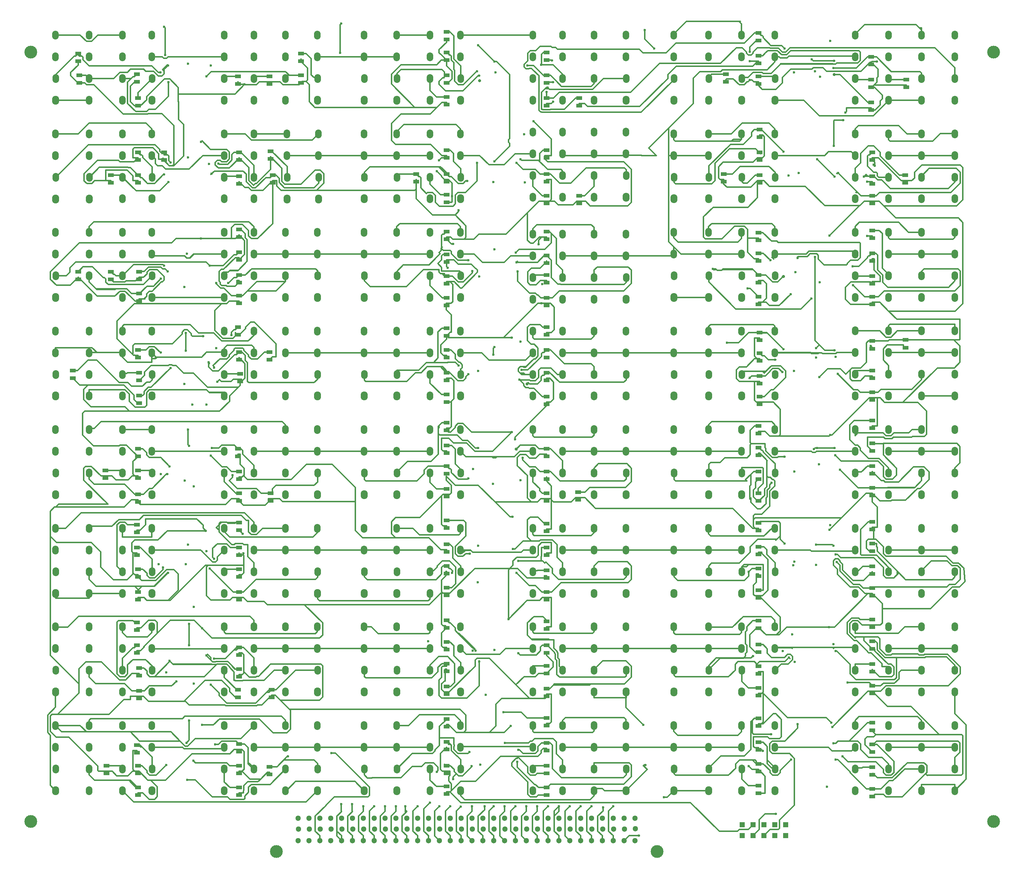
<source format=gbl>
%FSLAX42Y42*%
%MOMM*%
G71*
G01*
G75*
G04 Layer_Physical_Order=4*
G04 Layer_Color=16711680*
%ADD10R,1.85X0.60*%
%ADD11C,0.30*%
G04:AMPARAMS|DCode=12|XSize=2mm|YSize=1.52mm|CornerRadius=0.61mm|HoleSize=0mm|Usage=FLASHONLY|Rotation=90.000|XOffset=0mm|YOffset=0mm|HoleType=Round|Shape=RoundedRectangle|*
%AMROUNDEDRECTD12*
21,1,2.00,0.30,0,0,90.0*
21,1,0.78,1.52,0,0,90.0*
1,1,1.22,0.15,0.39*
1,1,1.22,0.15,-0.39*
1,1,1.22,-0.15,-0.39*
1,1,1.22,-0.15,0.39*
%
%ADD12ROUNDEDRECTD12*%
%ADD13C,3.00*%
%ADD14R,1.30X1.30*%
%ADD15C,1.30*%
%ADD16C,0.60*%
%ADD17C,0.70*%
%ADD18R,1.40X0.90*%
D11*
X17617Y-1383D02*
X17888D01*
X15519Y-6557D02*
X16334D01*
X15519Y-18096D02*
X16334D01*
X1068Y-1941D02*
X1849D01*
X4976Y-8780D02*
X5010D01*
X3321Y-6557D02*
X5010D01*
X1853Y-8865D02*
Y-8716D01*
X6439Y-18096D02*
X6464D01*
X3571Y-1228D02*
X3683Y-1116D01*
X20542Y-1459D02*
X20722D01*
X13876Y-1433D02*
X14406D01*
X12511Y-1676D02*
X12599D01*
X6443Y-1359D02*
X6532D01*
X10534Y-417D02*
X12224D01*
X5014Y-1383D02*
X5169D01*
X19761Y-1459D02*
X19924D01*
X7109Y-1413D02*
X7192D01*
X17107D02*
X17250D01*
X5706Y-1384D02*
X6067D01*
X20538Y-1950D02*
Y-1941D01*
X21306D01*
X17883D02*
X18554D01*
X22087Y-8863D02*
Y-8862D01*
X21310Y-8863D02*
X22087D01*
Y-18096D02*
X22352Y-17831D01*
X22087Y-16295D02*
Y-15788D01*
X21310Y-18096D02*
Y-17956D01*
X14808Y-17512D02*
X14897Y-17600D01*
X14402Y-18096D02*
X14897Y-17600D01*
X14402Y-15918D02*
Y-15788D01*
X13657Y-18050D02*
X13853D01*
X13657Y-18096D02*
Y-18050D01*
X9818Y-13616D02*
Y-13480D01*
X1849Y-13590D02*
Y-13480D01*
X2629D01*
X1072Y-13590D02*
X1849D01*
X2629Y-18096D02*
X2895Y-18362D01*
X1068Y-16142D02*
Y-15788D01*
X17812Y-5614D02*
X17855Y-5657D01*
X14402Y-3234D02*
X14762D01*
X12951Y-3236D02*
X14402D01*
X17883Y-14746D02*
X19279D01*
X6480Y-3236D02*
X8282D01*
X3321Y-7992D02*
Y-7851D01*
Y-8075D02*
Y-7992D01*
X2037Y-7849D02*
X2629D01*
X1849D02*
X2037D01*
X3321Y-14780D02*
X3326D01*
X12707Y-11339D02*
X13124D01*
X2077Y-17643D02*
X2392D01*
X2993Y-18151D02*
X3109D01*
X2921Y-17643D02*
X3017D01*
X3223Y-17849D01*
X2822Y-15891D02*
X3126D01*
X2993Y-13092D02*
X3082Y-13181D01*
X2128Y-10735D02*
X2387D01*
X2881Y-10167D02*
X2992Y-10278D01*
X5355Y-12538D02*
X5355D01*
X2992Y-11346D02*
Y-11293D01*
X2992Y-10278D02*
X2993Y-10279D01*
X5354Y-11268D02*
X5355D01*
X5330Y-10227D02*
X5385D01*
Y-10463D02*
Y-10227D01*
X5355Y-17643D02*
X5428D01*
X5240Y-17135D02*
X5429D01*
X5864Y-17827D02*
X6022Y-17669D01*
X6067D01*
X5355Y-15383D02*
X5434D01*
X5890Y-16092D02*
X6116Y-15865D01*
X6208D01*
X10109Y-17643D02*
X10287D01*
X10257Y-17769D02*
X10287Y-17740D01*
X10066Y-17226D02*
X10207Y-17085D01*
X10287Y-17740D02*
Y-17643D01*
X10251Y-16551D02*
X10437Y-16737D01*
X10175Y-15529D02*
Y-15256D01*
X10152Y-15789D02*
X10272D01*
X10175Y-15256D02*
X10207D01*
X10128Y-14748D02*
X10207D01*
X10183Y-14316D02*
Y-14240D01*
X5207Y-13579D02*
X5463D01*
X5354Y-11314D02*
X5458Y-11418D01*
X6047Y-11339D02*
Y-11268D01*
X5355Y-10760D02*
X5429D01*
X6047Y-11268D02*
X6309D01*
X10195Y-13069D02*
Y-12970D01*
X10076Y-12462D02*
X10207D01*
X10195Y-12970D02*
X10207D01*
X10128Y-13478D02*
X10289D01*
X10122Y-11166D02*
X10287D01*
X10128Y-10150D02*
X10207D01*
X2921Y-7915D02*
X2993D01*
X2911Y-6702D02*
X4953D01*
X1411Y-6272D02*
X1596Y-6086D01*
X2036Y-6526D01*
X2935Y-6170D02*
X3019Y-6086D01*
X3122D01*
X5275Y-7453D02*
Y-7382D01*
X5311Y-6249D02*
Y-6163D01*
X2878Y-3826D02*
X2993D01*
X2878Y-3292D02*
X2993D01*
X2905Y-3381D02*
X2993Y-3292D01*
X3577Y-3326D02*
X3728Y-3477D01*
X4470Y-5180D02*
X5181D01*
X4496Y-2894D02*
X4692Y-3091D01*
X5219Y-8474D02*
X5381D01*
Y-8617D02*
Y-8474D01*
X5355Y-7966D02*
X5496Y-8106D01*
X10135Y-7915D02*
X10207D01*
X5311Y-6163D02*
X5355D01*
X5271Y-5180D02*
X5355Y-5096D01*
X5486Y-5227D01*
X10205Y-6696D02*
X10310D01*
X10205Y-6846D02*
Y-6696D01*
X10207Y-5147D02*
X10302D01*
X5355Y-3851D02*
X5490Y-3986D01*
X5131Y-3529D02*
X5355Y-3304D01*
Y-3292D02*
X5585Y-3522D01*
X6092Y-3562D02*
Y-3267D01*
X5913Y-4055D02*
X6143Y-3826D01*
Y-4828D02*
Y-3826D01*
X6092Y-3267D02*
X6360Y-3535D01*
X5478Y-1581D02*
X5765D01*
X5330Y-1573D02*
Y-1514D01*
X5832D02*
X6318D01*
X6803Y-1036D02*
Y-981D01*
X9494Y-4019D02*
Y-3800D01*
X10251D02*
X10335Y-3884D01*
Y-4189D02*
Y-3884D01*
X10158Y-3800D02*
X10251D01*
X10096Y-3242D02*
X10207D01*
X17349Y-17601D02*
X17497D01*
X17653Y-17758D01*
X12544Y-16526D02*
X12622D01*
X12542Y-15909D02*
Y-15840D01*
X12659D01*
X12544Y-14265D02*
X12659D01*
X17511Y-14284D02*
X17681Y-14453D01*
X12448Y-13579D02*
X12659D01*
X12408Y-11268D02*
X12659D01*
X12499Y-13071D02*
X12544D01*
Y-12538D02*
X12659D01*
X12544Y-11979D02*
X12659D01*
X17414Y-13537D02*
X17541D01*
X17452Y-13029D02*
X17497D01*
X17426Y-11963D02*
X17497D01*
X17452Y-13219D02*
Y-13029D01*
X12544Y-10760D02*
X12545D01*
Y-10852D02*
Y-10760D01*
X13221Y-11243D02*
X13444D01*
X17497Y-10201D02*
X17531D01*
X20056Y-15773D02*
X20160D01*
X19918Y-14223D02*
X20344D01*
X20158Y-18245D02*
X20217Y-18186D01*
X20176Y-17693D02*
X20278Y-17795D01*
X20160Y-15773D02*
X20515Y-16127D01*
X20160Y-15265D02*
X20323Y-15427D01*
X19958Y-13181D02*
X20160Y-12979D01*
X17531Y-10201D02*
X17704Y-10374D01*
X20060Y-13487D02*
X20160D01*
X20160Y-11344D02*
Y-11141D01*
X20160Y-11937D02*
X20193Y-11970D01*
Y-12216D02*
Y-11970D01*
X20160Y-11937D02*
X20277D01*
X20160Y-13487D02*
X20393Y-13719D01*
X20160Y-11141D02*
X20337Y-11318D01*
X20160Y-10633D02*
X20371Y-10844D01*
X12428Y-6696D02*
X12636D01*
X12400Y-6163D02*
X12544D01*
X12395Y-5873D02*
X12545Y-5723D01*
X12544Y-9007D02*
X12545D01*
Y-9060D02*
Y-9007D01*
X12544Y-8449D02*
X12624D01*
X17406Y-8525D02*
X17522D01*
X17468Y-7991D02*
X17522D01*
X12544Y-7382D02*
X12659D01*
X12544Y-5705D02*
X12545D01*
X17407Y-7509D02*
X17522D01*
X17497Y-6671D02*
X17589D01*
X17399Y-5655D02*
X17497D01*
X17249Y-5172D02*
X17497D01*
X12504Y-3315D02*
Y-3242D01*
Y-3315D02*
X12573Y-3384D01*
X12367Y-4308D02*
X12616D01*
X13249D02*
X13457D01*
X12544Y-3800D02*
X12659D01*
X12504Y-3242D02*
X12659D01*
X12544Y-2022D02*
X12657D01*
X13306D02*
X13434D01*
X16682Y-3897D02*
Y-3800D01*
X17477Y-4222D02*
Y-3826D01*
X17325Y-3978D02*
X17477Y-3826D01*
X17373Y-3392D02*
X17473Y-3292D01*
X17497Y-1598D02*
Y-1514D01*
X17391D02*
X17497D01*
X17297Y-1032D02*
X17497D01*
X17449Y-9007D02*
X17843D01*
X20089Y-8906D02*
X20277D01*
X19987Y-8398D02*
X20160D01*
Y-9566D02*
X20277D01*
X20203Y-5915D02*
Y-5655D01*
X20066Y-7576D02*
X20533D01*
X20559Y-7551D02*
X22066D01*
X20160Y-6188D02*
X20345D01*
X17477Y-3826D02*
X17625D01*
X17473Y-3292D02*
X17595D01*
X19972Y-4308D02*
X20320D01*
X19558Y-2124D02*
X20135D01*
X19898Y-1268D02*
X20109Y-1057D01*
X20127Y-3915D02*
Y-3851D01*
X20160D01*
X20218Y-3478D02*
Y-3400D01*
X20837Y-3826D02*
X21084D01*
X20160Y-3292D02*
X20303D01*
X20201Y-1591D02*
X20951D01*
X20135Y-1057D02*
X20294Y-1217D01*
X20217Y-18186D02*
X20423D01*
X5471Y-12823D02*
Y-12594D01*
Y-13004D02*
Y-12823D01*
X16582Y-19050D02*
X17008D01*
X15908Y-18375D02*
X16582Y-19050D01*
X8357Y-17799D02*
X8461D01*
X18059Y-6069D02*
X18085D01*
X5207Y-10768D02*
Y-10717D01*
X5137Y-10837D02*
X5207Y-10768D01*
X4851Y-8533D02*
Y-8533D01*
X4902Y-8482D01*
X6487Y-17296D02*
X6497D01*
X6244Y-17539D02*
X6487Y-17296D01*
X10439Y-17702D02*
X10490Y-17753D01*
X10383Y-17646D02*
X10439Y-17702D01*
X10363Y-17778D02*
X10439Y-17702D01*
X10363Y-17829D02*
Y-17778D01*
X10322Y-18090D02*
Y-17933D01*
X10257Y-17868D02*
X10322Y-17933D01*
X10257Y-17868D02*
Y-17769D01*
X10006Y-17627D02*
X10007Y-17628D01*
X9982Y-17654D02*
X10007Y-17628D01*
X10006Y-17627D02*
Y-17548D01*
X9901Y-17443D02*
X10006Y-17548D01*
X9710Y-17443D02*
X9901D01*
X12442Y-2222D02*
X12446Y-2226D01*
X12430Y-2222D02*
X12442D01*
X12420Y-2212D02*
X12430Y-2222D01*
X12403Y-2212D02*
X12420D01*
X12642Y-2152D02*
X12961D01*
X12632Y-2162D02*
X12642Y-2152D01*
X12455Y-2162D02*
X12632D01*
X12445Y-2152D02*
X12455Y-2162D01*
X12428Y-2152D02*
X12445D01*
X12368Y-2177D02*
X12403Y-2212D01*
X12368Y-2177D02*
Y-2148D01*
X12367Y-2147D02*
X12368Y-2148D01*
X12428Y-2152D02*
Y-1758D01*
X12367Y-2147D02*
Y-1371D01*
X12446Y-2226D02*
X14756D01*
X10580Y-17753D02*
X10758Y-17575D01*
Y-17572D01*
X10795Y-17535D01*
Y-17524D01*
X12527Y-8482D02*
X12544Y-8499D01*
X12522Y-8482D02*
X12527D01*
X12544Y-7978D02*
Y-7965D01*
X10796Y-9709D02*
X11735D01*
X10594Y-9506D02*
X10796Y-9709D01*
X10475Y-9506D02*
X10594D01*
X10413Y-9568D02*
X10475Y-9506D01*
X10413Y-9597D02*
Y-9568D01*
X10301Y-9709D02*
X10413Y-9597D01*
X10248Y-9709D02*
X10301D01*
X10207Y-9667D02*
X10248Y-9709D01*
X20160Y-3342D02*
X20218Y-3400D01*
X7721Y-176D02*
X7747Y-151D01*
X7721Y-836D02*
Y-176D01*
X9042Y-420D02*
X9818D01*
X1068D02*
X1645D01*
X10320Y-8990D02*
X10381Y-8929D01*
X10303Y-9007D02*
X10320Y-8990D01*
X10322Y-8992D01*
X10207Y-9007D02*
X10303D01*
X10207Y-5836D02*
Y-5730D01*
Y-5836D02*
X10236Y-5866D01*
X10091Y-5676D02*
Y-5587D01*
X10002Y-5764D02*
X10091Y-5676D01*
Y-5942D02*
Y-5853D01*
X10002Y-5764D02*
X10091Y-5853D01*
X10106Y-6002D02*
X10162Y-6058D01*
X10066Y-6002D02*
X10106D01*
X10031Y-5967D02*
Y-5927D01*
X10008Y-5904D02*
X10031Y-5927D01*
X10162Y-6058D02*
Y-6002D01*
X10066D02*
X10162D01*
X10031Y-5967D02*
X10066Y-6002D01*
X10031Y-5967D02*
Y-5904D01*
X10008D02*
X10031D01*
X10091Y-5942D02*
X10513D01*
X10538Y-5967D01*
Y-6051D02*
Y-5967D01*
X10317Y-5307D02*
X10363D01*
X10207Y-5197D02*
X10317Y-5307D01*
X20193Y-16838D02*
X20244Y-16788D01*
X19990Y-17023D02*
X20160Y-17194D01*
X19990Y-17023D02*
Y-16889D01*
X20040Y-16838D01*
X20193D01*
X20160Y-16705D02*
X20244Y-16788D01*
X19816Y-16937D02*
X19888Y-17009D01*
Y-17136D02*
Y-17009D01*
X19619Y-16937D02*
X19698D01*
X19698Y-16937D01*
X19816D01*
X19888Y-17136D02*
X20073Y-17321D01*
X20389D02*
X20542Y-17473D01*
X20073Y-17321D02*
X20389D01*
X20244Y-17423D02*
X20420Y-17600D01*
X19592Y-17423D02*
X20244D01*
X19465Y-17296D02*
X19592Y-17423D01*
X17497Y-17143D02*
X17577D01*
X17602Y-17169D01*
X17272Y-17524D02*
X17349Y-17601D01*
X17653Y-18159D02*
X17653Y-18159D01*
X17497Y-18159D02*
X17653D01*
X17653Y-18159D02*
Y-17758D01*
X17710Y-16838D02*
X17749Y-16877D01*
X17381Y-16838D02*
X17710D01*
X17381Y-17061D02*
Y-16838D01*
X14402Y-15918D02*
X14406D01*
X13657D02*
X14402D01*
Y-16153D02*
Y-15918D01*
Y-16153D02*
X14808Y-16559D01*
X14821Y-17499D02*
X14859D01*
X14808Y-17512D02*
X14821Y-17499D01*
X11475Y-17296D02*
X11862D01*
X11860Y-17297D02*
X12106Y-17543D01*
Y-17673D02*
Y-17543D01*
Y-17673D02*
X12168Y-17735D01*
X12287D01*
X12328Y-17693D01*
X12544D01*
X11862Y-17296D02*
X12344D01*
X11860Y-17297D02*
X11862Y-17296D01*
X11860Y-17348D02*
Y-17297D01*
X12286Y-17951D02*
X12357Y-18021D01*
X12263Y-17951D02*
X12286D01*
X11862Y-17550D02*
X12263Y-17951D01*
X11862Y-17550D02*
Y-17423D01*
X12344Y-17296D02*
X12420Y-17219D01*
X10889Y-17882D02*
X11475Y-17296D01*
X11830Y-17348D02*
X11860D01*
X11735Y-17444D02*
X11830Y-17348D01*
X11735Y-17524D02*
Y-17444D01*
Y-17524D02*
X12102Y-17892D01*
Y-18179D02*
Y-17892D01*
Y-18179D02*
X12165Y-18241D01*
X12309D01*
X12349Y-18201D01*
X12544D01*
X13563Y-18312D02*
X13657Y-18218D01*
X10630Y-18312D02*
X13563D01*
X10538Y-18220D02*
X10630Y-18312D01*
X10536Y-18375D02*
X15908D01*
X13489Y-18574D02*
X13599Y-18464D01*
X10287Y-18126D02*
X10536Y-18375D01*
X9940Y-17165D02*
Y-17143D01*
X10040Y-17042D01*
Y-16864D01*
Y-16589D01*
X10118Y-16511D01*
X9046Y-17590D02*
X9409Y-17227D01*
X10207Y-16430D02*
Y-16421D01*
X10125Y-16511D02*
X10207Y-16430D01*
X10118Y-16511D02*
X10125D01*
X9877Y-17227D02*
X9940Y-17165D01*
X9409Y-17227D02*
X9877D01*
X10382Y-17134D02*
Y-17066D01*
X10388Y-17060D01*
Y-17022D01*
X10382Y-17016D02*
X10388Y-17022D01*
X10382Y-17016D02*
Y-16864D01*
X10040D02*
X10382D01*
X5073Y-18241D02*
X5086D01*
X5147Y-18302D01*
X5470D01*
X5493Y-18280D01*
Y-18221D01*
X3213Y-14502D02*
X3321Y-14394D01*
X2737Y-14502D02*
X3213D01*
X2629Y-14394D02*
X2737Y-14502D01*
X2875Y-15030D02*
X3175D01*
X2754Y-15151D02*
X2875Y-15030D01*
X2754Y-15365D02*
Y-15151D01*
X4559Y-15518D02*
X4559Y-15518D01*
X4952D01*
X5135Y-15701D01*
Y-15776D02*
Y-15701D01*
Y-15776D02*
X5274Y-15915D01*
X5330D01*
X5791Y-16092D02*
X5890D01*
X5772Y-16111D02*
X5791Y-16092D01*
X5044Y-16111D02*
X5772D01*
X5025Y-16092D02*
X5044Y-16111D01*
X4193Y-16092D02*
X5025D01*
X5747Y-16051D02*
X6002Y-15795D01*
X5069Y-16051D02*
X5747D01*
X4889Y-15871D02*
X5069Y-16051D01*
X5449Y-15518D02*
X5943D01*
X5444Y-15523D02*
X5449Y-15518D01*
X5267Y-15523D02*
X5444D01*
X5262Y-15518D02*
X5267Y-15523D01*
X5240Y-15518D02*
X5262D01*
X5240D02*
Y-15318D01*
X10032Y-15872D02*
X10093Y-15933D01*
X10092Y-15589D02*
X10099D01*
X10159Y-15529D01*
X10175D01*
X10231Y-14959D02*
X10396Y-15124D01*
X10019Y-14959D02*
X10231D01*
X9822Y-15156D02*
X10019Y-14959D01*
X11826Y-15619D02*
X12149Y-15942D01*
X11206Y-14999D02*
X11826Y-15619D01*
X12018Y-15427D01*
X12287D01*
X12357Y-15357D01*
X12544D01*
X12700Y-15200D01*
Y-15086D01*
X12544Y-14930D02*
X12700Y-15086D01*
X12544Y-14930D02*
Y-14874D01*
X12811Y-14990D02*
Y-14874D01*
Y-14990D02*
X12846Y-15025D01*
Y-15185D02*
Y-15025D01*
Y-15185D02*
X12920Y-15259D01*
X12786Y-15378D02*
Y-15050D01*
X12751Y-15015D02*
X12786Y-15050D01*
X12562Y-14694D02*
X12734Y-14867D01*
Y-14882D02*
Y-14867D01*
Y-14882D02*
X12751Y-14898D01*
Y-15015D02*
Y-14898D01*
X12794Y-14857D02*
X12811Y-14874D01*
X12794Y-14857D02*
Y-14842D01*
X12719Y-14766D02*
X12794Y-14842D01*
X12719Y-14766D02*
Y-14564D01*
X12544Y-14694D02*
X12562D01*
X12405Y-14822D02*
Y-14735D01*
X12307Y-14919D02*
X12405Y-14822D01*
X11924Y-14919D02*
X12307D01*
X17449Y-14299D02*
X17497D01*
X17297Y-14451D02*
X17449Y-14299D01*
X17297Y-14730D02*
Y-14451D01*
Y-14730D02*
X17424Y-14857D01*
X17497D01*
X17196Y-14663D02*
Y-14378D01*
Y-14663D02*
X17224Y-14692D01*
Y-14857D02*
Y-14692D01*
X17196Y-14886D02*
X17224Y-14857D01*
X17196Y-14949D02*
Y-14886D01*
X17224Y-14262D02*
X17367Y-14119D01*
X17224Y-14349D02*
Y-14262D01*
X17196Y-14378D02*
X17224Y-14349D01*
X17150Y-14994D02*
X17196Y-14949D01*
X17681Y-14453D02*
X17914D01*
X20388Y-15197D02*
X20542D01*
X19736Y-14587D02*
X19796D01*
X20045Y-14837D01*
Y-14845D02*
Y-14837D01*
Y-14845D02*
X20072Y-14871D01*
X20131D01*
X20388Y-15129D01*
Y-15197D02*
Y-15129D01*
X20275Y-14801D02*
Y-14644D01*
Y-14801D02*
X20454Y-14979D01*
X20574D01*
X20479Y-14919D02*
X20597D01*
X20335Y-14776D02*
X20479Y-14919D01*
X20335Y-14776D02*
Y-14543D01*
X20623Y-14894D02*
X21221D01*
X20597Y-14919D02*
X20623Y-14894D01*
X19964Y-14502D02*
X20294D01*
X19736D02*
X19964D01*
Y-14585D02*
Y-14502D01*
Y-14585D02*
X20160Y-14781D01*
X19736Y-14502D02*
X19761Y-14527D01*
X19635Y-14402D02*
X19736Y-14502D01*
X20294D02*
X20335Y-14543D01*
X19757Y-14413D02*
X20769D01*
X19757D02*
Y-14266D01*
X20393Y-14174D02*
Y-13841D01*
X20344Y-14223D02*
X20393Y-14174D01*
X20022Y-12426D02*
Y-12259D01*
Y-12426D02*
X20091Y-12495D01*
X20160D01*
X20420Y-13058D02*
Y-12875D01*
X20193Y-12647D02*
X20420Y-12875D01*
X19418Y-12647D02*
X20193D01*
X19904Y-12587D02*
X20257D01*
X19886Y-12569D02*
X19904Y-12587D01*
X19886Y-12569D02*
Y-11985D01*
X18847Y-12343D02*
X18847Y-12343D01*
X19228D01*
X19253Y-12368D01*
X17810Y-11957D02*
X17883D01*
X17630Y-12137D02*
X17810Y-11957D01*
X16383Y-12137D02*
X17630D01*
X11760Y-12444D02*
X11760Y-12444D01*
X11811D01*
X12684Y-12232D02*
X12789Y-12337D01*
X12403Y-12232D02*
X12684D01*
X12379Y-12256D02*
X12403Y-12232D01*
X12192Y-12256D02*
X12379D01*
X12659Y-12538D02*
Y-12292D01*
X12428D02*
X12659D01*
X12349Y-12371D02*
X12428Y-12292D01*
X12420Y-12724D02*
X12454D01*
X11887D02*
X12420D01*
Y-12617D02*
X12428Y-12609D01*
X12420Y-12724D02*
Y-12617D01*
X12454Y-12724D02*
X12504Y-12774D01*
X11758Y-12725D02*
X11848Y-12636D01*
X12297D01*
X12349Y-12584D02*
Y-12371D01*
X12297Y-12636D02*
X12349Y-12584D01*
X11951Y-12519D02*
X12004Y-12467D01*
X10823Y-12519D02*
X11951D01*
X11758Y-12825D02*
Y-12725D01*
X11682Y-12901D02*
X11758Y-12825D01*
X11869Y-12901D02*
X12088Y-13120D01*
X11682Y-12901D02*
X11869D01*
X12088Y-13120D02*
X12499D01*
X12337Y-12941D02*
X12544D01*
X12328Y-12950D02*
X12337Y-12941D01*
X12228Y-12950D02*
X12328D01*
X12228Y-12975D02*
Y-12950D01*
X12504Y-12774D02*
X12530Y-12749D01*
X12682Y-12901D01*
Y-13008D02*
Y-12901D01*
X10779Y-12475D02*
X10823Y-12519D01*
X10417Y-13259D02*
Y-13058D01*
X10417Y-13058D02*
X10417Y-13058D01*
X10338Y-13003D02*
Y-12981D01*
X10357Y-12962D01*
X10417Y-12892D02*
Y-12864D01*
X10417Y-12892D02*
X10417Y-12892D01*
X10417Y-13058D02*
Y-12892D01*
X10289Y-13478D02*
X10866Y-12901D01*
X10295Y-12900D02*
X10357Y-12962D01*
X10091Y-13173D02*
X10195Y-13069D01*
X10091Y-13441D02*
Y-13173D01*
X10277Y-12724D02*
X10417Y-12864D01*
X10106Y-12724D02*
X10277D01*
X9992Y-12838D02*
X10106Y-12724D01*
X9797Y-12183D02*
X10076Y-12462D01*
X9578Y-12114D02*
X10496D01*
X10413Y-12384D02*
X10531Y-12266D01*
X10413Y-12550D02*
Y-12384D01*
Y-12550D02*
X10475Y-12612D01*
X10594D01*
X10656Y-12550D01*
X10534Y-12467D02*
X10771D01*
X10656Y-12550D02*
X10748D01*
X10646Y-12475D02*
X10779D01*
X10601Y-12519D02*
X10646Y-12475D01*
X10587Y-12519D02*
X10601D01*
X5448Y-12571D02*
X5461Y-12559D01*
X5431Y-12588D02*
X5448Y-12571D01*
X5471Y-12594D01*
X5355Y-12588D02*
X5431D01*
X5461Y-12559D02*
Y-12546D01*
X5355Y-12004D02*
X5440Y-12089D01*
X5464Y-12338D02*
X5558D01*
X5444Y-12318D02*
X5464Y-12338D01*
X5267Y-12318D02*
X5444D01*
X5247Y-12338D02*
X5267Y-12318D01*
X5185Y-12338D02*
X5247D01*
X5562Y-12622D02*
Y-12343D01*
X5558Y-12338D02*
X5562Y-12343D01*
X5410Y-11657D02*
X5530Y-11777D01*
X5581D01*
X3124Y-11657D02*
X5410D01*
X3027Y-11754D02*
X3124Y-11657D01*
X2545Y-11754D02*
X3027D01*
X2388Y-11911D02*
X2545Y-11754D01*
X2570Y-11814D02*
X2688D01*
X2507Y-11876D02*
X2570Y-11814D01*
X2507Y-12850D02*
Y-11876D01*
X1668Y-11597D02*
X5486D01*
X2749Y-11875D02*
X2968D01*
X2688Y-11814D02*
X2749Y-11875D01*
X4366Y-11736D02*
X4516Y-11885D01*
X3177Y-11736D02*
X4366D01*
X3177Y-11875D02*
Y-11736D01*
X3384Y-13120D02*
X3581Y-12922D01*
X3581Y-12922D02*
Y-12876D01*
X3321Y-12165D02*
Y-11959D01*
X2629Y-12165D02*
X3321D01*
X2629D02*
Y-11959D01*
X2878Y-10167D02*
X2881D01*
X10205Y-10742D02*
X10411Y-10948D01*
X10205Y-10831D02*
Y-10742D01*
X10261Y-9853D02*
X10373Y-9965D01*
X10091Y-9853D02*
X10261D01*
X10091Y-10114D02*
Y-9853D01*
X10015Y-9879D02*
Y-9746D01*
X10457Y-9777D02*
X10585Y-9905D01*
X10880Y-10082D02*
X10947D01*
X10015Y-9746D02*
X10047Y-9777D01*
X10457D01*
X10585Y-9905D02*
X10703D01*
X10880Y-10082D01*
X17497Y-11318D02*
X17509D01*
X17642Y-11185D01*
X17432Y-10875D02*
X17497Y-10810D01*
X17432Y-11012D02*
Y-10875D01*
X17612Y-10910D02*
Y-10554D01*
X17492Y-11031D02*
X17612Y-10910D01*
X17492Y-11138D02*
Y-11031D01*
X17382Y-11224D02*
Y-11198D01*
Y-11224D02*
X17476Y-11318D01*
X17497D01*
X17297Y-10970D02*
X17322Y-10946D01*
X17297Y-11278D02*
Y-10970D01*
X17322Y-11351D02*
Y-11252D01*
Y-11351D02*
X17475Y-11504D01*
X17551D01*
X17673Y-11383D01*
X17762Y-11446D02*
Y-11090D01*
X17577Y-11631D02*
X17762Y-11446D01*
X17413Y-11631D02*
X17577D01*
X17673Y-11250D02*
X17702Y-11221D01*
X17673Y-11383D02*
Y-11250D01*
X17107Y-10537D02*
X17594D01*
X17612Y-10554D01*
X17653Y-10069D02*
X17672Y-10088D01*
X17653Y-10069D02*
Y-9980D01*
X17330D02*
X17653D01*
X17672Y-10151D02*
Y-10088D01*
X20542Y-10667D02*
Y-10549D01*
X20074Y-10327D02*
X20319D01*
X20542Y-10549D01*
X20420Y-10750D02*
Y-10513D01*
X20294Y-10387D02*
X20420Y-10513D01*
X19431Y-10387D02*
X20294D01*
X20045Y-10035D02*
X20160Y-10150D01*
X19878Y-10130D02*
X20074Y-10327D01*
X19878Y-10130D02*
Y-10076D01*
X19816Y-10014D02*
X19878Y-10076D01*
X19761Y-10014D02*
X19816D01*
X19634Y-9886D02*
X19761Y-10014D01*
X20597Y-9796D02*
X20666Y-9726D01*
X20409D02*
X20479Y-9796D01*
X20650Y-9828D02*
X21084D01*
X20622Y-9856D02*
X20650Y-9828D01*
X20454Y-9856D02*
X20622D01*
X20426Y-9828D02*
X20454Y-9856D01*
X20045Y-9828D02*
X20426D01*
X20479Y-9796D02*
X20597D01*
X21084Y-9828D02*
X21100Y-9813D01*
X20045Y-10035D02*
Y-9828D01*
X19820Y-9726D02*
X20409D01*
X20666D02*
X21013D01*
X21089Y-9650D01*
X19757Y-9790D02*
X19820Y-9726D01*
X20165Y-9975D02*
X20415D01*
X10207Y-7532D02*
Y-7457D01*
X10070Y-7669D02*
X10207Y-7532D01*
X10070Y-7850D02*
Y-7669D01*
X9906Y-8078D02*
X10010Y-7974D01*
Y-7364D01*
X10292Y-7372D02*
X10322D01*
X10207Y-7457D02*
X10292Y-7372D01*
X10207Y-7457D02*
X10251Y-7501D01*
X5410Y-8533D02*
X5496Y-8447D01*
X5512Y-7255D02*
X5631Y-7136D01*
X5512Y-7288D02*
Y-7255D01*
X5368Y-7432D02*
X5512Y-7288D01*
X5330Y-7432D02*
X5368D01*
X6134Y-7948D02*
X6223D01*
X6067Y-8016D02*
X6134Y-7948D01*
X6223D02*
Y-7644D01*
X5470Y-7792D02*
X5581Y-7903D01*
X5470Y-7792D02*
Y-7772D01*
X5444Y-7746D02*
X5470Y-7772D01*
X5267Y-7746D02*
X5444D01*
X5240Y-7772D02*
X5267Y-7746D01*
X5240Y-7792D02*
Y-7772D01*
X5131Y-7902D02*
X5240Y-7792D01*
X2794Y-8986D02*
X2930Y-9122D01*
X3160D01*
X3200Y-9083D01*
X2988Y-9032D02*
X3019D01*
X2904Y-8947D02*
X2988Y-9032D01*
X2904Y-8947D02*
Y-8847D01*
X3195Y-8538D02*
X3275D01*
X3099Y-8634D02*
X3195Y-8538D01*
X2845Y-8634D02*
X3099D01*
X2756Y-8546D02*
X2845Y-8634D01*
X2552Y-8546D02*
X2756D01*
X3048Y-8482D02*
X3149Y-8380D01*
X2029Y-8023D02*
X2552Y-8546D01*
X3275Y-8538D02*
X3325Y-8488D01*
X3237Y-8660D02*
X3301D01*
X3140Y-8757D02*
X3237Y-8660D01*
X3262Y-8720D02*
X3326D01*
X3200Y-8782D02*
X3262Y-8720D01*
X3200Y-9083D02*
Y-8782D01*
X3301Y-8660D02*
X3756Y-8205D01*
X2751Y-8075D02*
X3321D01*
X2629Y-7954D02*
X2751Y-8075D01*
X1586Y-8268D02*
X1831Y-8023D01*
X1469Y-8268D02*
X1586D01*
X1469Y-8448D02*
X1630Y-8609D01*
X11303Y-7898D02*
Y-7745D01*
X11328Y-7720D01*
X12360Y-8262D02*
X12410Y-8213D01*
X12360Y-8430D02*
Y-8262D01*
X12410Y-8213D02*
X12649D01*
X20597Y-7486D02*
X20742Y-7341D01*
X21306D01*
X20118Y-6196D02*
X20160Y-6238D01*
X19820Y-6196D02*
X20118D01*
X19820Y-6196D02*
X19820Y-6196D01*
X19659Y-6196D02*
X19820D01*
X19532Y-6323D02*
X19659Y-6196D01*
X19532Y-6602D02*
Y-6323D01*
Y-6602D02*
X19651Y-6721D01*
X20160D01*
X20160Y-6671D02*
X20332D01*
X20300Y-6541D02*
X20439Y-6402D01*
X20160Y-6541D02*
X20300D01*
X20405Y-6200D02*
X20525Y-6320D01*
X20405Y-6200D02*
Y-6032D01*
X20284Y-5911D02*
Y-5567D01*
Y-5911D02*
X20405Y-6032D01*
X20203Y-5915D02*
X20345Y-6057D01*
Y-6188D02*
Y-6057D01*
X18415Y-5637D02*
Y-5612D01*
X18423Y-5603D01*
X18638D01*
X18705Y-5537D01*
X12544Y-5575D02*
X12659Y-5690D01*
X12776Y-5773D02*
Y-5617D01*
X12659Y-5059D02*
X12776Y-5176D01*
Y-5617D02*
Y-5176D01*
X12659Y-5989D02*
Y-5690D01*
X12659Y-5989D02*
X12659Y-5989D01*
X10033Y-5510D02*
X10058Y-5535D01*
X10084Y-5408D02*
X10109Y-5383D01*
X10033Y-5510D02*
X10084Y-5459D01*
Y-5408D01*
X10135Y-5460D01*
X10295D01*
X10322Y-5486D01*
X10092Y-5383D02*
X10109D01*
X10092D02*
Y-5103D01*
X9941Y-5652D02*
X10058Y-5535D01*
X5181Y-5180D02*
X5271D01*
X5181D02*
Y-4926D01*
X5258Y-4850D01*
X5435D01*
X5581Y-4995D01*
X5355Y-5679D02*
X5486Y-5548D01*
Y-5227D01*
X2814Y-6534D02*
X2924Y-6644D01*
X3019D01*
X2418Y-6196D02*
X2692D01*
X2358Y-6136D02*
X2418Y-6196D01*
X2209Y-6096D02*
X2243Y-6130D01*
Y-6200D02*
Y-6130D01*
Y-6200D02*
X2299Y-6256D01*
X1316Y-6051D02*
X1400Y-5967D01*
X1316Y-6051D02*
X1400Y-5967D01*
Y-5862D02*
X1536Y-5726D01*
X1400Y-5967D02*
Y-5862D01*
X2235Y-3826D02*
X2358D01*
X1983D02*
X2235D01*
X2243Y-3818D01*
Y-3580D01*
X2743D01*
X2878Y-3826D02*
Y-3715D01*
X3480Y-3326D02*
X3577D01*
X3480D02*
Y-3199D01*
X3442Y-3161D02*
X3480Y-3199D01*
X2878Y-3292D02*
Y-3089D01*
X3560Y-3475D02*
X3639Y-3554D01*
X3451Y-3475D02*
X3560D01*
X3321Y-3236D02*
X3400Y-3315D01*
Y-3424D02*
Y-3315D01*
X10092Y-3292D02*
X10207D01*
X10033Y-3351D02*
X10092Y-3292D01*
X9982Y-3605D02*
X10092Y-3715D01*
Y-3734D02*
Y-3715D01*
Y-3734D02*
X10158Y-3800D01*
X10409Y-4629D02*
X10490Y-4547D01*
Y-4519D01*
X10338Y-4324D02*
Y-4189D01*
X10329Y-4333D02*
X10338Y-4324D01*
X10207Y-4333D02*
X10329D01*
X10038Y-4423D02*
X10358D01*
X10413Y-4368D01*
X9878Y-4105D02*
X9881D01*
X9877Y-4104D02*
X9878Y-4105D01*
X9759Y-4104D02*
X9877D01*
X9739Y-4124D02*
X9759Y-4104D01*
X9739Y-4124D02*
X9739D01*
X9611Y-3996D02*
X9739Y-4124D01*
X9944Y-4329D02*
X10038Y-4423D01*
X9944Y-4329D02*
Y-4167D01*
X9881Y-4105D02*
X9944Y-4167D01*
X9611Y-3996D02*
Y-3757D01*
X9494Y-4248D02*
X9875Y-4629D01*
X10413Y-4368D02*
Y-4166D01*
X17429Y-3077D02*
X17551Y-3199D01*
X20374Y-3804D02*
X20581Y-4011D01*
X20275Y-3713D02*
X20306Y-3744D01*
X20275Y-3713D02*
Y-3658D01*
X20249Y-3631D02*
X20275Y-3658D01*
X20194Y-3631D02*
X20249D01*
X20045Y-3483D02*
X20194Y-3631D01*
X20281Y-3804D02*
X20374D01*
X20199Y-3721D02*
X20281Y-3804D01*
X20055Y-3721D02*
X20199D01*
X20306Y-3744D02*
X20542D01*
X20045Y-3483D02*
Y-3249D01*
X20581Y-4011D02*
X21933D01*
X17060Y-117D02*
X17077Y-100D01*
X17060Y-117D02*
X17102Y-159D01*
Y-420D02*
Y-159D01*
X15816Y-100D02*
X17077D01*
X15519Y-397D02*
X15816Y-100D01*
X20345Y-1964D02*
X20396Y-1913D01*
X20345Y-2056D02*
Y-1964D01*
X20227Y-2174D02*
X20345Y-2056D01*
X20135Y-2174D02*
X20227D01*
X20151Y-1641D02*
X20210D01*
X20135D02*
X20151D01*
X20210D02*
X20396Y-1827D01*
Y-1913D02*
Y-1827D01*
X18922Y-2308D02*
X20179D01*
X20538Y-1950D01*
X20053Y-1994D02*
X20135D01*
X20201Y-1591D02*
X20269Y-1522D01*
X20151Y-1641D02*
X20201Y-1591D01*
X20294Y-1395D02*
Y-1217D01*
X20269Y-1421D02*
X20294Y-1395D01*
X20269Y-1522D02*
Y-1421D01*
X17297Y-1471D02*
X17348D01*
X17391Y-1514D01*
X15977Y-1423D02*
X16129Y-1271D01*
X16655Y-1234D02*
X17699D01*
X16618Y-1271D02*
X16655Y-1234D01*
X16129Y-1271D02*
X16618D01*
X17368Y-1294D02*
X17585D01*
X17250Y-1413D02*
X17368Y-1294D01*
X17605Y-1314D02*
X17795D01*
X17585Y-1294D02*
X17605Y-1314D01*
X17795D02*
X18013Y-1095D01*
X12511Y-1676D02*
X12537Y-1649D01*
X12573D01*
X12547Y-1889D02*
Y-1751D01*
X12428Y-1758D02*
X12511Y-1676D01*
X12961Y-2152D02*
X13221Y-1892D01*
X12666Y-1006D02*
X12674Y-1014D01*
X12544Y-1006D02*
X12666D01*
X12420Y-1116D02*
X12428Y-1108D01*
Y-868D01*
X12702Y-1116D02*
X12920Y-1333D01*
X12420Y-1116D02*
X12702D01*
X12428Y-868D02*
X12471Y-826D01*
X12544D01*
X12099Y-1133D02*
X12243D01*
X12544Y-1359D02*
X12643D01*
X12243Y-1133D02*
X12469Y-1359D01*
X12544D01*
X12237Y-1242D02*
X12367Y-1371D01*
X12237Y-1242D02*
X12237D01*
X12024Y-1102D02*
X12102Y-1023D01*
Y-845D01*
X12140Y-1198D02*
X12193D01*
X12130Y-1208D02*
X12140Y-1198D01*
X12067Y-1208D02*
X12130D01*
X12024Y-1164D02*
X12067Y-1208D01*
X12024Y-1164D02*
Y-1102D01*
X12193Y-1198D02*
X12237Y-1242D01*
X12801Y-750D02*
X14717D01*
X12296Y-783D02*
X12395Y-684D01*
X12164Y-783D02*
X12296D01*
X12761Y-709D02*
X12801Y-750D01*
X12674Y-709D02*
X12761D01*
X12649Y-684D02*
X12674Y-709D01*
X12395Y-684D02*
X12649D01*
X10947Y-659D02*
X11328Y-1040D01*
X11685Y-2837D02*
Y-1344D01*
X11380Y-1040D02*
X11685Y-1344D01*
X11328Y-1040D02*
X11380D01*
X10947Y-1370D02*
X10973D01*
X10592Y-1725D02*
X10947Y-1370D01*
X10185Y-1725D02*
X10592D01*
X10033Y-1573D02*
X10185Y-1725D01*
X10207Y-1137D02*
Y-1006D01*
Y-1137D02*
X10338Y-1268D01*
Y-1446D02*
Y-1268D01*
X10398Y-1499D02*
Y-1243D01*
X10382Y-1228D02*
Y-1064D01*
Y-1228D02*
X10398Y-1243D01*
Y-1499D02*
X10479Y-1581D01*
X10598D01*
X10910Y-1268D01*
X10245Y-1539D02*
X10338Y-1446D01*
X10207Y-1539D02*
X10245D01*
X10382Y-979D02*
X10442Y-1040D01*
Y-1040D02*
X10538Y-1136D01*
Y-1436D02*
Y-1136D01*
X10033Y-760D02*
X10207Y-586D01*
X10063Y-862D02*
X10207Y-1006D01*
X10033Y-836D02*
Y-760D01*
Y-836D02*
X10058Y-862D01*
X10063D01*
X9979Y-1111D02*
X10085Y-1006D01*
X10207D01*
X10207Y-586D02*
Y-523D01*
X6835Y-1507D02*
X6924D01*
X6803Y-1539D02*
X6835Y-1507D01*
X6761Y-1581D02*
X6803Y-1539D01*
X6384Y-1581D02*
X6761D01*
X6803Y-1036D02*
X6959Y-1192D01*
Y-1471D02*
Y-1192D01*
X6924Y-1507D02*
X6959Y-1471D01*
X6924Y-1507D02*
X7000Y-1583D01*
X6928Y-851D02*
X7045Y-968D01*
Y-1349D02*
Y-968D01*
Y-1349D02*
X7109Y-1413D01*
X2754Y-2016D02*
X2946Y-2208D01*
X3200D01*
X3251Y-2157D01*
X3403D01*
X1963Y-1581D02*
X2651Y-2268D01*
X3225D01*
X3234Y-2259D02*
X3556D01*
X3225Y-2268D02*
X3234Y-2259D01*
X3059Y-2072D02*
X3200Y-1932D01*
X2993Y-2072D02*
X3059D01*
X2819Y-1612D02*
X2918Y-1514D01*
X2968D01*
X2819Y-1979D02*
Y-1612D01*
Y-1979D02*
X2912Y-2072D01*
X2993D01*
X2754Y-1519D02*
X2837Y-1436D01*
X2879Y-1394D01*
X2754Y-2016D02*
Y-1519D01*
X1829Y-1581D02*
X1963D01*
X1794Y-1581D02*
X1829D01*
X1752Y-1539D02*
X1794Y-1581D01*
X1622Y-1539D02*
X1752D01*
X1422Y-1294D02*
X1596Y-1120D01*
X1591Y-1539D02*
X1622D01*
X1422Y-1370D02*
X1591Y-1539D01*
X1422Y-1370D02*
Y-1294D01*
X1596Y-1120D02*
Y-1031D01*
X2746Y-1291D02*
X2819Y-1217D01*
X3175Y-1264D02*
X3357D01*
X2429Y-1436D02*
X2574Y-1291D01*
X3129Y-1217D02*
X3175Y-1264D01*
X2819Y-1217D02*
X3129D01*
X1854Y-1141D02*
X3319D01*
X3472Y-1294D01*
X2574Y-1291D02*
X2746D01*
X1853Y-1436D02*
X2429D01*
X2993Y-1768D02*
X3325Y-1436D01*
X3472Y-1294D02*
X3522D01*
X2908Y-1394D02*
X2968Y-1334D01*
X1711Y-998D02*
X1854Y-1141D01*
X20371Y-10844D02*
X20430D01*
X20458Y-10872D01*
X20774D01*
X21124Y-10522D01*
X20631Y-10812D02*
X20726Y-10717D01*
X20483Y-10812D02*
X20631D01*
X20420Y-10750D02*
X20483Y-10812D01*
X20523Y-11002D02*
X21153D01*
X21124Y-10522D02*
X21369D01*
X21488Y-10641D01*
Y-10819D02*
Y-10641D01*
X21279Y-11027D02*
X21488Y-10819D01*
X21212Y-11027D02*
X21279D01*
X20938Y-11301D02*
X21212Y-11027D01*
X20618Y-11301D02*
X20938D01*
X20601Y-11318D02*
X20618Y-11301D01*
X20337Y-11318D02*
X20601D01*
X20160Y-11011D02*
X20513D01*
X21143D01*
X20415Y-9975D02*
X20416Y-9976D01*
Y-9975D01*
X20421Y-9970D01*
X20416Y-10242D02*
Y-9976D01*
X19291Y-10247D02*
X19431Y-10387D01*
X19154Y-9800D02*
X19177Y-9777D01*
X19217D01*
X20089Y-8906D01*
X17642Y-11040D02*
X17698Y-10984D01*
X17642Y-11185D02*
Y-11040D01*
X17881Y-10970D02*
Y-10852D01*
X17702Y-11221D02*
Y-11065D01*
X17762Y-11090D02*
X17881Y-10970D01*
X17758Y-11008D02*
Y-10942D01*
X17702Y-11065D02*
X17758Y-11008D01*
Y-10942D02*
X17805Y-10895D01*
X17698Y-10379D02*
X17704Y-10374D01*
X17698Y-10742D02*
Y-10379D01*
X17780Y-10768D02*
X17825Y-10814D01*
X17698Y-10984D02*
Y-10742D01*
X17724Y-10768D01*
X17780D01*
X17330Y-9980D02*
X17330D01*
X17305Y-9955D02*
X17330Y-9980D01*
X11849Y-10120D02*
Y-10095D01*
X11930Y-10014D02*
X12283D01*
X11849Y-10095D02*
X11930Y-10014D01*
X11986Y-10359D02*
Y-10310D01*
X11930Y-10232D02*
X12062D01*
X11862Y-10300D02*
X11930Y-10232D01*
X12062D02*
X12146Y-10316D01*
X11916Y-10159D02*
X12224D01*
X11862Y-10494D02*
Y-10300D01*
X11790Y-10285D02*
X11916Y-10159D01*
X5181Y-10630D02*
X5181D01*
X4961Y-10522D02*
X5073D01*
X5181Y-10630D02*
X5355D01*
X5073Y-10522D02*
X5181Y-10630D01*
X4699Y-10260D02*
X4961Y-10522D01*
X3262Y-10304D02*
X3527D01*
X3735Y-10512D01*
X2680Y-10923D02*
X2921Y-11163D01*
X1968Y-10923D02*
X2680D01*
X3657Y-10692D02*
X3683D01*
X3322Y-11027D02*
X3657Y-10692D01*
X20193Y-12216D02*
X20242D01*
X20393Y-13841D02*
Y-13719D01*
X19886Y-11985D02*
X20064Y-11807D01*
X20263Y-12389D02*
Y-12322D01*
X20275Y-12493D02*
Y-12402D01*
X20479Y-12612D02*
X21884D01*
X20256Y-12315D02*
X20263Y-12322D01*
X21884Y-12612D02*
X22042Y-12770D01*
X20538Y-12467D02*
X21306D01*
X21539Y-12721D02*
X21909D01*
X22017Y-12830D01*
X22150D01*
X22215Y-12894D01*
X22091Y-13092D02*
Y-12975D01*
X22025Y-13158D02*
X22091Y-13092D01*
X21023Y-13158D02*
X22025D01*
X21522Y-13841D02*
X22028Y-13335D01*
X21964Y-13275D02*
X22095D01*
X19304Y-12571D02*
X19342D01*
X19253Y-12719D02*
X19298Y-12674D01*
X19720Y-13275D02*
X19860D01*
X19465Y-12936D02*
Y-12800D01*
X19345Y-13037D02*
X19643Y-13335D01*
X19836D01*
X19987Y-13487D01*
X19838Y-12950D02*
X19939Y-12849D01*
X20420Y-13058D02*
X20483Y-13120D01*
X19816Y-14121D02*
X19918Y-14223D01*
X19698Y-14121D02*
X19816D01*
X19575Y-14159D02*
X19673Y-14061D01*
X19841D02*
X19872Y-14093D01*
X20160D01*
X19575Y-14426D02*
X19736Y-14587D01*
X20323Y-15427D02*
X20614D01*
X19776Y-15501D02*
X20675D01*
X20723Y-15453D01*
X20614Y-15427D02*
X20663Y-15378D01*
X20601Y-15137D02*
X20663Y-15200D01*
X19639Y-15365D02*
X19776Y-15501D01*
X20723Y-15453D02*
Y-15305D01*
X20678Y-15583D02*
X20783Y-15478D01*
Y-15330D01*
X20723Y-15305D02*
X20726Y-15302D01*
X20542Y-15282D02*
Y-15197D01*
X20215Y-14826D02*
Y-14786D01*
X21247Y-14919D02*
X21365D01*
X20752Y-14979D02*
X21390D01*
X21402Y-14968D02*
X21896D01*
X21921Y-14908D02*
X22212Y-15200D01*
X20160Y-15643D02*
X20356D01*
X20160Y-15773D02*
X20349D01*
X19848Y-16366D02*
X21215D01*
X21306Y-16574D02*
Y-16457D01*
X21412Y-17693D02*
X21432Y-17673D01*
X21412Y-17709D02*
Y-17693D01*
Y-17709D02*
X21446Y-17744D01*
X21454Y-17735D01*
X20365Y-18056D02*
X20557Y-17864D01*
X20483Y-17735D02*
X20601D01*
X20976Y-17445D02*
X21369D01*
X21432Y-17507D01*
X20479Y-18241D02*
X20863D01*
X7613Y-17219D02*
X8407Y-18013D01*
X7518Y-17219D02*
X7613D01*
X8407Y-18210D02*
Y-18013D01*
X8376Y-18241D02*
X8407Y-18210D01*
X8466Y-17793D02*
X9141D01*
X8066Y-17880D02*
X8282Y-18096D01*
X7584Y-18241D02*
X8376D01*
X7139Y-18694D02*
X7392Y-18441D01*
Y-18433D02*
X7584Y-18241D01*
X7392Y-18441D02*
Y-18433D01*
X8001Y-18575D02*
Y-18413D01*
X7747Y-18575D02*
Y-18413D01*
X6680Y-17880D02*
X8066D01*
X17762Y-17165D02*
X17824Y-17227D01*
X18224D01*
X17702Y-17464D02*
X17806Y-17567D01*
X18315Y-17319D02*
X18337Y-17341D01*
Y-18440D02*
Y-17341D01*
X17991Y-18979D02*
Y-18786D01*
X17965Y-19006D02*
X17991Y-18979D01*
X17771Y-19006D02*
X17965D01*
X11660Y-2925D02*
Y-2863D01*
Y-2925D02*
X11685Y-2950D01*
Y-3020D02*
Y-2950D01*
X3734Y-15060D02*
X3810Y-15137D01*
X4711D01*
X4719Y-15145D01*
X4831D01*
X4838Y-15137D01*
X4813Y-15077D02*
X5098D01*
X5195Y-15188D02*
Y-15175D01*
X4700Y-15041D02*
X4744Y-15085D01*
X4806D01*
X5195Y-15188D02*
X5260Y-15253D01*
X1897Y-11911D02*
X2388D01*
X5092Y-11837D02*
X5268D01*
X4951Y-11814D02*
X5069D01*
X5355Y-11824D02*
Y-11814D01*
X5581Y-12042D02*
Y-11777D01*
Y-12042D02*
X5643Y-12104D01*
X5761D01*
X5702Y-11959D02*
Y-11813D01*
X5486Y-11597D02*
X5702Y-11813D01*
X5761Y-12104D02*
X5906Y-11959D01*
X6439D01*
X5016Y-12044D02*
X5136Y-12164D01*
X7084D01*
X4597Y-14933D02*
X4623Y-14908D01*
X4800Y-17016D02*
X4872D01*
X8001Y-18575D02*
X8011Y-18584D01*
X7747Y-18575D02*
X7757Y-18584D01*
X4148Y-17842D02*
X4330D01*
X6083Y-17951D02*
X6443Y-17590D01*
X4979Y-17113D02*
X5010Y-17082D01*
X5399Y-16877D02*
X5702Y-16574D01*
X4334Y-16877D02*
X5399D01*
X4158Y-17053D02*
X4334Y-16877D01*
X4096Y-17053D02*
X4158D01*
X3033Y-16937D02*
X3980D01*
X2815Y-16719D02*
X3033Y-16937D01*
X4040Y-17082D02*
X4071Y-17113D01*
X3058Y-17076D02*
X3093D01*
X3023Y-17041D02*
X3058Y-17076D01*
X2968Y-17031D02*
X3023D01*
X4191Y-16915D02*
Y-16457D01*
X4127Y-16978D02*
X4191Y-16915D01*
X1645Y-16574D02*
X1790Y-16719D01*
X1068Y-16574D02*
X1645D01*
X1908Y-565D02*
X2053Y-420D01*
X4648Y-8075D02*
X4664Y-8092D01*
X4649Y-8183D02*
X4744Y-8277D01*
X4775Y-8202D02*
Y-8176D01*
X4724Y-10082D02*
X4883D01*
X4490Y-12494D02*
X4744Y-12748D01*
X5131Y-10844D02*
X5137Y-10837D01*
X4806Y-12748D02*
X4850Y-12704D01*
X5036Y-15010D02*
X5240Y-14805D01*
X7068Y-2876D02*
X7213Y-2731D01*
X5647Y-2876D02*
X7068D01*
X5498Y-2728D02*
X5647Y-2876D01*
X4873Y-8277D02*
X5254Y-7896D01*
X4751Y-8152D02*
X4775Y-8176D01*
X4482Y-7951D02*
X4597Y-7836D01*
X7647Y-19042D02*
Y-18694D01*
X7901Y-19042D02*
Y-18694D01*
X8011Y-19268D02*
Y-19152D01*
X7647Y-19042D02*
X7757Y-19152D01*
Y-19268D02*
Y-19152D01*
X8155Y-19042D02*
Y-18694D01*
X8409Y-19042D02*
X8519Y-19152D01*
X8917Y-19042D02*
Y-18694D01*
X9171Y-19042D02*
X9281Y-19152D01*
X9425Y-19042D02*
Y-18574D01*
X9679Y-19042D02*
Y-18694D01*
Y-19042D02*
X9789Y-19152D01*
X9933Y-19158D02*
Y-18574D01*
X10187Y-19042D02*
Y-18694D01*
X10441Y-19042D02*
X10551Y-19152D01*
X10949Y-19042D02*
Y-18694D01*
X11203Y-19042D02*
Y-18694D01*
Y-19042D02*
X11313Y-19152D01*
X11711Y-19042D02*
X11821Y-19152D01*
X12473Y-19042D02*
Y-18694D01*
X13235Y-19042D02*
Y-18694D01*
Y-19042D02*
X13345Y-19152D01*
X13743Y-19042D02*
Y-18694D01*
Y-19042D02*
X13853Y-19152D01*
X13997Y-19042D02*
X14107Y-19152D01*
X8155Y-18694D02*
X8265Y-18584D01*
X8663Y-18694D02*
X8773Y-18584D01*
X8917Y-18694D02*
X9027Y-18584D01*
X11457Y-18694D02*
X11567Y-18584D01*
X11965Y-18694D02*
X12075Y-18584D01*
X12219Y-18694D02*
X12329Y-18584D01*
X12727Y-18694D02*
X12837Y-18584D01*
X3368Y-13318D02*
X3683Y-13003D01*
X7188Y-12467D02*
X8282D01*
X3505Y-4062D02*
X3708Y-3859D01*
X3052Y-12408D02*
X3325Y-12681D01*
X3421Y-17735D02*
X3657Y-17499D01*
X3204Y-17673D02*
X3266Y-17735D01*
X7192Y-17590D02*
Y-17462D01*
X7112Y-17382D02*
X7192Y-17462D01*
X9281Y-19268D02*
Y-19152D01*
X7139Y-19042D02*
Y-18694D01*
X8773Y-18584D02*
Y-18464D01*
X7139Y-19042D02*
X7249Y-19152D01*
Y-19268D02*
Y-19152D01*
X1854Y-2477D02*
X3184D01*
X14402Y-3234D02*
Y-3200D01*
Y-3236D02*
Y-3234D01*
X15687Y-5543D02*
X16334D01*
X1924Y-7736D02*
X2037Y-7849D01*
X19939Y-17548D02*
X20160D01*
X20205Y-16986D02*
X20256Y-16935D01*
X19619Y-16937D02*
X20050Y-16506D01*
X17107Y-17827D02*
Y-17590D01*
Y-17827D02*
X17259Y-17979D01*
X17653Y-18642D02*
X17907D01*
X17517Y-18777D02*
X17653Y-18642D01*
X17517Y-19006D02*
Y-18777D01*
X17399Y-16405D02*
X17497D01*
X17168Y-17285D02*
X17320Y-17133D01*
X16620Y-17285D02*
X17168D01*
X16338Y-17567D02*
X16620Y-17285D01*
X16338Y-17590D02*
Y-17567D01*
X17419Y-17377D02*
X17452Y-17410D01*
X16967Y-17570D02*
Y-17473D01*
X15523Y-17704D02*
X15557Y-17738D01*
X17888Y-17590D02*
Y-17567D01*
X21310Y-15282D02*
Y-15281D01*
X19761Y-15135D02*
X20160D01*
X17107Y-15541D02*
X17259Y-15693D01*
X17367Y-14119D02*
X17497D01*
X16601Y-14995D02*
X17149D01*
X16338Y-15259D02*
X16601Y-14995D01*
X16338Y-15282D02*
Y-15259D01*
X17404Y-15076D02*
X17452Y-15124D01*
X17018Y-15076D02*
X17404D01*
X16954Y-15276D02*
Y-15139D01*
X16799Y-15431D02*
X16954Y-15276D01*
X20160Y-13357D02*
X20205D01*
X21310Y-12975D02*
Y-12950D01*
X20160Y-12315D02*
X20256D01*
X20064Y-11807D02*
X20160D01*
X17497Y-13407D02*
X17612D01*
Y-12807D01*
X17223Y-12858D02*
X17274Y-12807D01*
X17107Y-12858D02*
X17223D01*
X17107Y-12975D02*
Y-12858D01*
X15523Y-13092D02*
Y-12975D01*
X17497Y-12391D02*
X17628D01*
X17541Y-11802D02*
X17970D01*
X18006Y-12139D02*
Y-11837D01*
X17305Y-12393D02*
X17485Y-12213D01*
X17305Y-12520D02*
Y-12393D01*
X16401Y-12774D02*
X17051D01*
X20513Y-11011D02*
X20523Y-11002D01*
X21310Y-10844D02*
Y-10667D01*
X19905Y-10643D02*
X20045Y-10503D01*
X22091Y-10544D02*
X22210Y-10426D01*
X22091Y-10667D02*
Y-10544D01*
X19634Y-9886D02*
Y-9536D01*
X19734Y-9436D02*
X20160D01*
X17407Y-9563D02*
X17497D01*
X17305Y-9665D02*
X17407Y-9563D01*
X17234Y-10306D02*
X17305Y-10234D01*
X16710Y-10306D02*
X17234D01*
X17385Y-10630D02*
X17497D01*
X15523Y-10818D02*
Y-10667D01*
X17888D02*
Y-10448D01*
X21082Y-8708D02*
X21310Y-8479D01*
Y-8357D01*
X19761D02*
Y-8266D01*
X20005D02*
X20007Y-8268D01*
X20160D01*
X17107Y-8359D02*
Y-8284D01*
X17338Y-8395D02*
X17522D01*
X20439Y-6402D02*
X22090D01*
X22215Y-6277D01*
Y-5942D01*
X22161Y-5889D02*
X22215Y-5942D01*
X21368Y-5889D02*
X22161D01*
X21310Y-5946D02*
X21368Y-5889D01*
X21310Y-6051D02*
Y-5946D01*
X20160Y-5525D02*
X20242D01*
X20284Y-5567D01*
X20542Y-6051D02*
Y-6028D01*
X20320Y-4991D02*
X20391Y-5062D01*
X18705Y-5537D02*
X18859D01*
X18897Y-5575D01*
Y-5662D02*
Y-5575D01*
Y-5662D02*
X19032Y-5797D01*
X19863Y-5274D02*
X19880Y-5292D01*
X18613Y-5543D02*
X18680Y-5477D01*
X17883Y-5543D02*
X18613D01*
X21996Y-4103D02*
X22215Y-3884D01*
X22123Y-3539D02*
X22215Y-3630D01*
X21491Y-3539D02*
X22123D01*
X21310Y-3719D02*
X21491Y-3539D01*
X20066Y-3013D02*
X20193D01*
X17107Y-3844D02*
Y-3744D01*
Y-3844D02*
X17145Y-3882D01*
X17234D01*
X17420Y-3696D01*
X17522D01*
X15523Y-3863D02*
Y-3744D01*
X17748Y-3491D02*
X17888Y-3630D01*
X16886Y-3670D02*
X17065Y-3491D01*
X17399Y-2629D02*
X17522D01*
X16843Y-2973D02*
X17145D01*
X16338Y-3478D02*
X16843Y-2973D01*
X16338Y-3744D02*
Y-3478D01*
X19926Y-1461D02*
X20135D01*
X17663Y-836D02*
Y-834D01*
X17173Y-605D02*
X17410Y-368D01*
X14798Y-831D02*
X15341D01*
X14717Y-750D02*
X14798Y-831D01*
X15523Y-1459D02*
Y-1436D01*
X17615Y-1384D02*
X17617Y-1383D01*
X17888Y-1436D02*
Y-1383D01*
X13589Y-1619D02*
X13657Y-1551D01*
Y-1436D01*
X13622Y-1687D02*
X13876Y-1433D01*
X22091Y-1436D02*
Y-1182D01*
X21626Y-717D02*
X22091Y-1182D01*
X9046Y-1318D02*
X9144Y-1220D01*
X9046Y-1436D02*
Y-1318D01*
X10207Y-343D02*
X10287D01*
X12446Y-4178D02*
X12544D01*
Y-3670D02*
X12636D01*
X13114Y-3884D02*
X13469Y-3529D01*
X14367D02*
X14406Y-3567D01*
Y-3708D02*
Y-3567D01*
X12573Y-3564D02*
X12885D01*
X12387Y-3186D02*
X12462Y-3112D01*
X12544D01*
X10198Y-3670D02*
X10207D01*
X8286Y-3744D02*
Y-3630D01*
X10207Y-3112D02*
X10294D01*
X9046Y-3744D02*
Y-3669D01*
X9276D02*
X9278Y-3670D01*
X12845Y-6404D02*
X14351D01*
X14529Y-6226D01*
Y-5916D01*
X13657D02*
X13731Y-5843D01*
X14356Y-6252D02*
X14406Y-6202D01*
Y-6096D01*
X12617Y-5017D02*
X12659Y-5059D01*
X9822Y-6278D02*
X10111Y-6566D01*
X9268Y-6305D02*
X9670Y-5904D01*
X9807Y-5797D02*
X9941Y-5662D01*
X9046Y-5945D02*
X9195Y-5797D01*
X13657Y-8359D02*
Y-8177D01*
X13589Y-8108D02*
X13657Y-8177D01*
X12623Y-8319D02*
X12847Y-8543D01*
X12453Y-7252D02*
X12544D01*
X12393Y-7192D02*
X12453Y-7252D01*
X12159Y-7192D02*
X12393D01*
X12100Y-7250D02*
X12159Y-7192D01*
X9822Y-8561D02*
X10088Y-8827D01*
X10207D01*
X10117Y-8177D02*
X10205Y-8266D01*
X9479Y-8319D02*
X9614D01*
X8286Y-8488D02*
X8317Y-8520D01*
X10312Y-7785D02*
X10411Y-7885D01*
X9733Y-8078D02*
X9906D01*
X9554Y-8257D02*
X9733Y-8078D01*
X13444Y-11113D02*
X13553Y-11004D01*
X14394D02*
X14529Y-10869D01*
X14424Y-10448D02*
X14529Y-10552D01*
X13657D02*
X13761Y-10448D01*
X13657Y-10667D02*
Y-10552D01*
X12228Y-10875D02*
Y-10667D01*
X12382Y-11075D02*
X12446Y-11138D01*
X14406Y-10806D02*
Y-10667D01*
X12636Y-10630D02*
X12858Y-10852D01*
X12544Y-10630D02*
X12636D01*
X9822Y-10887D02*
X9972Y-11036D01*
X10096Y-9487D02*
X10207D01*
X10033Y-9605D02*
Y-9551D01*
X10015Y-9622D02*
X10033Y-9605D01*
X9849Y-10393D02*
X10015Y-10227D01*
X9296Y-10393D02*
X9849D01*
X9046Y-10643D02*
X9296Y-10393D01*
X9046Y-10667D02*
Y-10643D01*
X9779Y-10503D02*
X10207D01*
X9682Y-10681D02*
Y-10600D01*
X9512Y-10852D02*
X9682Y-10681D01*
X8318Y-10852D02*
X9512D01*
X10538Y-10667D02*
Y-10580D01*
X12888Y-13229D02*
X14455D01*
X14529Y-13155D01*
X13754Y-12741D02*
X14432D01*
X13657Y-12975D02*
Y-12838D01*
X12827Y-13153D02*
X14351D01*
X12100Y-12165D02*
X12192Y-12256D01*
X10207Y-11773D02*
X10609D01*
X10658Y-11822D01*
X10207Y-13348D02*
X10328D01*
X10091Y-13028D02*
Y-12877D01*
X9962Y-13158D02*
X10091Y-13028D01*
X8352Y-13158D02*
X9962D01*
X8286Y-13092D02*
X8352Y-13158D01*
X10207Y-12332D02*
X10287D01*
X12707Y-15622D02*
X13556D01*
X13574Y-15604D01*
X14366D02*
X14529Y-15441D01*
X13657Y-15261D02*
X13860Y-15058D01*
X12544Y-14135D02*
X12545D01*
X12461Y-14024D02*
X12545Y-14108D01*
X12100Y-14171D02*
X12248Y-14024D01*
X12100Y-14458D02*
Y-14171D01*
Y-14458D02*
X12192Y-14550D01*
X12593D01*
X12920Y-15282D02*
Y-15259D01*
X9046Y-15282D02*
Y-15259D01*
X9863Y-15459D02*
X10007Y-15314D01*
Y-15215D01*
X10096Y-15126D01*
X10207Y-14618D02*
X10287D01*
X12636Y-17948D02*
X14351D01*
X14529Y-17771D02*
Y-17494D01*
X13657Y-17590D02*
Y-17443D01*
X12385Y-17512D02*
X12387Y-17513D01*
X12544Y-16980D02*
X12631D01*
X12682Y-17031D01*
X14337Y-17796D02*
X14406Y-17727D01*
X12268Y-16879D02*
X12700D01*
X12773Y-17236D02*
X12920Y-17382D01*
Y-17590D02*
Y-17382D01*
X9822Y-17849D02*
Y-17590D01*
Y-17849D02*
X9969Y-17996D01*
X9624Y-17529D02*
X9710Y-17443D01*
X9405Y-17529D02*
X9624D01*
X9141Y-17793D02*
X9405Y-17529D01*
X6248Y-17539D02*
X6405Y-17382D01*
X5486Y-17005D02*
X5573Y-17092D01*
X5355Y-17005D02*
X5486D01*
X2949Y-18021D02*
X2993D01*
X2822Y-17854D02*
X2949Y-17981D01*
X1853Y-17727D02*
Y-17590D01*
X6117Y-15735D02*
X6223D01*
X7192Y-15282D02*
Y-15281D01*
X5706Y-15282D02*
Y-14990D01*
X2005Y-15594D02*
X2683D01*
X1853Y-15441D02*
X2005Y-15594D01*
X1853Y-15441D02*
Y-15282D01*
X2878Y-14116D02*
X2923Y-14161D01*
X2968D01*
X7144Y-13153D02*
X7192Y-13104D01*
X5014Y-12975D02*
Y-12916D01*
X2993Y-13449D02*
X2994D01*
X2921Y-13318D02*
X2994Y-13392D01*
X1853Y-13155D02*
Y-12975D01*
X2968Y-12408D02*
X3052D01*
X6136Y-11040D02*
X6223Y-10953D01*
X7112D02*
X7192Y-10873D01*
Y-10667D01*
X5285Y-11138D02*
X5355D01*
X5330Y-10097D02*
X5403D01*
X5706Y-10667D02*
Y-10488D01*
X2921Y-11163D02*
X2993D01*
X1853Y-10808D02*
Y-10667D01*
X5322Y-8342D02*
X5324Y-8344D01*
X5381D01*
X2633Y-8359D02*
Y-8335D01*
X3325Y-8488D02*
Y-8359D01*
X5552Y-6409D02*
X6223D01*
X6443Y-6189D01*
Y-6051D01*
X5355Y-6033D02*
X5506D01*
X5653Y-5886D01*
X7144D01*
X7192Y-5934D01*
Y-6051D02*
Y-5934D01*
X6443Y-1436D02*
Y-1359D01*
X5169Y-1383D02*
X5171Y-1384D01*
X7192Y-1436D02*
Y-1413D01*
X5706Y-1436D02*
Y-1384D01*
X10534Y-7851D02*
X11028D01*
X18739Y-10159D02*
X18763Y-10182D01*
X18829D02*
X18852Y-10159D01*
X19757D01*
X1068Y-7851D02*
Y-7736D01*
X2629Y-7954D02*
Y-7851D01*
X1849D02*
Y-7849D01*
X1067Y-2731D02*
Y-2731D01*
X3321Y-2728D02*
Y-2614D01*
X6477Y-2731D02*
Y-2731D01*
X1961Y-4789D02*
X5590D01*
X2629Y-9651D02*
Y-9650D01*
X6366Y-9462D02*
X6439Y-9536D01*
Y-9651D02*
Y-9536D01*
X1068Y-11959D02*
Y-11959D01*
X1356Y-14268D02*
X1610Y-14014D01*
X5608D01*
X5702Y-14108D01*
Y-14266D02*
Y-14108D01*
X5010Y-14382D02*
Y-14266D01*
Y-14382D02*
X5048Y-14420D01*
X1849Y-16574D02*
Y-16457D01*
X1890Y-16417D01*
X9042Y-16574D02*
Y-16574D01*
X9324Y-16574D02*
X9578Y-16320D01*
X10534Y-16574D02*
Y-16457D01*
X12246Y-16734D02*
X13621D01*
X12224Y-16711D02*
X12246Y-16734D01*
X8282Y-14266D02*
Y-14265D01*
X8450D02*
X8610Y-14425D01*
X9787D01*
X13653Y-14382D02*
Y-14266D01*
X13621Y-14414D02*
X13653Y-14382D01*
X12224Y-14384D02*
Y-14266D01*
X9042Y-11959D02*
Y-11957D01*
X10496Y-12114D02*
X10534Y-12076D01*
Y-11959D01*
X13653Y-12064D02*
Y-11959D01*
X12224Y-12098D02*
X12254Y-12128D01*
X12224Y-12098D02*
Y-11959D01*
X13607Y-9828D02*
X13653Y-9782D01*
X12224Y-9796D02*
Y-9651D01*
X13653Y-7468D02*
Y-7343D01*
X13589Y-7532D02*
X13653Y-7468D01*
X12255Y-7532D02*
X13589D01*
X12224Y-7500D02*
X12255Y-7532D01*
X9042Y-4900D02*
X9116Y-4827D01*
X10461D01*
X10534Y-4900D01*
X13653Y-5080D02*
Y-4916D01*
X12224Y-4947D02*
X12319Y-4852D01*
X12224Y-5080D02*
Y-4947D01*
X9042Y-2728D02*
Y-2726D01*
X10534Y-420D02*
Y-417D01*
X12224Y-420D02*
Y-417D01*
X15519Y-420D02*
Y-397D01*
X19757Y-420D02*
Y-397D01*
X17744Y-2475D02*
X17883Y-2614D01*
X16865Y-2729D02*
X17119Y-2475D01*
X16334Y-2729D02*
Y-2728D01*
X15519Y-2868D02*
Y-2728D01*
Y-2868D02*
X15555Y-2904D01*
X16868D01*
X16914Y-2858D01*
X17102D01*
X20573Y-2904D02*
X21572D01*
X20538Y-2868D02*
X20573Y-2904D01*
X21306Y-2729D02*
Y-2728D01*
X20774Y-2533D02*
X20970Y-2729D01*
X19838Y-2533D02*
X20774D01*
X19757Y-2728D02*
Y-2614D01*
X17810Y-4827D02*
X17883Y-4900D01*
X16408Y-4827D02*
X17810D01*
X16334Y-4900D02*
X16408Y-4827D01*
X16334Y-5035D02*
Y-4900D01*
X17018Y-5264D02*
X17102Y-5179D01*
X15519Y-5162D02*
Y-5035D01*
X20774Y-4801D02*
X21008Y-5035D01*
X19856Y-4801D02*
X20774D01*
X19757Y-4900D02*
X19856Y-4801D01*
X19757Y-5035D02*
Y-4900D01*
X16334Y-7238D02*
X16383Y-7189D01*
X22087Y-7341D02*
Y-7186D01*
X22083Y-7182D02*
X22087Y-7186D01*
X20574Y-7182D02*
X22083D01*
X20538Y-7218D02*
X20574Y-7182D01*
X17810Y-9462D02*
X17883Y-9536D01*
X16334D02*
X16408Y-9462D01*
X21306Y-9651D02*
Y-9650D01*
X17883Y-11959D02*
Y-11957D01*
X16334Y-12088D02*
X16383Y-12137D01*
X16334Y-12088D02*
Y-11959D01*
X17140Y-14022D02*
X17797D01*
X16893Y-14268D02*
X17140Y-14022D01*
X17102Y-14398D02*
Y-14266D01*
X17057Y-14443D02*
X17102Y-14398D01*
X15519Y-14405D02*
X15557Y-14443D01*
X15519Y-14405D02*
Y-14266D01*
X21306D02*
Y-14265D01*
X17018Y-16803D02*
X17102Y-16718D01*
X15519Y-16711D02*
X15611Y-16803D01*
X15519Y-16711D02*
Y-16574D01*
X15291Y-18247D02*
X15368D01*
X14107Y-19268D02*
Y-19152D01*
X13853Y-19268D02*
Y-19152D01*
X13599Y-19268D02*
Y-19152D01*
X13345Y-19268D02*
Y-19152D01*
X12837Y-19268D02*
Y-19152D01*
X11821Y-19268D02*
Y-19152D01*
X11059Y-19268D02*
Y-19152D01*
X8773Y-19268D02*
Y-19152D01*
X6439Y-17082D02*
X7188D01*
X12916D02*
X13653D01*
X14402D01*
X15519D01*
X20538D02*
X21306D01*
X20538Y-14774D02*
X21306D01*
Y-5543D02*
X22087D01*
X20538Y-3236D02*
X21306D01*
X18712Y-12467D02*
X18739Y-12494D01*
X17883Y-12467D02*
X18712D01*
X15519Y-14774D02*
X16334D01*
X17883Y-7851D02*
X17886Y-7849D01*
X16334Y-12467D02*
X17102D01*
X16334Y-7851D02*
X17102D01*
X12916Y-12467D02*
X13653D01*
Y-10159D02*
X14402D01*
X14402Y-7851D02*
X15519D01*
X13653Y-5588D02*
X14402D01*
X10668Y-14908D02*
X11455D01*
X12916Y-10159D02*
X13653D01*
X13653Y-7851D02*
X14402D01*
X12916Y-5588D02*
X13653D01*
X12916Y-7851D02*
X13653D01*
X8282Y-928D02*
X9042D01*
X8282Y-14774D02*
X9042D01*
X11201Y-3453D02*
X11557D01*
X10984Y-3236D02*
X11201Y-3453D01*
X10534Y-3236D02*
X10984D01*
X9042Y-12467D02*
X9818D01*
X5702Y-14774D02*
X6439D01*
X11049Y-5739D02*
X11557D01*
X9042Y-3236D02*
X9818D01*
X11297Y-10309D02*
X11359D01*
X11273Y-10285D02*
X11297Y-10309D01*
X10661Y-10285D02*
X11273D01*
X8282Y-3236D02*
X9042D01*
X8282Y-5543D02*
X9042D01*
X5005Y-14780D02*
X5010Y-14774D01*
X3326Y-14780D02*
X5005D01*
X3321Y-14774D02*
X3326Y-14780D01*
X9042Y-10159D02*
X9818D01*
X6439Y-5543D02*
X7188D01*
X3697Y-928D02*
X5010D01*
X3663Y-962D02*
X3697Y-928D01*
X3601Y-962D02*
X3663D01*
X3566Y-928D02*
X3601Y-962D01*
X7188Y-10159D02*
X8282D01*
X6439D02*
X7188D01*
X8282Y-7851D02*
X9042D01*
X7188D02*
X8282D01*
X6439D02*
X7188D01*
X4191Y-3554D02*
X4509Y-3236D01*
X3639Y-3554D02*
X4191D01*
X3400Y-3424D02*
X3451Y-3475D01*
X4196Y-5636D02*
X4289Y-5543D01*
X4085Y-5586D02*
X4134Y-5636D01*
X1776Y-1359D02*
X1853Y-1436D01*
X3357Y-1264D02*
X3472Y-1379D01*
X3551D01*
X3605Y-1325D02*
Y-1263D01*
X3571Y-1228D02*
X3605Y-1263D01*
X1711Y-998D02*
Y-937D01*
X1685Y-911D02*
X1711Y-937D01*
X1596Y-883D02*
X1624Y-911D01*
X1596Y-883D02*
Y-851D01*
X1072Y-1346D02*
X1508Y-911D01*
X1536D02*
X1596Y-851D01*
X2879Y-1394D02*
X2908D01*
X3708Y-1852D02*
Y-1522D01*
X3691Y-3222D02*
X3718Y-3249D01*
X2993Y-3169D02*
Y-3162D01*
Y-3169D02*
X3046Y-3222D01*
X3082D01*
X3108Y-3249D01*
X3086Y-3756D02*
X3219Y-3889D01*
X2585Y-3696D02*
X2633Y-3744D01*
X2447Y-6016D02*
X2482Y-6051D01*
X5295Y-5559D02*
X5355Y-5499D01*
X10382Y-979D02*
Y-438D01*
X10287Y-343D02*
X10382Y-438D01*
X10295Y-886D02*
X10322Y-912D01*
X17166Y-1581D02*
X17232Y-1514D01*
X17047Y-1581D02*
X17166D01*
X16338Y-1436D02*
Y-1404D01*
X16401Y-1341D02*
Y-1334D01*
X16755Y-1443D02*
X16910D01*
X16735Y-1464D02*
X16755Y-1443D01*
X17497Y-368D02*
X17557Y-428D01*
X17585D01*
X17612Y-483D02*
Y-455D01*
X17663Y-834D02*
X17716Y-781D01*
X17760Y-717D02*
X17766Y-723D01*
X17741Y-783D02*
X17943D01*
X18168Y-953D02*
X18207Y-914D01*
X17967Y-723D02*
X18062Y-818D01*
X18158Y-878D02*
X18255Y-781D01*
X18133Y-818D02*
X18232Y-719D01*
X18414D01*
X18416Y-717D01*
X21626D01*
X19844Y-781D02*
X19880Y-817D01*
X18255Y-781D02*
X19844D01*
X18207Y-914D02*
X19743D01*
X19816Y-1073D02*
X19880Y-1008D01*
Y-817D01*
X19781Y-1192D02*
X20046Y-927D01*
X19241Y-1095D02*
X19303D01*
X19326Y-1073D01*
X19236Y-1090D02*
X19241Y-1095D01*
X18019Y-1090D02*
X19236D01*
X18745Y-989D02*
X18777Y-1020D01*
X19326Y-1073D02*
X19816D01*
X21260Y-252D02*
X21306D01*
X19978Y-176D02*
X21183D01*
X19050Y-3236D02*
X19137Y-3149D01*
X20015Y-3681D02*
X20055Y-3721D01*
X19819Y-4104D02*
X19894Y-4178D01*
X19777Y-4104D02*
X19819D01*
X12394Y-3670D02*
X12544D01*
X11938Y-3326D02*
X11958Y-3345D01*
X12382D02*
X12387Y-3351D01*
X10653Y-3834D02*
X10693D01*
X10479Y-3889D02*
X10598D01*
X10207Y-3670D02*
X10267Y-3730D01*
X10066Y-3498D02*
X10198Y-3630D01*
X8286D02*
X8418Y-3498D01*
X10063Y-4153D02*
X10207D01*
X9822Y-3912D02*
X10063Y-4153D01*
X9822Y-3912D02*
Y-3744D01*
X9584Y-3730D02*
X9611Y-3757D01*
X5706Y-3744D02*
Y-3469D01*
X10594Y-5688D02*
X10719D01*
X10118Y-5077D02*
X10147D01*
X10091Y-5587D02*
X10128Y-5550D01*
X10207D01*
X9941Y-5662D02*
Y-5652D01*
X10341Y-6058D02*
X10479Y-6196D01*
X10598D01*
X11557Y-5739D02*
X11707Y-5588D01*
X12920Y-6096D02*
Y-5916D01*
X12291Y-6033D02*
X12544D01*
X12228Y-6096D02*
X12291Y-6033D01*
X12659Y-6093D02*
Y-5989D01*
Y-6093D02*
X12807Y-6241D01*
X12867D02*
X12878Y-6252D01*
X17304Y-6348D02*
X17497Y-6541D01*
X17246Y-6348D02*
X17304D01*
X16338Y-6170D02*
Y-6051D01*
X17370Y-5906D02*
X17497Y-6033D01*
X18680Y-5477D02*
X19690D01*
X19032Y-5797D02*
X19558D01*
X19575Y-5780D01*
X19355Y-8355D02*
X19717Y-8717D01*
X18739Y-7871D02*
X18893D01*
X18913Y-7851D02*
X18975D01*
X17533Y-7390D02*
X17704D01*
X17522Y-7379D02*
X17533Y-7390D01*
X17592Y-8284D02*
X17638Y-8329D01*
X17706Y-8251D02*
X17804Y-8154D01*
X17706Y-8261D02*
Y-8251D01*
X17638Y-8329D02*
X17706Y-8261D01*
X17637Y-7921D02*
X17727Y-8012D01*
X17162Y-7488D02*
X17271Y-7379D01*
X12100Y-7567D02*
Y-7250D01*
Y-7567D02*
X12182Y-7649D01*
X12255D01*
X11200Y-8023D02*
X12051D01*
X12051Y-8193D02*
X12248Y-7996D01*
X12347Y-7932D02*
Y-7740D01*
X12484Y-7845D02*
X12544Y-7785D01*
X12429Y-7872D02*
X12455Y-7845D01*
X12429Y-7935D02*
Y-7872D01*
X12009Y-8193D02*
X12051D01*
X11994Y-8178D02*
X12009Y-8193D01*
X11932Y-8178D02*
X11994D01*
X11888Y-8284D02*
Y-8222D01*
X12009Y-8328D02*
X12040Y-8359D01*
X11932Y-8328D02*
X12009D01*
X12455Y-8379D02*
X12484D01*
X12420Y-8413D02*
X12455Y-8379D01*
X12126Y-8558D02*
X12151Y-8583D01*
X12116Y-8558D02*
X12126D01*
X12335Y-8583D02*
X12420Y-8498D01*
X12151Y-8583D02*
X12335D01*
X12796Y-8359D02*
X12920D01*
X12649Y-8213D02*
X12796Y-8359D01*
X11862Y-3427D02*
X11998Y-3563D01*
X12287D02*
X12394Y-3670D01*
X11809Y-3200D02*
X12224D01*
X12102Y-845D02*
X12164Y-783D01*
X10598Y-8504D02*
X10660Y-8442D01*
X10282Y-8319D02*
X10468Y-8504D01*
X10207Y-8319D02*
X10282D01*
X10538Y-8359D02*
Y-8246D01*
X10530Y-8237D02*
X10538Y-8246D01*
X10530Y-8237D02*
X10540D01*
X4995Y-7836D02*
X5010Y-7851D01*
X5950Y-7836D02*
X6067D01*
X5254Y-7896D02*
X5295D01*
X4649Y-8121D02*
X4664Y-8106D01*
X4649Y-8183D02*
Y-8121D01*
X4664Y-8106D02*
Y-8092D01*
X5653Y-7677D02*
X5702Y-7726D01*
X5131Y-7934D02*
Y-7902D01*
X5010Y-7851D02*
Y-7747D01*
X5080Y-7677D01*
X5653D01*
X3403Y-7992D02*
Y-7934D01*
X3321Y-7851D02*
X3403Y-7934D01*
X3421Y-7951D01*
X3521Y-7847D02*
X3530D01*
X3183Y-7785D02*
X3262Y-7706D01*
X3326Y-8720D02*
X3330Y-8716D01*
X3019Y-8852D02*
X3109D01*
X2993Y-10097D02*
X3109D01*
X3200Y-10187D01*
X3262Y-11027D02*
X3322D01*
X2993Y-11163D02*
X3126D01*
X4883Y-10082D02*
X4951Y-10014D01*
X5247D01*
X5875Y-11138D02*
X6092D01*
X10700Y-10812D02*
X10719Y-10793D01*
X10322Y-10654D02*
X10479Y-10812D01*
X10322Y-10654D02*
Y-10589D01*
X10267Y-10563D02*
X10295D01*
X10015Y-10227D02*
Y-9879D01*
X12283Y-10014D02*
X12365Y-10097D01*
X12544D01*
X12395Y-10630D02*
X12544D01*
X17305Y-10234D02*
Y-10006D01*
X17612Y-10176D02*
Y-10158D01*
X17800Y-10364D02*
X17804D01*
X17824Y-10304D02*
X17943D01*
X17961Y-10285D01*
X17492Y-11138D02*
X17552D01*
X17549Y-11116D02*
X17552Y-11119D01*
X19826Y-11011D02*
X20160D01*
X19405Y-10590D02*
X19826Y-11011D01*
X22135Y-9970D02*
X22210Y-10044D01*
X20726Y-10717D02*
Y-10552D01*
X20416Y-10242D02*
X20726Y-10552D01*
X20160Y-9970D02*
X20165Y-9975D01*
X17452Y-12899D02*
X17497D01*
X17907Y-12241D02*
Y-12213D01*
X17932D01*
X11999Y-12256D02*
X12192D01*
X11811Y-12444D02*
X11999Y-12256D01*
X10207Y-12840D02*
X10267Y-12900D01*
X12171Y-12519D02*
X12224Y-12467D01*
X10534D02*
X10587Y-12519D01*
X4740Y-12429D02*
X4847Y-12322D01*
X4673Y-12901D02*
X5221Y-13449D01*
X4826Y-11939D02*
X4889Y-12002D01*
Y-12042D02*
Y-12002D01*
X5355Y-13449D02*
X5461D01*
X5757Y-13153D02*
X7144D01*
X5155Y-12408D02*
X5355D01*
X4889Y-12042D02*
X5185Y-12338D01*
X2993Y-12916D02*
X3109D01*
X3204Y-13010D01*
Y-13058D02*
Y-13010D01*
X3266Y-13120D02*
X3384D01*
X2507Y-12850D02*
X2633Y-12975D01*
X2507Y-15361D02*
X2574Y-15427D01*
X2507Y-15361D02*
Y-14149D01*
X2879Y-14754D02*
X2908D01*
X2633Y-15001D02*
X2879Y-14754D01*
X2633Y-15282D02*
Y-15001D01*
X3135Y-15227D02*
X3204Y-15296D01*
Y-15365D02*
X3266Y-15427D01*
X3384D01*
X3734Y-15078D01*
Y-15060D01*
X3786Y-15643D02*
X3890Y-15539D01*
X3262Y-15643D02*
X3786D01*
X3144Y-15761D02*
X3262Y-15643D01*
X5240Y-14805D02*
X5295D01*
X5355Y-14745D01*
X4700Y-15041D02*
Y-14985D01*
X4889Y-15871D02*
Y-15809D01*
X6002Y-15795D02*
X6057D01*
X6117Y-15735D01*
X10475Y-14411D02*
X10501D01*
X10871Y-14781D01*
Y-14806D02*
Y-14781D01*
X10207Y-15659D02*
X10305D01*
X10396Y-15568D02*
Y-15124D01*
X10207Y-15186D02*
Y-15126D01*
X10684Y-15933D02*
X10973Y-15645D01*
X11455Y-14908D02*
X11589Y-14774D01*
X12228Y-15282D02*
Y-15177D01*
X17497Y-14677D02*
X17605D01*
X17702Y-14775D01*
X18268Y-14757D02*
X18283Y-14772D01*
X17901Y-14757D02*
X18268D01*
X17883Y-14774D02*
X17901Y-14757D01*
X18243Y-14909D02*
X18294Y-14961D01*
X17800Y-14979D02*
X18110D01*
X18212Y-14984D02*
X18234Y-15007D01*
X19254Y-14772D02*
X19279Y-14746D01*
X19729D02*
X19757Y-14774D01*
X19304Y-14832D02*
X19329D01*
X19583Y-15568D02*
X20086D01*
X19222Y-17167D02*
X19671D01*
X20480Y-17227D02*
X20663Y-17410D01*
X20479Y-17227D02*
X20480D01*
X20266Y-17014D02*
X20479Y-17227D01*
X20205Y-17014D02*
X20266D01*
X20022Y-18056D02*
X20160D01*
X19639Y-17673D02*
X20022Y-18056D01*
X19304Y-17372D02*
X19355D01*
X17766Y-17673D02*
Y-17625D01*
X12123Y-16978D02*
X12164Y-16937D01*
X12210D01*
X12268Y-16879D01*
X12345Y-17063D02*
X12427Y-16980D01*
X12283Y-17227D02*
X12345Y-17165D01*
X10534Y-17082D02*
X10548Y-17068D01*
X12210D02*
X12224Y-17082D01*
X10248Y-16987D02*
X10262Y-16973D01*
X10248Y-17015D02*
Y-16987D01*
Y-17015D02*
X10295D01*
X10322Y-17041D01*
X10450Y-17287D02*
X10459D01*
X10322Y-17159D02*
X10450Y-17287D01*
X10382Y-17134D02*
X10475Y-17227D01*
X4951Y-16937D02*
X5287D01*
X5355Y-17005D01*
X5141Y-17513D02*
X5355D01*
X5573Y-17475D02*
X5645Y-17547D01*
Y-17567D02*
Y-17547D01*
X2993Y-17513D02*
X3088D01*
X18009Y-17626D02*
X18262Y-17372D01*
X17704Y-7390D02*
X18085Y-7771D01*
X17886Y-7849D02*
X18717D01*
X13743Y-18694D02*
X13868Y-18569D01*
X17566Y-2629D02*
X18085Y-3148D01*
X16434Y-5891D02*
X16459Y-5916D01*
X12837Y-18584D02*
Y-18464D01*
X12329Y-18584D02*
Y-18464D01*
X10949Y-18694D02*
X11100Y-18543D01*
Y-18464D01*
X11572Y-16978D02*
X12123D01*
X9245Y-18549D02*
X9281Y-18584D01*
X12075D02*
Y-18464D01*
X11883Y-14878D02*
X11924Y-14919D01*
X10500Y-8077D02*
X10521D01*
X9245Y-18549D02*
Y-18464D01*
X3591Y-3681D02*
X3607D01*
X3384Y-3889D02*
X3591Y-3681D01*
X2718Y-6170D02*
X2935D01*
X1712Y-5840D02*
X1927D01*
X3204Y-6005D02*
Y-5968D01*
X3019Y-5956D02*
Y-5946D01*
X3204Y-5968D02*
X3266Y-5906D01*
X3321Y-5543D02*
X3364Y-5586D01*
X4085D01*
X4584Y-5726D02*
X4673Y-5816D01*
X3033Y-6464D02*
X3206Y-6292D01*
X3358D02*
X3530Y-6120D01*
X2898Y-5786D02*
X3578D01*
X3241Y-5846D02*
X3532D01*
X3575Y-5890D01*
X3561Y-6195D02*
X3605Y-6151D01*
X3540Y-6195D02*
X3561D01*
X3323Y-6412D02*
X3540Y-6195D01*
X3262Y-6412D02*
X3323D01*
X3135Y-6594D02*
X3200Y-6530D01*
X3019Y-6594D02*
X3135D01*
X2032Y-6369D02*
X2466D01*
X2483Y-6352D01*
X2735D01*
X2847Y-6464D01*
X2691Y-6412D02*
X2814Y-6534D01*
X5048Y-5966D02*
X5051Y-5969D01*
X3739Y-1447D02*
X3937Y-1645D01*
X3200Y-1858D02*
X3611Y-1447D01*
X3200Y-1932D02*
Y-1858D01*
X6318Y-1514D02*
X6384Y-1581D01*
X5400Y-3162D02*
X5706Y-3469D01*
X5191Y-3210D02*
X5239Y-3162D01*
X4692Y-3091D02*
X5069D01*
Y-3381D02*
X5131Y-3319D01*
X5094Y-3441D02*
X5191Y-3343D01*
X4877Y-3427D02*
X4890Y-3441D01*
X5094D01*
X4951Y-3381D02*
X5069D01*
X4919Y-3349D02*
X4951Y-3381D01*
X4848Y-3349D02*
X4919D01*
X4872Y-3529D02*
X5131D01*
X5454Y-3599D02*
X5525Y-3669D01*
X5765Y-3889D02*
X6092Y-3562D01*
X6083Y-3756D02*
X6143Y-3696D01*
X6300Y-3868D02*
X6420Y-3989D01*
X7113D01*
X6360Y-3843D02*
X6426Y-3910D01*
X6807D01*
X7137Y-3580D01*
X7339Y-3879D02*
Y-3664D01*
X5575Y-3986D02*
X5644Y-4055D01*
X5490Y-3986D02*
X5575D01*
X2743Y-3580D02*
X2878Y-3715D01*
X2817Y-3520D02*
X2993Y-3696D01*
X1737Y-3830D02*
X1799Y-3892D01*
X1737Y-3830D02*
Y-3664D01*
X2050Y-3351D02*
X2540D01*
X2570Y-3381D01*
X1071Y-3747D02*
X1832Y-2986D01*
X3528Y-3162D02*
X3603D01*
X3395Y-2986D02*
X3502Y-3093D01*
X3345Y-3056D02*
X3442Y-3153D01*
X5410Y-4977D02*
X5502Y-5069D01*
Y-5158D02*
Y-5069D01*
X5581Y-5118D02*
X5643Y-5180D01*
X5339Y-5922D02*
X5546Y-5714D01*
X5148Y-5922D02*
X5339D01*
X5051Y-5969D02*
X5100D01*
X1089Y-6272D02*
X1411D01*
X951Y-6134D02*
X1089Y-6272D01*
X951Y-6134D02*
Y-5956D01*
X1625Y-5281D01*
X2629Y-7343D02*
Y-7235D01*
X3703Y-8152D02*
X3725Y-8130D01*
X3787D02*
X3808Y-8152D01*
X3330Y-8716D02*
X4594D01*
X4292Y-8329D02*
X4623Y-8660D01*
X4969Y-8787D02*
X4976Y-8780D01*
X4665Y-8787D02*
X4969D01*
X2667Y-7197D02*
X4218D01*
X4412Y-7391D02*
X4769D01*
X2794Y-8986D02*
Y-8822D01*
X1853Y-8716D02*
X2687D01*
X5643Y-7996D02*
X5790D01*
X5950Y-7836D01*
X5506Y-8032D02*
Y-7913D01*
X5556Y-8518D02*
Y-8082D01*
X5381Y-8474D02*
X5419D01*
X5715Y-7136D02*
X6223Y-7644D01*
X1897Y-9117D02*
X2692D01*
X1956Y-10031D02*
X2552D01*
X2570Y-10014D01*
X2725D02*
X2878Y-10167D01*
X11660Y-2863D02*
X11685Y-2837D01*
X20344Y-1020D02*
X20597Y-1273D01*
X20344Y-1020D02*
Y-1009D01*
X20046Y-927D02*
X20263D01*
X20344Y-1009D01*
X15186Y-1084D02*
X16612D01*
X16979Y-717D01*
X17297Y-698D02*
X17444Y-551D01*
X17222Y-842D02*
Y-821D01*
Y-842D02*
X17266Y-886D01*
X17328D02*
X17372Y-842D01*
Y-821D02*
X17476Y-717D01*
X12775Y-1498D02*
Y-1491D01*
Y-1498D02*
X12896Y-1619D01*
X12577Y-1522D02*
X12700D01*
X12599Y-1676D02*
X12611Y-1687D01*
X12544Y-1892D02*
X12707D01*
X12844Y-1756D01*
X10222Y-826D02*
X10267Y-871D01*
Y-886D02*
Y-871D01*
X10147Y-1419D02*
Y-1404D01*
X10096Y-1220D02*
X10162Y-1286D01*
X10322Y-1004D02*
X10382Y-1064D01*
X10162Y-1359D02*
X10192D01*
X15368Y-18247D02*
X15519Y-18096D01*
X17102Y-16718D02*
Y-16574D01*
X15611Y-16803D02*
X17018D01*
X20769Y-14413D02*
X20917Y-14265D01*
X15557Y-14443D02*
X17057D01*
X16334Y-14268D02*
Y-14266D01*
X17797Y-14022D02*
X17883Y-14108D01*
Y-14266D02*
Y-14108D01*
X19757Y-9790D02*
Y-9651D01*
X16334D02*
Y-9536D01*
X16408Y-9462D02*
X17810D01*
X17883Y-9651D02*
Y-9536D01*
X20538Y-7341D02*
Y-7218D01*
X16334Y-7343D02*
Y-7238D01*
X16383Y-7189D02*
X17843D01*
X17883Y-7229D01*
Y-7343D02*
Y-7229D01*
X22087Y-5154D02*
Y-5035D01*
X22044Y-5198D02*
X22087Y-5154D01*
X20574Y-5198D02*
X22044D01*
X20538Y-5162D02*
X20574Y-5198D01*
X20538Y-5162D02*
Y-5035D01*
X15519Y-5162D02*
X15621Y-5264D01*
X17018D01*
X17102Y-5179D02*
Y-5035D01*
X17883D02*
Y-4900D01*
X19757Y-2614D02*
X19838Y-2533D01*
X22087Y-2728D02*
Y-2726D01*
X21572Y-2904D02*
X21750Y-2726D01*
X20538Y-2868D02*
Y-2728D01*
X17119Y-2475D02*
X17744D01*
X17883Y-2728D02*
Y-2614D01*
X12319Y-4852D02*
X13589D01*
X13653Y-4916D01*
X9042Y-5035D02*
Y-4900D01*
X10534Y-5035D02*
Y-4900D01*
X12224Y-7500D02*
Y-7343D01*
Y-9796D02*
X12255Y-9828D01*
X13607D01*
X13653Y-9782D02*
Y-9651D01*
X13589Y-12128D02*
X13653Y-12064D01*
X12254Y-12128D02*
X13589D01*
X9421Y-11957D02*
X9578Y-12114D01*
X12254Y-14414D02*
X13621D01*
X12224Y-14384D02*
X12254Y-14414D01*
X9818Y-14394D02*
Y-14266D01*
X9787Y-14425D02*
X9818Y-14394D01*
X13653Y-16701D02*
Y-16574D01*
X13621Y-16734D02*
X13653Y-16701D01*
X12224Y-16711D02*
Y-16574D01*
X14402D02*
Y-16432D01*
X14358Y-16389D02*
X14402Y-16432D01*
X12984Y-16389D02*
X14358D01*
X12916Y-16457D02*
X12984Y-16389D01*
X12916Y-16574D02*
Y-16457D01*
X10397Y-16320D02*
X10534Y-16457D01*
X9578Y-16320D02*
X10397D01*
X9027Y-19268D02*
Y-19152D01*
X8917Y-19042D02*
X9027Y-19152D01*
Y-18584D02*
Y-18464D01*
X5048Y-14420D02*
X7144D01*
X7188Y-14376D01*
Y-14266D01*
X1068Y-14268D02*
Y-14266D01*
X1305Y-11959D02*
X1668Y-11597D01*
X1849Y-9651D02*
Y-9627D01*
X1968D02*
X2133Y-9462D01*
X6366D01*
X3321Y-9651D02*
Y-9650D01*
X2629Y-7235D02*
X2667Y-7197D01*
X4218D02*
X4412Y-7391D01*
X4769D02*
X4953Y-7575D01*
X5572D01*
X5702Y-7446D01*
Y-7343D01*
Y-5035D02*
Y-4900D01*
X5590Y-4789D02*
X5702Y-4900D01*
X1849D02*
X1961Y-4789D01*
X1849Y-5035D02*
Y-4900D01*
X5010Y-2728D02*
X5498D01*
X3184Y-2477D02*
X3321Y-2614D01*
X1600Y-2731D02*
X1854Y-2477D01*
X1645Y-420D02*
X1790Y-565D01*
X1908D01*
X2053Y-420D02*
X2629D01*
Y-7851D02*
Y-7849D01*
X5702Y-7851D02*
Y-7726D01*
X3321Y-10159D02*
X5010D01*
X3321Y-928D02*
X3566D01*
X5702Y-10159D02*
X6439D01*
X4509Y-3236D02*
X5010D01*
X8282Y-10159D02*
X9042D01*
X7188Y-928D02*
X8282D01*
X6477Y-3239D02*
X6480Y-3236D01*
X5702Y-5543D02*
X6439D01*
X9042Y-7851D02*
X9818D01*
X5702Y-12467D02*
X6439D01*
X7188Y-5543D02*
X8282D01*
X6439Y-12467D02*
X7188D01*
X9042Y-5543D02*
X9818D01*
X6439Y-14774D02*
X7188D01*
X8282Y-12467D02*
X9042D01*
X11028Y-7851D02*
X11200Y-8023D01*
X12051D02*
X12224Y-7851D01*
X7188Y-14774D02*
X8282D01*
X11557Y-3453D02*
X11809Y-3200D01*
X9042Y-14774D02*
X9818D01*
X10534D02*
X10668Y-14908D01*
X11589Y-14774D02*
X12224D01*
X14402Y-10159D02*
X15519D01*
Y-7851D02*
X16334D01*
X15519Y-10159D02*
X16334D01*
X17102D01*
X15519Y-3236D02*
X16334D01*
X14402Y-5588D02*
X15474D01*
X15519Y-5543D01*
X12916Y-14774D02*
X13653D01*
X14402D01*
X15519D01*
X13653Y-12467D02*
X14402D01*
X16334Y-5543D02*
X17102D01*
X14402Y-12467D02*
X15519D01*
X16334Y-14774D02*
X17102D01*
X15519Y-12467D02*
X16334D01*
X17883Y-10159D02*
X18739D01*
X18763Y-10182D02*
X18829D01*
X18739Y-12494D02*
X19730D01*
X19757Y-12467D01*
X21306Y-3236D02*
X22087D01*
X20538Y-5543D02*
X21306D01*
X20538Y-7849D02*
X21306D01*
X20538Y-10159D02*
X21306D01*
Y-7849D02*
X22087D01*
X21306Y-10159D02*
X22087D01*
X21306Y-12467D02*
X22087D01*
X21306Y-14774D02*
X22087D01*
X21306Y-17082D02*
X22087D01*
X16334D02*
X17102D01*
X15519D02*
X16334D01*
X9042D02*
X9818D01*
X8282D02*
X9042D01*
X7188D02*
X8282D01*
X5702D02*
X6439D01*
X17373Y-19150D02*
X17517Y-19006D01*
X1622Y-1359D02*
X1776D01*
X2993Y-1892D02*
Y-1768D01*
X1508Y-911D02*
X1536D01*
X1072Y-1436D02*
Y-1346D01*
X6803Y-851D02*
X6928D01*
X5171Y-1384D02*
X5330D01*
X5014Y-1436D02*
Y-1383D01*
X3718Y-3361D02*
X3759Y-3402D01*
X3718Y-3361D02*
Y-3249D01*
X3603Y-3222D02*
X3691D01*
X3603D02*
Y-3162D01*
X3325Y-3744D02*
Y-3501D01*
X3108Y-3284D02*
X3325Y-3501D01*
X3108Y-3284D02*
Y-3249D01*
X3219Y-3889D02*
X3384D01*
X3053Y-3756D02*
X3086D01*
X2993Y-3696D02*
X3053Y-3756D01*
X2951Y-4062D02*
X3505D01*
X2633Y-3744D02*
X2951Y-4062D01*
X2358Y-3696D02*
X2585D01*
X5355Y-3162D02*
X5400D01*
X5311Y-3721D02*
X5355D01*
X5309Y-3719D02*
X5311Y-3721D01*
X5014Y-3744D02*
Y-3719D01*
X7217Y-3884D02*
Y-3747D01*
X7113Y-3989D02*
X7217Y-3884D01*
X6300Y-3868D02*
Y-3773D01*
X6223Y-3696D02*
X6300Y-3773D01*
X6143Y-3696D02*
X6223D01*
X3206Y-6292D02*
X3358D01*
X3019Y-6464D02*
X3033D01*
X2993Y-7785D02*
X3183D01*
X3262Y-7706D02*
X3380D01*
X3521Y-7847D01*
X1831Y-8023D02*
X2029D01*
X2753Y-8319D02*
X3019D01*
X2737Y-8335D02*
X2753Y-8319D01*
X5014Y-8359D02*
Y-8342D01*
X7192Y-8470D02*
Y-8359D01*
X7112Y-8550D02*
X7192Y-8470D01*
X5588Y-8550D02*
X7112D01*
X5556Y-8518D02*
X5588Y-8550D01*
X5506Y-8032D02*
X5556Y-8082D01*
X5429Y-7836D02*
X5506Y-7913D01*
X5355Y-7836D02*
X5429D01*
X3325Y-10667D02*
Y-10605D01*
X2633Y-10667D02*
Y-10605D01*
X5446Y-10228D02*
X5706Y-10488D01*
X5446Y-10228D02*
Y-10139D01*
X5403Y-10097D02*
X5446Y-10139D01*
X5014Y-10867D02*
X5285Y-11138D01*
X5014Y-10867D02*
Y-10667D01*
X6223Y-10953D02*
X7112D01*
X6092Y-11138D02*
X6136D01*
X3325Y-12975D02*
Y-12681D01*
X5069Y-12322D02*
X5155Y-12408D01*
X4847Y-12322D02*
X5069D01*
X4740Y-12638D02*
Y-12429D01*
Y-12638D02*
X4775Y-12673D01*
X7192Y-13104D02*
Y-12975D01*
X5461Y-13449D02*
X5757Y-13153D01*
X3325Y-15282D02*
Y-15180D01*
X3175Y-15030D02*
X3325Y-15180D01*
X2692Y-15427D02*
X2754Y-15365D01*
X2574Y-15427D02*
X2692D01*
X2507Y-14149D02*
X2540Y-14116D01*
X2878D01*
X2908Y-14754D02*
X2968Y-14694D01*
X2683Y-15594D02*
X2850Y-15761D01*
X3019D01*
X5461Y-14745D02*
X5706Y-14990D01*
X5355Y-14745D02*
X5461D01*
X6223Y-15735D02*
X6677Y-15281D01*
X2257Y-17513D02*
X2436D01*
X2438Y-17512D01*
X2633Y-17590D02*
Y-17512D01*
X3266Y-17735D02*
X3421D01*
X3204Y-17673D02*
Y-17629D01*
X3088Y-17513D02*
X3204Y-17629D01*
X6405Y-17382D02*
X7112D01*
X10490Y-17753D02*
X10580D01*
X9969Y-17996D02*
X10207D01*
X12773Y-17236D02*
Y-16953D01*
X12700Y-16879D02*
X12773Y-16953D01*
X12088Y-16396D02*
X12544D01*
X14406Y-17727D02*
Y-17590D01*
X12893Y-17796D02*
X14337D01*
X12682Y-17585D02*
X12893Y-17796D01*
X12682Y-17585D02*
Y-17031D01*
X12387Y-17513D02*
X12544D01*
X12228Y-17590D02*
Y-17512D01*
X13657Y-17443D02*
X14478D01*
X14529Y-17494D01*
X14351Y-17948D02*
X14529Y-17771D01*
X12563Y-18021D02*
X12636Y-17948D01*
X12357Y-18021D02*
X12563D01*
X10287Y-14618D02*
X10376Y-14707D01*
Y-14936D02*
Y-14707D01*
Y-14936D02*
X10538Y-15099D01*
Y-15282D02*
Y-15099D01*
X10096Y-15126D02*
X10207D01*
X8318Y-15459D02*
X9863D01*
X8286Y-15427D02*
X8318Y-15459D01*
X8286Y-15427D02*
Y-15282D01*
X9822D02*
Y-15156D01*
X10305Y-15659D02*
X10396Y-15568D01*
X10287Y-12332D02*
X10353Y-12398D01*
Y-12655D02*
Y-12398D01*
Y-12655D02*
X10538Y-12840D01*
Y-12975D02*
Y-12840D01*
X10128Y-12840D02*
X10207D01*
X10091Y-12877D02*
X10128Y-12840D01*
X8286Y-13092D02*
Y-12975D01*
X10328Y-13348D02*
X10417Y-13259D01*
X9992Y-12863D02*
Y-12838D01*
X9906Y-12950D02*
X9992Y-12863D01*
X9822Y-12975D02*
Y-12950D01*
X14406Y-13098D02*
Y-12975D01*
X14351Y-13153D02*
X14406Y-13098D01*
X12428Y-12609D02*
Y-12408D01*
X12544D01*
X13657Y-12838D02*
X13754Y-12741D01*
X14432D02*
X14529Y-12838D01*
Y-13155D02*
Y-12838D01*
X12667Y-13449D02*
X12888Y-13229D01*
X12544Y-13449D02*
X12667D01*
X10479Y-10812D02*
X10700D01*
X10295Y-10563D02*
X10322Y-10589D01*
X10207Y-10503D02*
X10267Y-10563D01*
X9682Y-10600D02*
X9779Y-10503D01*
X8286Y-10819D02*
X8318Y-10852D01*
X8286Y-10819D02*
Y-10667D01*
X9972Y-11036D02*
X10207D01*
X9822Y-10887D02*
Y-10667D01*
X12920D02*
Y-10380D01*
X12636Y-10097D02*
X12920Y-10380D01*
X12544Y-10097D02*
X12636D01*
X14360Y-10852D02*
X14406Y-10806D01*
X12858Y-10852D02*
X14360D01*
X12446Y-11138D02*
X12544D01*
X12382Y-11075D02*
Y-11029D01*
X12228Y-10875D02*
X12382Y-11029D01*
X13761Y-10448D02*
X14424D01*
X14529Y-10869D02*
Y-10552D01*
X13553Y-11004D02*
X14394D01*
X13280Y-11113D02*
X13444D01*
X10660Y-8414D02*
X10719Y-8355D01*
X10660Y-8442D02*
Y-8414D01*
X10468Y-8504D02*
X10598D01*
X9822Y-8561D02*
Y-8359D01*
X12959Y-8108D02*
X13589D01*
X12636Y-7785D02*
X12959Y-8108D01*
X12544Y-7785D02*
X12636D01*
X14406Y-8488D02*
Y-8359D01*
X14351Y-8543D02*
X14406Y-8488D01*
X12847Y-8543D02*
X14351D01*
X12544Y-8319D02*
X12623D01*
X10111Y-6566D02*
X10207D01*
X9822Y-6278D02*
Y-6051D01*
X13657Y-6096D02*
Y-5916D01*
X13731Y-5843D02*
X14455D01*
X14529Y-5916D01*
X9278Y-3670D02*
X9496D01*
X10294Y-3112D02*
X10368Y-3186D01*
Y-3376D02*
Y-3186D01*
Y-3376D02*
X10538Y-3547D01*
Y-3744D02*
Y-3547D01*
X13469Y-3529D02*
X14367D01*
X12850Y-3884D02*
X13114D01*
X12636Y-3670D02*
X12850Y-3884D01*
X12228Y-3960D02*
X12446Y-4178D01*
X12228Y-3960D02*
Y-3708D01*
X13306Y-4178D02*
X13434D01*
X13657Y-3956D01*
Y-3708D01*
X9972Y-1867D02*
X10207D01*
X9822Y-1718D02*
X9972Y-1867D01*
X9822Y-1718D02*
Y-1436D01*
X12920D02*
Y-1333D01*
X17497Y-1384D02*
X17615D01*
X19924Y-1459D02*
X19926Y-1461D01*
X19761Y-1459D02*
Y-1436D01*
X20724Y-1461D02*
X20951D01*
X20722Y-1459D02*
X20724Y-1461D01*
X20542Y-1459D02*
Y-1436D01*
X17335Y-2693D02*
X17399Y-2629D01*
X17335Y-2782D02*
Y-2693D01*
X17145Y-2973D02*
X17335Y-2782D01*
X17888Y-3744D02*
Y-3630D01*
X17065Y-3491D02*
X17748D01*
X16684Y-3670D02*
X16886D01*
X19767Y-6058D02*
X20160D01*
X19761Y-6051D02*
X19767Y-6058D01*
X19979Y-6541D02*
X20160D01*
X17766Y-8276D02*
X17828Y-8214D01*
X17766Y-8286D02*
Y-8276D01*
X17657Y-8395D02*
X17766Y-8286D01*
X17522Y-8395D02*
X17657D01*
X20360Y-8708D02*
X21082D01*
X20292Y-8776D02*
X20360Y-8708D01*
X20160Y-8776D02*
X20292D01*
X17804Y-10364D02*
X17888Y-10448D01*
X17612Y-10176D02*
X17800Y-10364D01*
X17585Y-10131D02*
X17612Y-10158D01*
X17567Y-10131D02*
X17585D01*
X17552Y-10116D02*
X17567Y-10131D01*
X17497Y-10071D02*
X17552D01*
X20045Y-10503D02*
X20160D01*
X19761Y-10667D02*
Y-10643D01*
X20257Y-12587D02*
X20542Y-12872D01*
Y-12975D02*
Y-12872D01*
X19939Y-12849D02*
X20160D01*
X19761Y-12975D02*
Y-12950D01*
X21310D02*
X21539Y-12721D01*
X22215Y-13155D02*
Y-12894D01*
X22095Y-13275D02*
X22215Y-13155D01*
X21906Y-13333D02*
X21964Y-13275D01*
X20205Y-13333D02*
X21906D01*
X19329Y-12749D02*
X19405Y-12825D01*
Y-12961D02*
Y-12825D01*
Y-12961D02*
X19720Y-13275D01*
X19860D02*
X19942Y-13357D01*
X20160D01*
X17702Y-14882D02*
Y-14775D01*
Y-14882D02*
X17800Y-14979D01*
X18110D02*
X18180Y-14909D01*
X18243D01*
X18294Y-15032D02*
Y-14961D01*
X18190Y-15136D02*
X18294Y-15032D01*
X18034Y-15136D02*
X18190D01*
X17888Y-15282D02*
X18034Y-15136D01*
X17259Y-15693D02*
X17497D01*
X17107Y-15541D02*
Y-15282D01*
X19673Y-14061D02*
X19841D01*
X19575Y-14426D02*
Y-14159D01*
X19761Y-15282D02*
Y-15135D01*
X20783Y-15330D02*
X20832Y-15281D01*
X20416Y-15583D02*
X20678D01*
X20356Y-15643D02*
X20416Y-15583D01*
X20086Y-15568D02*
X20160Y-15643D01*
X18009Y-17673D02*
Y-17626D01*
X17947Y-17735D02*
X18009Y-17673D01*
X17828Y-17735D02*
X17947D01*
X17766Y-17673D02*
X17828Y-17735D01*
X17613Y-17471D02*
X17766Y-17625D01*
X17497Y-17471D02*
X17613D01*
X17259Y-17979D02*
X17497D01*
X20542Y-17590D02*
Y-17473D01*
X22091Y-17322D02*
X22210Y-17204D01*
X20160Y-17014D02*
X20205D01*
X19919Y-17567D02*
X19939Y-17548D01*
X19761Y-17590D02*
Y-17567D01*
X21310Y-17590D02*
Y-17588D01*
X20642Y-17864D02*
X20918Y-17588D01*
X20557Y-17864D02*
X20642D01*
X20160Y-18056D02*
X20365D01*
X19355Y-17372D02*
X19639Y-17657D01*
Y-17673D02*
Y-17657D01*
X5585Y-3827D02*
Y-3522D01*
Y-3827D02*
X5694Y-3935D01*
X5740Y-3889D01*
X5765D01*
X2036Y-6526D02*
X2455D01*
X2570Y-6412D01*
X2691D01*
X5496Y-8447D02*
Y-8106D01*
X20663Y-15378D02*
Y-15200D01*
X20527Y-15137D02*
X20601D01*
X20215Y-14826D02*
X20527Y-15137D01*
X19635Y-14184D02*
X19698Y-14121D01*
X19635Y-14402D02*
Y-14184D01*
X21221Y-14894D02*
X21247Y-14919D01*
X21365D02*
X21377Y-14908D01*
X21921D01*
X22212Y-15365D02*
Y-15200D01*
X21935Y-15643D02*
X22212Y-15365D01*
X20479Y-15643D02*
X21935D01*
X20349Y-15773D02*
X20479Y-15643D01*
X21432Y-17673D02*
Y-17507D01*
X20423Y-18186D02*
X20479Y-18241D01*
X20153Y-1040D02*
X20269D01*
X20135Y-1057D02*
X20153Y-1040D01*
X2768Y-10824D02*
X2857Y-10735D01*
X2476Y-10824D02*
X2768D01*
X2387Y-10735D02*
X2476Y-10824D01*
X2761Y-17748D02*
X2865Y-17643D01*
X2497Y-17748D02*
X2761D01*
X2392Y-17643D02*
X2497Y-17748D01*
X20533Y-7576D02*
X20559Y-7551D01*
X17406Y-8964D02*
Y-8525D01*
Y-8964D02*
X17449Y-9007D01*
X10070Y-7850D02*
X10135Y-7915D01*
X10096Y-7277D02*
X10207D01*
X10091Y-13441D02*
X10128Y-13478D01*
X10091Y-14711D02*
X10128Y-14748D01*
X10091Y-14711D02*
Y-14408D01*
X10183Y-14316D01*
X17381Y-13505D02*
X17414Y-13537D01*
X17381Y-13505D02*
Y-13290D01*
X17452Y-13219D01*
X10092Y-15729D02*
Y-15589D01*
Y-15729D02*
X10152Y-15789D01*
X10093Y-15933D02*
X10684D01*
X10032Y-15872D02*
Y-15509D01*
X10092Y-15449D01*
Y-15212D02*
X10118Y-15186D01*
X10207D01*
X10091Y-11866D02*
Y-11203D01*
Y-11866D02*
X10128Y-11903D01*
X10207D01*
X5458Y-11418D02*
X5969D01*
X6047Y-11339D01*
X12237Y-5289D02*
X12380Y-5147D01*
X12171Y-5289D02*
X12237D01*
X12100Y-5218D02*
X12171Y-5289D01*
X12100Y-5218D02*
Y-4575D01*
X9835Y-2980D02*
X10096Y-3242D01*
X9017Y-2980D02*
X9835D01*
X8920Y-2884D02*
X9017Y-2980D01*
X8920Y-2884D02*
Y-2487D01*
X9141Y-2266D01*
X9827D01*
X10096Y-1997D02*
X10207D01*
X9042Y-2679D02*
X9211Y-2510D01*
X10430D02*
X10534Y-2614D01*
Y-2728D02*
Y-2614D01*
X19881Y-8266D02*
X19883Y-8268D01*
X16764Y-3978D02*
X17325D01*
X16682Y-3897D02*
X16764Y-3978D01*
X13124Y-11339D02*
X13221Y-11243D01*
X5429Y-17643D02*
X5612Y-17827D01*
X2878Y-13003D02*
Y-12538D01*
Y-13003D02*
X2921Y-13046D01*
X2993D01*
X2878Y-17161D02*
X2968D01*
X2878Y-17600D02*
Y-17161D01*
Y-17600D02*
X2921Y-17643D01*
X12357Y-5218D02*
X12428Y-5147D01*
X12357Y-5312D02*
Y-5218D01*
X20542Y-8357D02*
Y-8149D01*
X20416Y-8024D02*
X20542Y-8149D01*
X20416Y-8024D02*
Y-7758D01*
X20505Y-7669D01*
X20889D01*
Y-7731D02*
X20933D01*
X18038Y-663D02*
X18110Y-735D01*
X17612Y-483D02*
X17791Y-663D01*
X17585Y-428D02*
X17612Y-455D01*
X9144Y-1111D02*
X9979D01*
X8923Y-1332D02*
X9144Y-1111D01*
X8923Y-1565D02*
Y-1332D01*
Y-1565D02*
X9466Y-2109D01*
X9984D01*
X18872Y-3326D02*
X19278Y-3732D01*
X14406Y-15410D02*
Y-15282D01*
X14374Y-15441D02*
X14406Y-15410D01*
X11954Y-16262D02*
X12088Y-16396D01*
X11536Y-16262D02*
X11954D01*
X4978Y-7515D02*
X5212D01*
X3140Y-8821D02*
Y-8757D01*
X3109Y-8852D02*
X3140Y-8821D01*
X3403Y-7992D02*
X3444Y-7951D01*
X5221Y-13449D02*
X5355D01*
X5581Y-7934D02*
X5643Y-7996D01*
X5581Y-7934D02*
Y-7903D01*
X5069Y-7996D02*
X5131Y-7934D01*
X19671Y-17167D02*
X19757Y-17082D01*
X19137D02*
X19222Y-17167D01*
X17883Y-17082D02*
X19137D01*
X4219Y-5636D02*
X4311Y-5543D01*
X13657Y-18218D02*
Y-18096D01*
X10538Y-18220D02*
Y-18096D01*
X2921Y-10735D02*
X2993D01*
X2878Y-10691D02*
X2921Y-10735D01*
X2878Y-10691D02*
Y-10394D01*
X2993Y-10279D01*
X7000Y-1979D02*
X7130Y-2109D01*
X7000Y-1979D02*
Y-1583D01*
X9779Y-13656D02*
X9818Y-13616D01*
X7239Y-13656D02*
X9779D01*
X7192Y-13609D02*
X7239Y-13656D01*
X7192Y-13609D02*
Y-13481D01*
X17612Y-16489D02*
Y-15823D01*
X17567Y-16535D02*
X17612Y-16489D01*
X3642Y-17849D02*
X4259Y-17232D01*
X5143D01*
X5240Y-17135D01*
X2993Y-13579D02*
X3137D01*
X3200Y-13643D01*
X3751D02*
X4572Y-12823D01*
X5355Y-13046D02*
X5429D01*
X12622Y-16526D02*
X12659Y-16489D01*
Y-15840D01*
X11557Y-16737D02*
X11709Y-16584D01*
X13853Y-18050D02*
X13899Y-18096D01*
X14402D01*
X3126Y-11163D02*
X3262Y-11027D01*
X14406Y-15918D02*
Y-15788D01*
X13657Y-15918D02*
Y-15788D01*
X20792Y-3696D02*
X20926D01*
X19888Y-3191D02*
X20066Y-3013D01*
X19888Y-3409D02*
Y-3191D01*
X19761Y-3536D02*
X19888Y-3409D01*
X19761Y-3744D02*
Y-3536D01*
X20109Y-1057D02*
X20135D01*
X18783Y-1182D02*
X19004D01*
X18747Y-1217D02*
X18783Y-1182D01*
X18250Y-1217D02*
X18747D01*
X18057Y-1410D02*
X18250Y-1217D01*
X18057Y-1537D02*
Y-1410D01*
X17907Y-1687D02*
X18057Y-1537D01*
X17585Y-1687D02*
X17907D01*
X17497Y-1598D02*
X17585Y-1687D01*
X20277Y-11937D02*
Y-11461D01*
X20160Y-11344D02*
X20277Y-11461D01*
X19355Y-8342D02*
X19730Y-8717D01*
X19819D02*
X19878Y-8776D01*
X20160D01*
X17612Y-15823D02*
X18175Y-16386D01*
X19080D01*
X19202Y-16508D01*
X17914Y-14453D02*
X18006Y-14362D01*
Y-14034D01*
X17541Y-13569D02*
X18006Y-14034D01*
X945Y-16351D02*
X983Y-16313D01*
X945Y-16711D02*
X1079Y-16846D01*
X2055Y-17621D02*
X2077Y-17643D01*
X9802Y-13747D02*
X10071Y-13478D01*
X5463Y-13579D02*
X5552Y-13669D01*
X12659Y-14265D02*
Y-13579D01*
X10026Y-3498D02*
X10198Y-3670D01*
X10598Y-3889D02*
X10653Y-3834D01*
X10321Y-3730D02*
X10479Y-3889D01*
X10207Y-3670D02*
X10267Y-3730D01*
X10272Y-15789D02*
X10879Y-15182D01*
Y-15043D01*
X10922Y-14999D01*
X11206D01*
X4595Y-1383D02*
X4706Y-1271D01*
X6444D01*
X6532Y-1359D01*
X21310Y-17956D02*
X22087D01*
Y-18096D02*
Y-17956D01*
X1072Y-13590D02*
Y-13481D01*
X21310Y-8863D02*
Y-8863D01*
X17497Y-15823D02*
X17579D01*
X17612Y-15791D01*
Y-15315D01*
X17497D02*
X17612D01*
X5148Y-13638D02*
X5207Y-13579D01*
X4699Y-13638D02*
X5148D01*
X4597Y-13536D02*
X4699Y-13638D01*
X4597Y-13536D02*
Y-12861D01*
X4635Y-12823D01*
X5471D01*
X12382Y-10227D02*
X12544D01*
X12293Y-10316D02*
X12382Y-10227D01*
X12146Y-10316D02*
X12293D01*
X11862Y-10494D02*
X12095Y-10727D01*
Y-11250D02*
Y-10727D01*
Y-11250D02*
X12187Y-11342D01*
X12334D01*
X12408Y-11268D01*
X12287Y-10522D02*
X12395Y-10630D01*
X12149Y-10522D02*
X12287D01*
X11986Y-10359D02*
X12149Y-10522D01*
X10534Y-10159D02*
X10661Y-10285D01*
X12248Y-14024D02*
X12461D01*
X10205Y-10831D02*
X10322Y-10948D01*
Y-11131D02*
Y-10948D01*
X10287Y-11166D02*
X10322Y-11131D01*
Y-9581D02*
Y-8992D01*
X10287Y-9617D02*
X10322Y-9581D01*
X10207Y-9617D02*
X10287D01*
X18923Y-8421D02*
X19116Y-8228D01*
X19410D01*
X19685Y-8502D02*
X19883D01*
X4104Y-16003D02*
X4193Y-16092D01*
X3126Y-15891D02*
X3238Y-16003D01*
X17522Y-7379D02*
X17693D01*
X5773Y-6189D02*
X6443D01*
X5355Y-6515D02*
X5446D01*
X20160Y-5655D02*
X20203D01*
X22091Y-6170D02*
Y-6051D01*
X21941Y-6320D02*
X22091Y-6170D01*
X20525Y-6320D02*
X21941D01*
X20160Y-4991D02*
X20320D01*
X20391Y-5868D02*
Y-5062D01*
Y-5868D02*
X20542Y-6019D01*
X20277Y-9566D02*
Y-8906D01*
X21100Y-9813D02*
X21375D01*
X21430Y-9758D01*
Y-9218D01*
X21221Y-9010D02*
X21430Y-9218D01*
X20342Y-8906D02*
X20447Y-9010D01*
X19634Y-9536D02*
X19734Y-9436D01*
X22066Y-7551D02*
X22210Y-7694D01*
Y-8075D02*
Y-7694D01*
X22080Y-8205D02*
X22210Y-8075D01*
X21679Y-8205D02*
X22080D01*
X20873Y-9010D02*
X21679Y-8205D01*
X20447Y-9010D02*
X20873D01*
X16566Y-3761D02*
X16605Y-3800D01*
X16566Y-3761D02*
Y-3498D01*
X16672Y-3392D01*
X17373D01*
X17168Y-4890D02*
X17241Y-4964D01*
X16939Y-4890D02*
X17168D01*
X16644Y-5185D02*
X16939Y-4890D01*
X16256Y-5185D02*
X16644D01*
X16213Y-5142D02*
X16256Y-5185D01*
X16213Y-5142D02*
Y-4674D01*
X16441Y-4446D01*
X17254D01*
X17477Y-4222D01*
X17883Y-1050D02*
Y-928D01*
X17699Y-1234D02*
X17883Y-1050D01*
X15977Y-2020D02*
Y-1423D01*
X17305Y-9955D02*
Y-9665D01*
X17961Y-10285D02*
X18110D01*
X17305Y-10006D02*
X17330Y-9980D01*
X16599Y-10417D02*
X16710Y-10306D01*
X16382Y-10417D02*
X16599D01*
X16338Y-10462D02*
X16382Y-10417D01*
X16338Y-10667D02*
Y-10462D01*
X17107Y-10667D02*
Y-10537D01*
X17382Y-11198D02*
Y-11062D01*
X17432Y-11012D01*
X15523Y-10818D02*
X15557Y-10852D01*
X5479Y-10711D02*
Y-10557D01*
X5429Y-10760D02*
X5479Y-10711D01*
X3321Y-14780D02*
Y-14774D01*
X3701Y-13643D02*
X3934Y-13409D01*
Y-13028D01*
X3833Y-12927D02*
X3934Y-13028D01*
X3662Y-12927D02*
X3833D01*
X3408Y-13181D02*
X3662Y-12927D01*
X3082Y-13181D02*
X3408D01*
X2993Y-13092D02*
Y-13046D01*
X3204Y-13058D02*
X3266Y-13120D01*
X2852Y-12501D02*
X2889Y-12538D01*
X2852Y-12501D02*
Y-12299D01*
X2921Y-12231D01*
X3464D01*
X3678Y-12018D01*
X1729Y-10834D02*
Y-10552D01*
X1770Y-10511D01*
X1905D01*
X2128Y-10735D01*
X1853Y-10808D02*
X1968Y-10923D01*
X13457Y-4308D02*
X13566Y-4418D01*
X14440D01*
X14529Y-4329D01*
Y-3562D01*
X14351Y-3384D02*
X14529Y-3562D01*
X12573Y-3384D02*
X14351D01*
X12387Y-3379D02*
X12487Y-3479D01*
X12636Y-6696D02*
X12728Y-6787D01*
Y-7313D02*
Y-6787D01*
X12659Y-7382D02*
X12728Y-7313D01*
X12466Y-17110D02*
X12544D01*
X12420Y-17156D02*
X12466Y-17110D01*
X12420Y-17219D02*
Y-17156D01*
X10541Y-17882D02*
X10889D01*
X10297Y-18126D02*
X10541Y-17882D01*
X10287Y-18126D02*
X10297D01*
X10207D02*
X10287D01*
X10604Y-16737D02*
X10658Y-16684D01*
Y-16330D01*
X10520Y-16193D02*
X10658Y-16330D01*
X6143Y-3826D02*
X6238D01*
Y-3948D02*
X6340Y-4050D01*
X9464D02*
X9494Y-4019D01*
X945Y-12142D02*
X1089Y-12287D01*
X1905D01*
X2126Y-12508D01*
Y-12866D02*
Y-12508D01*
Y-12866D02*
X2423Y-13163D01*
X2743D01*
X2878Y-13028D01*
X17497Y-12521D02*
X17574D01*
Y-12543D02*
X17721Y-12691D01*
Y-13409D02*
Y-12691D01*
X17593Y-13537D02*
X17721Y-13409D01*
X17628Y-12391D02*
X17693Y-12457D01*
Y-12573D02*
Y-12457D01*
Y-12573D02*
X17888Y-12767D01*
Y-12975D02*
Y-12767D01*
X5355Y-14875D02*
X5429D01*
X5471Y-14917D01*
X5434Y-15383D02*
X5471Y-15346D01*
X5047Y-11400D02*
X5179Y-11268D01*
X3046Y-11400D02*
X5047D01*
X2992Y-11346D02*
X3046Y-11400D01*
X11285Y-10158D02*
X11735Y-9709D01*
X10871Y-10158D02*
X11285D01*
X10678Y-9965D02*
X10871Y-10158D01*
X10373Y-9965D02*
X10678D01*
X10091Y-10114D02*
X10128Y-10150D01*
X10411Y-10453D02*
X10538Y-10580D01*
X10411Y-10453D02*
Y-10107D01*
X10324Y-10020D02*
X10411Y-10107D01*
X10207Y-10020D02*
X10324D01*
X17381Y-11663D02*
X17413Y-11631D01*
X17843Y-10814D02*
X17881Y-10852D01*
X17825Y-10814D02*
X17843D01*
X18595Y-3956D02*
X19050Y-4410D01*
X17754Y-3956D02*
X18595D01*
X17625Y-3826D02*
X17754Y-3956D01*
X17381Y-11758D02*
X17427Y-11713D01*
X17381Y-11917D02*
Y-11758D01*
Y-11917D02*
X17426Y-11963D01*
X5429Y-13046D02*
X5471Y-13004D01*
X12659Y-11268D02*
Y-10966D01*
X12545Y-10852D02*
X12659Y-10966D01*
X17522Y-2629D02*
X17566D01*
X10207Y-16955D02*
X10248D01*
X10459Y-17287D02*
X10538Y-17367D01*
Y-17590D02*
Y-17367D01*
X5304Y-15735D02*
X5330D01*
X5014Y-15445D02*
X5304Y-15735D01*
X5014Y-15445D02*
Y-15282D01*
X1853Y-13155D02*
X2016Y-13318D01*
X3383D02*
X3698Y-13003D01*
X2994Y-13409D02*
X3086Y-13318D01*
X3200Y-10242D02*
X3262Y-10304D01*
X3200Y-10242D02*
Y-10187D01*
X12210Y-17068D02*
X12224Y-17082D01*
X10548Y-17068D02*
X12210D01*
X19670Y-3149D02*
X19757Y-3236D01*
X19050D02*
X19137Y-3149D01*
X17883Y-3236D02*
X19050D01*
X10066Y-17600D02*
X10109Y-17643D01*
X10066Y-17600D02*
Y-17226D01*
X22198Y-7551D02*
X22210Y-7540D01*
Y-7072D01*
X22207Y-7070D02*
X22210Y-7072D01*
X20731Y-7070D02*
X22207D01*
X19710Y-6272D02*
X19979Y-6541D01*
X17414Y-17093D02*
X17497D01*
X17381Y-17061D02*
X17414Y-17093D01*
X17749Y-16877D02*
X17993D01*
X18036Y-16834D01*
Y-16426D01*
X17907Y-16296D02*
X18036Y-16426D01*
X17850Y-16296D02*
X17907D01*
X17612Y-16535D02*
X17850Y-16296D01*
X17384Y-16775D02*
X17792D01*
X17352Y-16743D02*
X17384Y-16775D01*
X17352Y-16743D02*
Y-16452D01*
X17399Y-16405D01*
X5562Y-17890D02*
X5801D01*
X5643Y-17951D02*
X6083D01*
X5581Y-18013D02*
X5643Y-17951D01*
X5493Y-18221D02*
X5581Y-18133D01*
X12616Y-4308D02*
X12659Y-4265D01*
Y-3800D01*
X13165Y-4392D02*
X13249Y-4308D01*
X12819Y-4392D02*
X13165D01*
X12735Y-4308D02*
X12819Y-4392D01*
X12616Y-4308D02*
X12735D01*
X10922Y-3834D02*
Y-3411D01*
X10651Y-4104D02*
X10922Y-3834D01*
X10475Y-4104D02*
X10651D01*
X10413Y-4166D02*
X10475Y-4104D01*
X9556Y-3730D02*
X9584D01*
X9496Y-3670D02*
X9556Y-3730D01*
X10287Y-6188D02*
X10350Y-6252D01*
Y-6656D02*
Y-6252D01*
X10310Y-6696D02*
X10350Y-6656D01*
X10207Y-5680D02*
X10382D01*
X10481Y-5779D01*
X10785D01*
X10386Y-6188D02*
X10534Y-6336D01*
X10162Y-6058D02*
X10341D01*
X10207Y-8449D02*
X10322D01*
X10381Y-8507D01*
Y-8929D02*
Y-8507D01*
X6322Y-15980D02*
X7239D01*
X7315Y-15904D01*
Y-15181D01*
X7271Y-15137D02*
X7315Y-15181D01*
X6096Y-15137D02*
X7271D01*
X5814Y-15419D02*
X6096Y-15137D01*
X5773Y-15419D02*
X5814D01*
X5750Y-15441D02*
X5773Y-15419D01*
X5598Y-15441D02*
X5750D01*
X5471Y-15314D02*
X5598Y-15441D01*
X5471Y-15314D02*
Y-14917D01*
X5135Y-15213D02*
Y-15200D01*
X4838Y-15137D02*
X5073D01*
X3204Y-15365D02*
Y-15296D01*
X3019Y-15227D02*
X3135D01*
X6179Y-15282D02*
X6443D01*
X5943Y-15518D02*
X6179Y-15282D01*
X5135Y-15213D02*
X5240Y-15318D01*
X5073Y-15137D02*
X5135Y-15200D01*
X5174Y-8520D02*
X5219Y-8474D01*
X4940Y-8520D02*
X5174D01*
X10950Y-10948D02*
X11343Y-11342D01*
X10207Y-16551D02*
X10251D01*
X11209Y-16737D02*
X11361Y-16584D01*
Y-16076D01*
X11496Y-15942D01*
X12509D02*
X12542Y-15909D01*
X11653Y-14083D02*
X12093Y-13643D01*
X12385D01*
X12448Y-13579D01*
X19253Y-16986D02*
X19309D01*
X19357Y-16938D02*
X19619D01*
X20050Y-16506D02*
X20160D01*
X19894Y-4178D02*
X20160D01*
X7647Y-19158D02*
X7757Y-19268D01*
X7647Y-18694D02*
X7747Y-18594D01*
X21310Y-3744D02*
Y-3719D01*
X22215Y-3884D02*
Y-3630D01*
X20327Y-4103D02*
X21996D01*
X20252Y-4178D02*
X20327Y-4103D01*
X20160Y-4178D02*
X20252D01*
X22091Y-3853D02*
Y-3744D01*
X20040Y-5119D02*
X20043Y-5121D01*
X20160D01*
X19223Y-16605D02*
X20056Y-15773D01*
X19757Y-16574D02*
Y-16457D01*
X19848Y-16366D01*
X21215D02*
X21306Y-16457D01*
X19273Y-14273D02*
X20060Y-13487D01*
X19151Y-14273D02*
X19273D01*
X19710Y-13181D02*
X19958D01*
X19465Y-12936D02*
X19710Y-13181D01*
X19404Y-12739D02*
X19465Y-12800D01*
X19404Y-12739D02*
Y-12718D01*
X19360Y-12674D02*
X19404Y-12718D01*
X19298Y-12674D02*
X19360D01*
X19253Y-12825D02*
Y-12719D01*
Y-12825D02*
X19345Y-12918D01*
Y-13037D02*
Y-12918D01*
X19987Y-13487D02*
X20060D01*
X18158Y-14273D02*
X19151D01*
X17978Y-14453D02*
X18158Y-14273D01*
X6563Y-16656D02*
Y-16221D01*
X6477Y-16742D02*
X6563Y-16656D01*
X6152Y-16742D02*
X6477D01*
X5829Y-16419D02*
X6152Y-16742D01*
X4897Y-16419D02*
X5829D01*
X4757Y-16559D02*
X4897Y-16419D01*
X4496Y-16559D02*
X4757D01*
X1890Y-16417D02*
X4033D01*
X4092Y-16358D01*
X6350D01*
X6439Y-16448D01*
Y-16574D02*
Y-16448D01*
X4496Y-14298D02*
X4724Y-14527D01*
X7239D01*
X7310Y-14456D01*
Y-14171D01*
X6886Y-13747D02*
X7310Y-14171D01*
X5941Y-13669D02*
X6020Y-13747D01*
X5552Y-13669D02*
X5941D01*
X3556Y-2259D02*
X3835Y-2538D01*
Y-3440D02*
Y-2538D01*
X11457Y-19158D02*
X11567Y-19268D01*
Y-18584D02*
Y-18464D01*
X12682Y-13008D02*
X12827Y-13153D01*
X12004Y-12467D02*
X12224D01*
X11841Y-13004D02*
X12136Y-13299D01*
X12282D01*
X12432Y-13449D01*
X13434Y-2022D02*
X13503Y-2091D01*
X14724D01*
X15382Y-1433D01*
Y-1344D01*
X15580Y-1146D01*
X17364D01*
X17452Y-1059D01*
X10322Y-7372D02*
Y-6963D01*
X10205Y-6846D02*
X10322Y-6963D01*
X9933Y-18574D02*
X10043Y-18464D01*
X9933Y-19158D02*
X10043Y-19268D01*
X9494Y-3800D02*
X9496D01*
X9875Y-4629D02*
X10409D01*
X10658Y-4878D01*
Y-5154D02*
Y-4878D01*
X10617Y-5195D02*
X10658Y-5154D01*
X10350Y-5195D02*
X10617D01*
X11694Y-11692D02*
X11747D01*
X10411Y-10948D02*
X10950D01*
X13235Y-18574D02*
X13345Y-18464D01*
X10695Y-19158D02*
X10805Y-19268D01*
X10695Y-18694D02*
X10805Y-18584D01*
Y-18464D01*
X12981Y-18574D02*
X13091Y-18464D01*
X12981Y-19158D02*
X13091Y-19268D01*
X15523Y-15397D02*
X15557Y-15431D01*
X15523Y-15397D02*
Y-15282D01*
X18120Y-15076D02*
X18212Y-14984D01*
X17452Y-15185D02*
X17497D01*
X16338Y-15166D02*
X16510Y-14994D01*
X17320D02*
X17368Y-14946D01*
X17262Y-19008D02*
X17373Y-18896D01*
X17050Y-19008D02*
X17262D01*
X17008Y-19050D02*
X17050Y-19008D01*
X9581Y-11708D02*
X10122Y-11166D01*
X6309Y-11268D02*
X6370Y-11329D01*
X12245Y-2434D02*
X12659Y-2848D01*
Y-3242D02*
Y-2848D01*
X11536Y-7501D02*
X12342Y-6696D01*
X20127Y-7692D02*
X20160Y-7725D01*
X20159Y-7756D02*
X20160D01*
X12499Y-11849D02*
X12544D01*
X12345Y-11695D02*
X12499Y-11849D01*
X12164Y-11695D02*
X12345D01*
X12100Y-11758D02*
X12164Y-11695D01*
X12100Y-12165D02*
Y-11758D01*
X17627Y-19150D02*
X17771Y-19006D01*
X17991Y-18786D02*
X18337Y-18440D01*
X18224Y-17227D02*
X18315Y-17319D01*
X17762Y-17165D02*
Y-16999D01*
X17824Y-16937D01*
X18415Y-16635D02*
Y-16542D01*
X17883Y-14774D02*
Y-14746D01*
X11965Y-19158D02*
X12075Y-19268D01*
X13997Y-18574D02*
X14107Y-18464D01*
X5270Y-5629D02*
X5355D01*
X4998Y-5901D02*
X5270Y-5629D01*
X4939Y-5901D02*
X4998D01*
X4892Y-5948D02*
X4939Y-5901D01*
X4892Y-6178D02*
Y-5948D01*
X5105Y-6221D02*
X5117Y-6209D01*
X5124D01*
X5240Y-6093D02*
X5295D01*
X5355Y-6033D01*
X5502Y-5158D02*
X5546Y-5202D01*
Y-5714D02*
Y-5202D01*
X5141Y-5929D02*
X5332D01*
X5103Y-5966D02*
X5141Y-5929D01*
X5014Y-6051D02*
Y-5966D01*
X4673Y-5816D02*
X4984D01*
X5240Y-5559D01*
X5295D01*
X17595Y-3292D02*
X17638Y-3249D01*
Y-2795D01*
X17602Y-2759D02*
X17638Y-2795D01*
X17522Y-2759D02*
X17602D01*
X22131Y-4415D02*
X22276Y-4271D01*
Y-3516D01*
X22215Y-3455D02*
X22276Y-3516D01*
X21321Y-3455D02*
X22215D01*
X21145Y-3630D02*
X21321Y-3455D01*
X21145Y-3765D02*
Y-3630D01*
X21084Y-3826D02*
X21145Y-3765D01*
X4793Y-7331D02*
X4978Y-7515D01*
X4793Y-7331D02*
Y-6862D01*
X4953Y-6702D01*
X5073D02*
X5130Y-6645D01*
X5355D01*
X8074Y-12012D02*
X8245Y-12183D01*
X7536Y-10463D02*
X8074Y-11002D01*
X6931Y-10463D02*
X7536D01*
X6581Y-10814D02*
X6931Y-10463D01*
X5550Y-10814D02*
X6581D01*
X5479Y-10742D02*
X5550Y-10814D01*
X5385Y-10463D02*
X5479Y-10557D01*
X8920Y-12086D02*
X9017Y-12183D01*
X8920Y-12086D02*
Y-11804D01*
X9017Y-11708D01*
X9581D01*
X16969Y-6826D02*
X18493D01*
X18735Y-6584D01*
X12727Y-19042D02*
X12837Y-19152D01*
X12727Y-18574D02*
X12837Y-18464D01*
X17678Y-6671D02*
X17755Y-6747D01*
X17985D01*
X18255Y-6478D01*
X18015Y-8154D02*
X18134Y-8273D01*
X17804Y-8154D02*
X18015D01*
X19690Y-5477D02*
X19757Y-5543D01*
X11823Y-5510D02*
X11900Y-5434D01*
X12507D02*
X12659Y-5281D01*
X12544Y-5017D02*
X12617D01*
X10302Y-5147D02*
X10350Y-5195D01*
X10843D02*
X10962Y-5076D01*
X11600D01*
X12303Y-6259D02*
X12400Y-6163D01*
X12105Y-5960D02*
X12192Y-5873D01*
X10091Y-14203D02*
X10128Y-14240D01*
X9677Y-19046D02*
X9789Y-19157D01*
X9677Y-19046D02*
Y-18520D01*
X9819Y-18378D01*
X10551Y-19268D02*
Y-19152D01*
X10441Y-18574D02*
X10541Y-18474D01*
X10296Y-17513D02*
X10383Y-17600D01*
X8286Y-17727D02*
X8357Y-17799D01*
X20709Y-4697D02*
X22169D01*
X22276Y-4804D01*
Y-6699D02*
Y-4804D01*
X22098Y-6877D02*
X22276Y-6699D01*
X20538Y-6877D02*
X22098D01*
X21454Y-17735D02*
X22242D01*
X20515Y-16127D02*
X21063D01*
X22242Y-17735D02*
X22276Y-17702D01*
X20278Y-17795D02*
X20626D01*
X20976Y-17445D01*
X20242Y-12216D02*
X20416Y-12391D01*
Y-12550D02*
X20479Y-12612D01*
X22175Y-12770D02*
X22301Y-12895D01*
X22028Y-13335D02*
X22197D01*
X22326Y-13206D01*
X22301Y-12895D02*
X22326Y-13206D01*
X20416Y-12550D02*
Y-12391D01*
X20022Y-12259D02*
X20066Y-12216D01*
X19883Y-8502D02*
X19987Y-8398D01*
X19685Y-8205D02*
X19890D01*
X20020Y-8075D01*
Y-7622D01*
X20066Y-7576D01*
X17254Y-1514D02*
X17297Y-1471D01*
Y-811D02*
Y-698D01*
X17589Y-6671D02*
X17683Y-6577D01*
X17053Y-8180D02*
X17218D01*
X16985Y-8248D02*
X17053Y-8180D01*
X16985Y-8456D02*
Y-8248D01*
X18006Y-9765D02*
Y-9170D01*
X17970Y-9800D02*
X18006Y-9765D01*
X17653Y-9693D02*
X17760Y-9800D01*
X4074Y-16003D02*
X4559Y-15518D01*
X5429Y-17135D02*
X5473Y-17180D01*
Y-17598D02*
Y-17180D01*
X5428Y-17643D02*
X5473Y-17598D01*
X5428Y-17643D02*
X5429D01*
X2968Y-12005D02*
X3048D01*
X3177Y-11875D01*
X4516Y-11954D02*
Y-11885D01*
X1613Y-15248D02*
X1778Y-15083D01*
X2144D01*
X2565Y-15505D01*
X2707D01*
X2855Y-15357D01*
X3019D01*
X3053Y-14824D02*
X3143Y-14734D01*
X3134Y-14725D02*
X3143Y-14734D01*
X3397Y-14113D02*
X3444Y-14160D01*
X3238Y-14113D02*
X3397D01*
X3061Y-14291D02*
X3238Y-14113D01*
X2968Y-14291D02*
X3061D01*
X4308Y-14110D02*
X4496Y-14298D01*
X3749Y-14110D02*
X4308D01*
X2968Y-14824D02*
X3053D01*
X3149Y-8380D02*
Y-8304D01*
X3808Y-8152D02*
X3886D01*
X1702Y-9269D02*
X1752Y-9218D01*
X3886Y-8152D02*
X4064Y-8329D01*
X1728Y-8710D02*
X1830Y-8609D01*
X2665D01*
X2904Y-8847D01*
X2692Y-9117D02*
X2794Y-9218D01*
X3122Y-6086D02*
X3204Y-6005D01*
X3266Y-5906D02*
X3444D01*
X3605Y-6068D01*
Y-6151D02*
Y-6068D01*
X3200Y-6474D02*
X3262Y-6412D01*
X3200Y-6530D02*
Y-6474D01*
X4264Y-7466D02*
X4521D01*
X2921Y-7644D02*
X3797D01*
X2878Y-7687D02*
X2921Y-7644D01*
X2878Y-7872D02*
Y-7687D01*
X2866Y-7884D02*
X2878Y-7872D01*
X2897Y-7915D02*
X2909Y-7903D01*
X2921Y-7915D01*
X2507Y-7526D02*
Y-7106D01*
X5631Y-7136D02*
X5715D01*
X5581Y-5118D02*
Y-4995D01*
X7137Y-3580D02*
X7254D01*
X7339Y-3664D01*
X5131Y-3319D02*
Y-3153D01*
X4802Y-3396D02*
X4848Y-3349D01*
X4802Y-3458D02*
X4872Y-3529D01*
X5355Y-3304D02*
Y-3292D01*
X5330Y-1573D02*
X5486D01*
X2878Y-3089D02*
X2911Y-3056D01*
X3937Y-1802D02*
X3942Y-1796D01*
X3937Y-1979D02*
X3942D01*
Y-2391D02*
Y-1979D01*
X5765Y-1581D02*
X5832Y-1514D01*
X1917Y-3892D02*
X1983Y-3826D01*
X1799Y-3892D02*
X1917D01*
X945Y-11563D02*
X1044Y-11464D01*
X2822Y-15962D02*
Y-15891D01*
X12657Y-2022D02*
X12700Y-1979D01*
X16896Y-11492D02*
X17367Y-11963D01*
X13693Y-11492D02*
X16896D01*
X13444Y-11243D02*
X13693Y-11492D01*
X11813Y-9877D02*
Y-9823D01*
X12545Y-9091D01*
X12529Y-9076D02*
X12545Y-9091D01*
X12624Y-8449D02*
X12710Y-8535D01*
Y-8934D02*
Y-8535D01*
X12636Y-9007D02*
X12710Y-8934D01*
X12545Y-9007D02*
X12636D01*
X20601Y-17735D02*
X20663Y-17673D01*
X20420D02*
X20483Y-17735D01*
X20420Y-17673D02*
Y-17600D01*
X17452Y-17471D02*
X17497D01*
X17358Y-17377D02*
X17452Y-17471D01*
X16967Y-17473D02*
X17063Y-17377D01*
X16799Y-17738D02*
X16967Y-17570D01*
X15557Y-17738D02*
X16799D01*
X15523Y-17704D02*
Y-17590D01*
X17702Y-17382D02*
X17888Y-17567D01*
X17702Y-17382D02*
Y-17061D01*
X17605Y-16963D02*
X17702Y-17061D01*
X17497Y-16963D02*
X17605D01*
X20160Y-14601D02*
X20233D01*
X20275Y-14644D01*
X21390Y-14979D02*
X21402Y-14968D01*
X21896D02*
X22091Y-15163D01*
Y-15282D02*
Y-15163D01*
X20744Y-13038D02*
Y-12962D01*
X20663Y-13120D02*
X20744Y-13038D01*
X20483Y-13120D02*
X20663D01*
X19342Y-12571D02*
X19418Y-12647D01*
X20263Y-12389D02*
X20275Y-12402D01*
X17107Y-12858D02*
X17157Y-12807D01*
X15523Y-13092D02*
X15612Y-13181D01*
X17171D01*
X17272Y-13080D01*
Y-12978D01*
X17350Y-12899D01*
X17497Y-11833D02*
X17541D01*
X17932Y-12213D02*
X18006Y-12139D01*
X17051Y-12774D02*
X17305Y-12520D01*
X16338Y-12838D02*
X16401Y-12774D01*
X16338Y-12975D02*
Y-12838D01*
X17970Y-11802D02*
X18006Y-11837D01*
Y-12213D02*
X18110Y-12317D01*
X22210Y-10426D02*
Y-10044D01*
X17637Y-7921D02*
X17727Y-8012D01*
X17522Y-7861D02*
X17582Y-7921D01*
X17271Y-7379D02*
X17522D01*
X17477Y-3162D02*
X17522D01*
X16487Y-3414D02*
X16824Y-3077D01*
X16487Y-3821D02*
Y-3414D01*
X16411Y-3897D02*
X16487Y-3821D01*
X15557Y-3897D02*
X16411D01*
X15523Y-3863D02*
X15557Y-3897D01*
X20609Y-1273D02*
X21272D01*
X21310Y-1311D01*
Y-1436D02*
Y-1311D01*
X17497Y-902D02*
X17598D01*
X17739Y-781D02*
X17741Y-783D01*
X17943D02*
X18037Y-878D01*
X18158D01*
X17107Y-1436D02*
Y-1413D01*
X17410Y-368D02*
X17497D01*
X15567Y-605D02*
X17173D01*
X15341Y-831D02*
X15567Y-605D01*
X14756Y-2226D02*
X15523Y-1459D01*
X16408Y-1334D02*
X16735D01*
X13221Y-1892D02*
X13306D01*
X14406Y-1436D02*
Y-1433D01*
X12544Y-1892D02*
X12547Y-1889D01*
X12844Y-1756D02*
X14513D01*
X15186Y-1084D01*
X16979Y-717D02*
X17118D01*
X17222Y-821D01*
X17266Y-886D02*
X17328D01*
X17372Y-842D02*
Y-821D01*
X17476Y-717D01*
X17760D02*
X17766Y-723D01*
X17967D01*
X18062Y-818D02*
X18133D01*
X12643Y-1359D02*
X12775Y-1491D01*
Y-1498D02*
X12896Y-1619D01*
X13589D01*
X9144Y-1220D02*
X10096D01*
X10033Y-1573D02*
Y-1504D01*
X10118Y-1419D01*
X10147D01*
Y-1404D02*
X10192Y-1359D01*
X10207D01*
Y-826D02*
X10222D01*
X10322Y-1004D02*
Y-912D01*
X10910Y-1268D02*
X10922D01*
X12920Y-3708D02*
Y-3599D01*
X11958Y-3345D02*
X12354D01*
X8420Y-6305D02*
X9268D01*
X8286Y-6170D02*
X8420Y-6305D01*
X8286Y-6170D02*
Y-6051D01*
X10475Y-5688D02*
X10594D01*
X10322Y-5535D02*
X10475Y-5688D01*
X10092Y-5103D02*
X10118Y-5077D01*
X10147D02*
X10207Y-5017D01*
X10594Y-5688D02*
X10594Y-5688D01*
X10322Y-5535D02*
Y-5486D01*
X9796Y-5797D02*
X10033Y-5560D01*
X9195Y-5797D02*
X9796D01*
X9046Y-6051D02*
Y-5945D01*
X12484Y-8379D02*
X12544Y-8319D01*
X12420Y-8498D02*
Y-8413D01*
X12455Y-7845D02*
X12484D01*
X12255Y-7649D02*
X12347Y-7740D01*
X12283Y-7996D02*
X12347Y-7932D01*
X12248Y-7996D02*
X12283D01*
X12066Y-8178D02*
X12248Y-7996D01*
X11888Y-8222D02*
X11932Y-8178D01*
X10205Y-8319D02*
X10207D01*
X10064Y-8177D02*
X10205Y-8319D01*
X9614Y-8319D02*
X9756Y-8177D01*
X9278Y-8520D02*
X9479Y-8319D01*
X8317Y-8520D02*
X9278D01*
X8286Y-8488D02*
Y-8359D01*
X10207Y-7785D02*
X10312D01*
X10411Y-7988D02*
Y-7885D01*
Y-7988D02*
X10500Y-8077D01*
X10521D02*
X10575Y-8131D01*
Y-8202D02*
Y-8131D01*
X10233Y-8075D02*
X10414D01*
X10231Y-8078D02*
X10233Y-8075D01*
X9046Y-8359D02*
Y-8257D01*
X10267Y-12900D02*
X10295D01*
X13657Y-15282D02*
Y-15261D01*
X13860Y-15058D02*
X14399D01*
X14529Y-15187D01*
Y-15441D02*
Y-15187D01*
X12544Y-15710D02*
X12619D01*
X12786Y-15378D02*
X12850Y-15441D01*
X12405Y-14735D02*
X12446Y-14694D01*
X12544D01*
X10413Y-14349D02*
Y-14288D01*
X10295Y-14170D02*
X10413Y-14288D01*
X10267Y-14170D02*
X10295D01*
X10207Y-14110D02*
X10267Y-14170D01*
X12427Y-16980D02*
X12544D01*
X12345Y-17063D02*
X12427Y-16980D01*
X12345Y-17165D02*
Y-17063D01*
X11996Y-17227D02*
X12283D01*
X11912Y-17143D02*
X11996Y-17227D01*
X11887Y-17143D02*
X11912D01*
X4337Y-17447D02*
X4704D01*
X4287Y-17397D02*
X4337Y-17447D01*
X4704D02*
X4706Y-17445D01*
X5073D01*
X5141Y-17513D01*
X4872Y-17016D02*
X4951Y-16937D01*
X5706Y-17590D02*
Y-17567D01*
X5573Y-17434D02*
X5706Y-17567D01*
X5573Y-17434D02*
Y-17092D01*
X2782Y-17854D02*
X2949Y-18021D01*
X1853Y-17727D02*
X1980Y-17854D01*
X6062Y-15735D02*
X6117D01*
X4699Y-15619D02*
X4889Y-15809D01*
X4597Y-14938D02*
Y-14933D01*
Y-14938D02*
X4744Y-15085D01*
X4806D02*
X4813Y-15077D01*
X5273Y-15253D02*
X5355D01*
X5300Y-14745D02*
X5355D01*
X3019Y-15761D02*
X3144D01*
X4889Y-11846D02*
X4921Y-11814D01*
X5562Y-12622D02*
X5706Y-12766D01*
Y-12975D02*
Y-12766D01*
X5765Y-11027D02*
X5875Y-11138D01*
X5314Y-11027D02*
X5765D01*
X5137Y-10851D02*
X5314Y-11027D01*
X5247Y-10014D02*
X5330Y-10097D01*
X4648Y-8182D02*
Y-8075D01*
X4744Y-8277D02*
X4873D01*
X5295Y-7896D02*
X5355Y-7836D01*
X1536Y-5726D02*
X4584D01*
X1072Y-6051D02*
X1316D01*
X2847Y-6464D02*
X3019D01*
X1853Y-6190D02*
X2015Y-6352D01*
X1853Y-6190D02*
Y-6051D01*
X3575Y-5890D02*
X3631D01*
X3141Y-5946D02*
X3241Y-5846D01*
X2358Y-5956D02*
X2418Y-6016D01*
X2447D01*
X2482Y-6051D01*
X2633D01*
X3578Y-5786D02*
X3607Y-5815D01*
X2633Y-6051D02*
X2898Y-5786D01*
X3120Y-6256D02*
X3325Y-6051D01*
X1596Y-5956D02*
X1712Y-5840D01*
X4781Y-3599D02*
X5454D01*
X5525Y-3669D01*
Y-3851D02*
Y-3669D01*
Y-3851D02*
X5669Y-3995D01*
X5743D01*
X5983Y-3756D01*
X6083D01*
X5239Y-3162D02*
X5355D01*
X5191Y-3210D02*
X5239Y-3162D01*
X5191Y-3343D02*
Y-3210D01*
X3502Y-3136D02*
X3528Y-3162D01*
X3502Y-3136D02*
Y-3093D01*
X3395Y-2986D02*
X3502Y-3093D01*
X1832Y-2986D02*
X3395D01*
X3403Y-2157D02*
X3708Y-1852D01*
X1596Y-851D02*
X1656Y-911D01*
X1685D01*
X3605Y-1219D02*
X3695Y-1129D01*
X3551Y-1379D02*
X3605Y-1325D01*
X3357Y-1264D02*
X3472Y-1379D01*
X3607Y-228D02*
X3632Y-254D01*
X18796Y-10107D02*
X18821Y-10082D01*
X4165Y-10006D02*
Y-9650D01*
X4191Y-14696D02*
Y-14197D01*
X4040Y-17082D02*
X4071Y-17113D01*
X3321Y-17082D02*
X4040D01*
X15519Y-5543D02*
Y-5375D01*
X12916Y-3200D02*
X12951Y-3236D01*
X14937Y-3060D02*
X15113Y-3236D01*
X17883Y-928D02*
X17982D01*
X18006Y-953D02*
X18168D01*
X19743Y-914D02*
X19757Y-928D01*
X10534Y-5543D02*
X10853D01*
X11049Y-5739D01*
X4744Y-12748D02*
X4806D01*
X4850Y-12627D02*
X5010Y-12467D01*
X1068Y-7736D02*
X1849D01*
X5702Y-2731D02*
Y-2728D01*
X7901Y-18694D02*
X8001Y-18594D01*
X7901Y-19042D02*
X8011Y-19152D01*
X8265Y-19268D02*
Y-19152D01*
X8155Y-19042D02*
X8265Y-19152D01*
Y-18584D02*
Y-18464D01*
X8519Y-19268D02*
Y-19152D01*
X8409Y-18574D02*
X8519Y-18464D01*
X7084Y-12164D02*
X7188Y-12059D01*
Y-11959D01*
X3321Y-14394D02*
Y-14266D01*
X2629Y-14394D02*
Y-14266D01*
X8663Y-19042D02*
X8773Y-19152D01*
X8663Y-19042D02*
Y-18694D01*
X1068Y-16574D02*
X1213Y-16719D01*
X9171Y-19042D02*
Y-18694D01*
X9425Y-19042D02*
X9535Y-19152D01*
Y-19268D02*
Y-19152D01*
X9425Y-18574D02*
X9535Y-18464D01*
X10187Y-18574D02*
X10297Y-18464D01*
X10187Y-19042D02*
X10297Y-19152D01*
Y-19268D02*
Y-19152D01*
X10949Y-19042D02*
X11059Y-19152D01*
X11203Y-18574D02*
X11313Y-18464D01*
Y-19268D02*
Y-19152D01*
X11711Y-18574D02*
X11821Y-18464D01*
X12219Y-19042D02*
X12329Y-19152D01*
Y-19268D02*
Y-19152D01*
X19757Y-397D02*
X19978Y-176D01*
X12473Y-18574D02*
X12583Y-18464D01*
X12473Y-19042D02*
X12583Y-19152D01*
Y-19268D02*
Y-19152D01*
X17102Y-2858D02*
Y-2728D01*
X17057Y-2904D02*
X17102Y-2858D01*
X21306Y-5035D02*
Y-5035D01*
X13489Y-19042D02*
X13599Y-19152D01*
X13868Y-18569D02*
Y-18489D01*
X14361Y-19268D02*
X14477Y-19152D01*
X14705D01*
X4598Y-8720D02*
X4658Y-8780D01*
X5010Y-8865D02*
Y-8780D01*
X2687Y-8716D02*
X2794Y-8822D01*
X14839Y-512D02*
X15062Y-735D01*
X14839Y-512D02*
Y-303D01*
X3326Y-8720D02*
X4598D01*
X4658Y-8780D02*
X4976D01*
X4594Y-8716D02*
X4598Y-8720D01*
X4658Y-8780D02*
X4665Y-8787D01*
X20917Y-14265D02*
X21306D01*
X16334Y-14268D02*
X16893D01*
X13997Y-19042D02*
Y-18574D01*
X21089Y-9650D02*
X21306D01*
X13489Y-19042D02*
Y-18694D01*
Y-18574D01*
X13235Y-18694D02*
Y-18574D01*
X12981Y-19158D02*
Y-19042D01*
Y-18694D01*
Y-18574D01*
X21008Y-5035D02*
X21306D01*
X12727Y-19042D02*
Y-18694D01*
Y-18574D01*
X20970Y-2729D02*
X21306D01*
X21750Y-2726D02*
X22087D01*
X12473Y-18694D02*
Y-18574D01*
X16868Y-2904D02*
X17057D01*
X16334Y-2729D02*
X16865D01*
X12219Y-19042D02*
Y-18694D01*
X21306Y-420D02*
Y-299D01*
Y-252D01*
X21183Y-176D02*
X21260Y-252D01*
X21306Y-299D01*
X11965Y-19158D02*
Y-18694D01*
X11711Y-19042D02*
Y-18574D01*
X11457Y-19158D02*
Y-19042D01*
Y-18694D01*
X9042Y-2726D02*
Y-2679D01*
X9211Y-2510D02*
X9578D01*
X10430D01*
X11203Y-18694D02*
Y-18574D01*
X10695Y-19158D02*
Y-19042D01*
Y-18694D01*
X10441Y-19042D02*
Y-18694D01*
Y-18574D01*
X10187Y-18694D02*
Y-18574D01*
X9042Y-11957D02*
X9421D01*
X8282Y-14265D02*
X8450D01*
X9789Y-19268D02*
Y-19157D01*
Y-19152D01*
X9042Y-16574D02*
X9324D01*
X3762Y-16719D02*
X3980Y-16937D01*
X4096Y-17053D01*
X1213Y-16719D02*
X1790D01*
X2815D01*
X3762D01*
X9245Y-18620D02*
Y-18549D01*
X9171Y-18694D02*
X9245Y-18620D01*
X9281Y-18584D01*
X1068Y-14268D02*
X1356D01*
X5010Y-12038D02*
X5016Y-12044D01*
X5010D02*
X5016D01*
X5010D02*
Y-12038D01*
Y-11959D01*
X1068Y-11959D02*
X1305D01*
X8409Y-19042D02*
Y-18694D01*
Y-18574D01*
X1849Y-9627D02*
X1968D01*
X2629Y-9650D02*
X3321D01*
X8001Y-18594D02*
X8011Y-18584D01*
X8001Y-18594D02*
Y-18575D01*
X7647Y-19158D02*
Y-19042D01*
X7747Y-18594D02*
X7757Y-18584D01*
X7747Y-18594D02*
Y-18575D01*
X1067Y-2731D02*
X1600D01*
X4040Y-17082D02*
X4040D01*
X4071Y-17113D02*
X4979D01*
X3321Y-12467D02*
X4463D01*
X4490Y-12494D02*
X4492D01*
X4463Y-12467D02*
X4490Y-12494D01*
X4850Y-12704D02*
Y-12627D01*
X12210Y-17068D02*
X12210D01*
X10771Y-12467D02*
X10779Y-12475D01*
X11273Y-10285D02*
X11383D01*
X11790D01*
X1849Y-7849D02*
Y-7736D01*
X3321Y-7992D02*
X3403D01*
X1849Y-7736D02*
X1924D01*
X3421Y-7951D02*
X3444D01*
X4482D01*
X4134Y-5636D02*
X4196D01*
X4219D01*
X4289Y-5543D02*
X4311D01*
X5010D01*
X11707Y-5588D02*
X12224D01*
X11359Y-10309D02*
X11383Y-10285D01*
X19279Y-14746D02*
X19729D01*
X18717Y-7849D02*
X18719Y-7851D01*
X18739Y-7871D01*
X18893D02*
X18913Y-7851D01*
X18913Y-7851D01*
X18975D02*
X18975Y-7851D01*
X18995Y-7871D01*
X15397Y-5254D02*
X15519Y-5375D01*
X15687Y-5543D01*
X14761Y-3236D02*
X15113D01*
X15397D02*
X15519D01*
X15397D02*
Y-2599D01*
Y-5254D02*
Y-3236D01*
X14761D02*
X14762Y-3234D01*
X14937Y-3060D02*
X15397Y-2599D01*
X15977Y-2020D01*
X17883Y-7851D02*
X18719D01*
X18913D01*
X18975D01*
X19137Y-3149D02*
X19137D01*
X17982Y-928D02*
X18006Y-953D01*
X19137Y-3149D02*
X19670D01*
X4191Y-14705D02*
Y-14696D01*
X4165Y-10006D02*
X4191Y-10031D01*
X4115Y-7801D02*
Y-7390D01*
X18821Y-10082D02*
X18872D01*
X19278D01*
X11328Y-3376D02*
X11685Y-3020D01*
X18821Y-7567D02*
Y-5612D01*
X3632Y-887D02*
Y-254D01*
X17824Y-16937D02*
X17943D01*
X18113D01*
X18415Y-16635D01*
X3357Y-1264D02*
X3357D01*
X3605Y-1263D02*
Y-1219D01*
X3683Y-1116D02*
X3695Y-1129D01*
X3708Y-1141D01*
X1624Y-911D02*
X1656D01*
X2633Y-1436D02*
X2837D01*
X6532Y-1359D02*
X6803D01*
X3395Y-2986D02*
X3395D01*
X5191Y-3210D02*
Y-3210D01*
X5014Y-3719D02*
X5309D01*
X5525Y-3669D02*
Y-3669D01*
X4699Y-3681D02*
X4715Y-3665D01*
X4781Y-3599D01*
X2482Y-6051D02*
X2482D01*
X3019Y-5946D02*
X3141D01*
X3631Y-5890D02*
X3657Y-5916D01*
X3688Y-5947D01*
X2015Y-6352D02*
X2032Y-6369D01*
X2015Y-6352D02*
X2483D01*
X5100Y-5969D02*
X5103Y-5966D01*
X5141Y-5929D02*
X5148Y-5922D01*
X5048Y-5966D02*
X5103D01*
X5014D02*
X5048D01*
X5332Y-5929D02*
X5339Y-5922D01*
X5355Y-4966D02*
X5399D01*
X5410D01*
Y-4977D02*
Y-4966D01*
X5399D02*
X5410Y-4977D01*
X1316Y-6051D02*
X1316D01*
X5105Y-6221D02*
X5112D01*
X5124Y-6209D01*
X5240Y-6093D01*
X5446Y-6515D02*
X5552Y-6409D01*
X5773Y-6189D01*
X2633Y-8335D02*
X2737D01*
X5014Y-8342D02*
X5322D01*
X4648Y-8182D02*
X4649Y-8183D01*
X2993Y-10605D02*
X3325D01*
X2231D02*
X2633D01*
X5073Y-10522D02*
X5181Y-10630D01*
X5137Y-10851D02*
X5314Y-11027D01*
X5131Y-10844D02*
X5137Y-10851D01*
Y-10851D02*
Y-10851D01*
Y-10837D01*
X6136Y-11138D02*
Y-11040D01*
X2994Y-13409D02*
Y-13392D01*
X2016Y-13318D02*
X2921D01*
X3086D02*
X3368D01*
X2921D02*
X3086D01*
X2994Y-13449D02*
Y-13409D01*
X3368Y-13318D02*
X3383D01*
X4889Y-12002D02*
Y-11876D01*
Y-11846D01*
X4921Y-11814D02*
X4951D01*
X4826Y-11939D02*
X4889Y-11876D01*
X4951Y-11814D01*
X5268Y-11837D02*
X5282Y-11824D01*
X5292Y-11814D01*
X5069Y-11814D02*
X5079Y-11824D01*
X5092Y-11837D01*
X5292Y-11814D02*
X5355D01*
X5079Y-11824D02*
X5282D01*
X5355D01*
X5014Y-12916D02*
X5355D01*
X3384Y-15427D02*
X4548D01*
X4831Y-15145D01*
X4838Y-15137D01*
X3810Y-15137D02*
X3818Y-15145D01*
X4719D01*
X4831D02*
X4831D01*
X4775Y-15010D02*
X5036D01*
X5036D01*
X5036D02*
X5240Y-14805D01*
X5300Y-14745D01*
X5260Y-15253D02*
X5273D01*
X5098Y-15077D02*
X5195Y-15175D01*
X5273Y-15253D01*
X4623Y-14908D02*
X4700Y-14985D01*
X6002Y-15795D02*
X6062Y-15735D01*
X6677Y-15281D02*
X7192D01*
X3023Y-17041D02*
Y-17031D01*
X3048D01*
X3093Y-17076D01*
X3121Y-17105D01*
X3325Y-17308D01*
Y-17590D02*
Y-17455D01*
Y-17308D01*
X2438Y-17512D02*
X2633D01*
X5581Y-18133D02*
Y-18013D01*
X1980Y-17854D02*
X2782D01*
X2822D01*
X2949Y-18021D02*
Y-17981D01*
X5645Y-17567D02*
X5706D01*
X5573Y-17475D02*
Y-17434D01*
X6067Y-17539D02*
X6244D01*
X6248D01*
X10475Y-17227D02*
X10711D01*
X10744Y-17194D01*
X10248Y-16955D02*
X10262Y-16969D01*
X10322Y-17029D01*
Y-17159D02*
Y-17041D01*
Y-17029D01*
X10248Y-16955D02*
X10262D01*
Y-16973D02*
Y-16969D01*
Y-16955D01*
X8286Y-17727D02*
Y-17590D01*
X10162Y-17513D02*
Y-17477D01*
X10383Y-17646D02*
Y-17600D01*
X10162Y-17513D02*
X10296D01*
X12345Y-17063D02*
Y-17063D01*
X12228Y-17512D02*
X12385D01*
X10413Y-14349D02*
X10475Y-14411D01*
X10887Y-14823D01*
X10092Y-15449D02*
Y-15212D01*
X10973Y-15645D02*
Y-15077D01*
Y-15060D01*
X12206Y-14564D02*
X12607D01*
X12719D01*
X12192Y-14550D02*
X12206Y-14564D01*
X12545Y-14135D02*
Y-14108D01*
X12593Y-14550D02*
X12607Y-14564D01*
X12850Y-15441D02*
X14374D01*
X12228Y-15177D02*
X12544D01*
X12619Y-15710D02*
X12707Y-15622D01*
X12725Y-15604D01*
X13574D01*
X14366D01*
X10531Y-12266D02*
X10658Y-12139D01*
Y-11822D01*
X9822Y-12950D02*
X9906D01*
X12789Y-12636D02*
X12920Y-12767D01*
X12789Y-12636D02*
Y-12337D01*
X12920Y-12975D02*
Y-12767D01*
X12432Y-13449D02*
X12498D01*
X12544D01*
X10015Y-9746D02*
Y-9622D01*
Y-9568D01*
X10033Y-9551D01*
X10096Y-9487D01*
X10947Y-10082D02*
X10947D01*
X9046Y-8257D02*
X9554D01*
X9906Y-8078D02*
X10231D01*
X10010Y-7364D02*
X10096Y-7277D01*
X10414Y-8075D02*
X10490Y-8152D01*
X10538Y-8246D02*
Y-8239D01*
X10540Y-8237D01*
X10575Y-8202D01*
X10205Y-8319D02*
Y-8266D01*
X9756Y-8177D02*
X10064D01*
X10117D01*
X11888Y-8284D02*
X11932Y-8328D01*
X11963Y-8359D01*
X12040D01*
X12228D01*
X11994Y-8178D02*
X12066D01*
X11963Y-8253D02*
X12076D01*
X12110D01*
X12307Y-8056D01*
X12429Y-7935D01*
X12116Y-8548D02*
X12126Y-8558D01*
X12444Y-8877D02*
X12544D01*
X9796Y-5797D02*
X9807D01*
X9670Y-5904D02*
X10008D01*
X11900Y-5434D02*
X12507D01*
X12776Y-5773D02*
X12920Y-5916D01*
X12659Y-5281D02*
Y-5059D01*
X11862Y-5713D02*
X11881Y-5733D01*
X12807Y-6241D02*
X12867D01*
X12878Y-6252D02*
X14356D01*
X9046Y-3669D02*
X9276D01*
X10922Y-3411D02*
Y-3402D01*
X10198Y-3670D02*
Y-3630D01*
X8418Y-3498D02*
X10026D01*
X10066D01*
X10267Y-3730D02*
X10267D01*
X10321D01*
X12487Y-3479D02*
X12573Y-3564D01*
X12354Y-3345D02*
X12387Y-3379D01*
X12354Y-3345D02*
X12382D01*
X12885Y-3564D02*
X12920Y-3599D01*
X12387Y-3379D02*
Y-3351D01*
Y-3186D01*
X11998Y-3563D02*
X11998D01*
X12287D01*
X11845Y-3411D02*
X11862Y-3427D01*
X11998Y-3563D01*
X10267Y-871D02*
X10282Y-886D01*
X10267D02*
X10282D01*
X10295D01*
X10162Y-1359D02*
Y-1286D01*
X12896Y-1619D02*
X12896D01*
X17476Y-717D02*
X17476D01*
X17760D01*
X17760D01*
X18232Y-719D02*
X18234Y-717D01*
X18416D01*
X12611Y-1687D02*
X13622D01*
X16338Y-1404D02*
X16401Y-1341D01*
X16408Y-1334D01*
X16401D02*
X16408D01*
X17791Y-663D02*
X18038D01*
X18013Y-1095D02*
X18019Y-1090D01*
X17598Y-902D02*
X17663Y-836D01*
X17719Y-781D01*
X17716D02*
X17719D01*
X17739D01*
X18013Y-1095D02*
X19241D01*
X20344Y-1009D02*
X20609Y-1273D01*
X20597D02*
X20609D01*
X19269Y-1344D02*
X19403D01*
X16824Y-3077D02*
X17429D01*
X20542Y-3744D02*
Y-3655D01*
X19964Y-3732D02*
X19975Y-3721D01*
X20015Y-3681D01*
X19975Y-3721D02*
X20055D01*
X21933Y-4011D02*
X22091Y-3853D01*
X19358Y-3643D02*
X19819Y-4104D01*
X19329Y-3656D02*
X19337Y-3664D01*
X16338Y-6194D02*
Y-6170D01*
X17960Y-5274D02*
X19863D01*
X17497Y-5525D02*
X17611D01*
X17355Y-5891D02*
X17370Y-5906D01*
X16459Y-5916D02*
X16469Y-5906D01*
X20542Y-6028D02*
Y-6019D01*
X17693Y-7379D02*
X17704Y-7390D01*
X17582Y-7921D02*
X17637D01*
X17637D01*
X17727Y-8012D02*
X17888D01*
X17907D01*
X17107Y-8284D02*
X17592D01*
X17674D01*
X17706Y-8251D01*
X20889Y-7731D02*
Y-7669D01*
X20160Y-7756D02*
Y-7725D01*
X19761Y-8266D02*
X19881D01*
X20005D01*
X19883Y-8268D02*
X20007D01*
X19355Y-8355D02*
Y-8342D01*
X19717Y-8717D02*
X19730D01*
X19819D01*
X17672Y-10151D02*
X17824Y-10304D01*
X17552Y-10116D02*
Y-10071D01*
X15557Y-10852D02*
X17227D01*
X17196Y-10820D02*
X17227Y-10852D01*
X17322Y-10946D02*
Y-10694D01*
X17196Y-10820D02*
X17322Y-10694D01*
X17385Y-10630D01*
X17552Y-11138D02*
Y-11119D01*
X20421Y-9970D02*
X22135D01*
X19761Y-10643D02*
X19905D01*
X21143Y-11011D02*
X21153Y-11002D01*
X21310Y-10844D01*
X17485Y-12213D02*
X17907D01*
X17541Y-11833D02*
Y-11802D01*
X18006Y-12213D02*
Y-12139D01*
X17350Y-12899D02*
X17452D01*
X17157Y-12807D02*
X17274D01*
X17612D01*
X20663Y-13120D02*
X20782Y-13000D01*
X20940Y-13158D02*
X21023D01*
X20275Y-12493D02*
X20454Y-12672D01*
X20744Y-12962D02*
X20782Y-13000D01*
X20940Y-13158D01*
X20454Y-12672D02*
X20744Y-12962D01*
X19761Y-12950D02*
X19838D01*
X20205Y-13357D02*
Y-13333D01*
X16338Y-15259D02*
Y-15166D01*
X16510Y-14994D02*
X17150D01*
X17320D01*
X17149Y-14995D02*
X17150Y-14994D01*
X15557Y-15431D02*
X16662D01*
X16799D01*
X16954Y-15139D02*
X17018Y-15076D01*
X17452Y-15185D02*
Y-15149D01*
X17526Y-15076D01*
X18120D01*
X17452Y-15149D02*
Y-15124D01*
X19639Y-15365D02*
Y-15345D01*
Y-15142D01*
X19329Y-14832D02*
X19405Y-14908D01*
X19639Y-15142D01*
X20726Y-15302D02*
Y-15132D01*
Y-14979D01*
X20574D02*
X20647D01*
X20726D01*
X20752D01*
X20832Y-15281D02*
X21310D01*
X17320Y-16889D02*
Y-16833D01*
Y-16483D01*
Y-17133D02*
Y-16889D01*
Y-16483D02*
X17352Y-16452D01*
X17702Y-17464D02*
Y-17382D01*
X17806Y-17567D02*
X17888D01*
X17063Y-17377D02*
X17358D01*
X17419D01*
X17452Y-17471D02*
Y-17410D01*
X19309Y-16986D02*
X19357Y-16938D01*
X19357Y-16937D01*
X19619D01*
X19619Y-16938D02*
X19619Y-16937D01*
X20205Y-17014D02*
Y-16986D01*
X20663Y-17673D02*
Y-17473D01*
Y-17410D01*
X22091Y-17590D02*
Y-17473D01*
Y-17322D01*
X19761Y-17567D02*
X19919D01*
X20918Y-17588D02*
X21310D01*
X1376Y-16846D02*
X2055Y-17524D01*
X1079Y-16846D02*
X1376D01*
X2055Y-17621D02*
Y-17524D01*
X945Y-16711D02*
Y-16351D01*
X1115Y-16313D02*
X1613Y-15815D01*
X945Y-14933D02*
X1613Y-15601D01*
X983Y-16313D02*
X1115D01*
X2316D01*
X1613Y-15815D02*
Y-15601D01*
Y-15248D01*
X2865Y-17643D02*
X2921D01*
X2316Y-16313D02*
X2667Y-15962D01*
X2822D01*
X945Y-14933D02*
Y-12142D01*
Y-11563D01*
X1044Y-11464D02*
X1074D01*
X2677D01*
X2878Y-13028D02*
Y-13003D01*
X2889Y-12538D02*
X2968D01*
X2878D02*
X2889D01*
X3444Y-14415D02*
Y-14160D01*
X3223Y-17849D02*
X3295D01*
X3642D01*
X3238Y-16003D02*
X4074D01*
X4104D01*
X3134Y-14725D02*
X3444Y-14415D01*
X3749Y-14110D01*
X3200Y-13643D02*
X3701D01*
X3751D01*
X1074Y-11464D02*
X1143Y-11395D01*
X1729Y-10834D02*
X2291Y-11395D01*
X1702Y-9777D02*
X1956Y-10031D01*
X1702Y-9777D02*
Y-9269D01*
X1143Y-11395D02*
X2291D01*
X2677Y-11464D02*
X2847Y-11293D01*
X2857Y-10735D02*
X2921D01*
X2570Y-10014D02*
X2725D01*
X1728Y-8948D02*
Y-8710D01*
Y-8948D02*
X1897Y-9117D01*
X1630Y-8609D02*
X1830D01*
X2507Y-7526D02*
X2866Y-7884D01*
X2897Y-7915D01*
X2847Y-11293D02*
X2992D01*
X2993D01*
X3302Y-8152D02*
X3703D01*
X3149Y-8304D02*
X3302Y-8152D01*
X3725Y-8130D02*
X3787D01*
X4064Y-8329D02*
X4292D01*
X5612Y-17827D02*
X5864D01*
X5801Y-17890D02*
X5864Y-17827D01*
X4572Y-12823D02*
X4635D01*
X5471Y-15346D02*
Y-15314D01*
X6208Y-15865D02*
X6322Y-15980D01*
X6535Y-16193D01*
X6563Y-16221D01*
X6535Y-16193D02*
X10520D01*
X6020Y-13747D02*
X6886D01*
X9802D01*
X10091Y-14203D02*
Y-13478D01*
X10128Y-14240D02*
X10183D01*
X10071Y-13478D02*
X10091D01*
X10128D01*
X3678Y-12018D02*
X4579D01*
X4516Y-11954D02*
X4579Y-12018D01*
X1752Y-9218D02*
X2794D01*
X4902D01*
X5354Y-11314D02*
Y-11268D01*
X4902Y-9218D02*
X5135Y-8985D01*
X5179Y-11268D02*
X5354D01*
X5135Y-8985D02*
Y-8863D01*
X4623Y-8660D02*
X5338D01*
X5135Y-8863D02*
X5338Y-8660D01*
X5381Y-8617D01*
X8245Y-12183D02*
X9017D01*
X9797D01*
X8074Y-12012D02*
Y-11329D01*
Y-11002D01*
X6370Y-11329D02*
X8074D01*
X5479Y-10742D02*
Y-10711D01*
X2507Y-7106D02*
X2911Y-6702D01*
X2692Y-6196D02*
X2718Y-6170D01*
X3135Y-6594D02*
X3154D01*
X1737Y-3664D02*
X2050Y-3351D01*
X2570Y-3381D02*
X2905D01*
X3581Y-3300D02*
X3588Y-3307D01*
X2911Y-3056D02*
X3345D01*
X3442Y-3161D02*
Y-3153D01*
X3798Y-3477D02*
X3835Y-3440D01*
X3728Y-3477D02*
X3798D01*
X3836D01*
X4802Y-3458D02*
Y-3396D01*
X3937Y-1979D02*
Y-1802D01*
X3611Y-1447D02*
X3739D01*
X3937Y-1802D02*
Y-1645D01*
X4953Y-6702D02*
X5073D01*
X5643Y-5180D02*
X5790D01*
X6143Y-4828D01*
X7168Y-4050D02*
X7339Y-3879D01*
X9494Y-4248D02*
Y-4019D01*
X5644Y-4055D02*
X5913D01*
X6238Y-3948D02*
Y-3826D01*
X6340Y-4050D02*
X7168D01*
X9464D01*
X5069Y-3091D02*
X5131Y-3153D01*
X3942Y-1796D02*
X5263D01*
X3836Y-3477D02*
X4064Y-3249D01*
X5263Y-1796D02*
X5478Y-1581D01*
X9827Y-2266D02*
X9984Y-2109D01*
X10096Y-1997D01*
X7130Y-2109D02*
X9466D01*
X10437Y-16737D02*
X10604D01*
X11209D01*
X11557D01*
X11496Y-15942D02*
X12149D01*
X12509D01*
X17497Y-16535D02*
X17567D01*
X17612D01*
X17579Y-15823D02*
X17612D01*
X17914Y-14453D02*
X17978D01*
X11653Y-14083D02*
Y-12930D01*
X10866Y-12901D02*
X11682D01*
X11653Y-12930D02*
X11682Y-12901D01*
X12499Y-13120D02*
Y-13071D01*
X11343Y-11342D02*
X11694Y-11692D01*
X11343Y-11342D02*
X12187D01*
X17541Y-13569D02*
Y-13537D01*
X12659Y-11979D02*
Y-11291D01*
Y-11268D01*
X17367Y-11963D02*
X17426D01*
X17381Y-11758D02*
Y-11663D01*
X17541Y-13537D02*
X17593D01*
X17574Y-12543D02*
Y-12521D01*
X12659Y-11291D02*
X12707Y-11339D01*
X20244Y-16788D02*
X21724D01*
X20863Y-18241D02*
X21412Y-17693D01*
X21063Y-16127D02*
X21724Y-16788D01*
X19159Y-11992D02*
X19438Y-11713D01*
X20010Y-11141D01*
X17427Y-11713D02*
X19438D01*
X20010Y-11141D02*
X20160D01*
X20160D01*
X20393Y-13841D02*
X21522D01*
X20066Y-12216D02*
X20193D01*
X22042Y-12770D02*
X22175D01*
X10207Y-6188D02*
X10287D01*
X10386D01*
X10251Y-7501D02*
X11536D01*
X11735D01*
X10617Y-5195D02*
X10843D01*
X12511Y-9094D02*
X12529Y-9076D01*
X12545Y-9060D01*
X12342Y-6696D02*
X12428D01*
X12380Y-5147D02*
X12428D01*
X12544D01*
X11600Y-5076D02*
X12100Y-4575D01*
X12367Y-4308D01*
X16605Y-3800D02*
X16682D01*
X16684D01*
X16910Y-1443D02*
X17047Y-1581D01*
X17497Y-9693D02*
X17653D01*
X17760Y-9800D02*
X17970D01*
X19154D01*
X17843Y-9007D02*
X18006Y-9170D01*
X17589Y-6671D02*
X17678D01*
X19639Y-8456D02*
X19685Y-8502D01*
X20873Y-9010D02*
X21221D01*
X20277Y-8906D02*
X20342D01*
X22066Y-7551D02*
X22198D01*
X20332Y-6671D02*
X20538Y-6877D01*
X20731Y-7070D01*
X19050Y-4410D02*
X19860D01*
X19870D01*
X19972Y-4308D01*
X19159Y-5111D02*
X19860Y-4410D01*
X19258Y-3008D02*
Y-2424D01*
X17232Y-1514D02*
X17254D01*
X17452Y-1059D02*
Y-1040D01*
X20040Y-3851D02*
X20127D01*
X20320Y-4308D02*
X20427Y-4415D01*
X20709Y-4697D01*
X20427Y-4415D02*
X22131D01*
X5013Y-6557D02*
X5014Y-6557D01*
X5010Y-6557D02*
X5013D01*
X4918Y-6246D02*
X4953Y-6281D01*
X5059D01*
X5074Y-6296D01*
X4918Y-6246D02*
Y-6204D01*
X5074Y-6296D02*
X5264D01*
X4892Y-6178D02*
X4918Y-6204D01*
X5264Y-6296D02*
X5311Y-6249D01*
X4928Y-6341D02*
X5002D01*
X4825Y-6237D02*
Y-6220D01*
X5002Y-6341D02*
X5176Y-6515D01*
X4825Y-6237D02*
X4928Y-6341D01*
X5176Y-6515D02*
X5355D01*
X1625Y-5281D02*
X3784D01*
X3885Y-5180D01*
X4470D01*
X4470Y-5180D01*
X19004Y-1182D02*
X19090Y-1268D01*
X18777Y-1020D02*
X19272D01*
X19403Y-1344D02*
X20053Y-1994D01*
X19254Y-1192D02*
X19781D01*
X19249Y-1188D02*
X19254Y-1192D01*
X19090Y-1268D02*
X19232D01*
X19236Y-1264D01*
X19302D01*
X19306Y-1268D01*
X19898D01*
X19558Y-2208D02*
Y-2124D01*
X19532Y-2233D02*
X19558Y-2208D01*
X18554Y-1941D02*
X18922Y-2308D01*
X19271Y-2411D02*
X19482D01*
X19258Y-2424D02*
X19271Y-2411D01*
X20132Y-3162D02*
X20160D01*
X20193Y-3013D02*
X20345Y-3166D01*
Y-3249D02*
Y-3166D01*
Y-3249D02*
X20792Y-3696D01*
X20303Y-3292D02*
X20837Y-3826D01*
X20045Y-3249D02*
X20072Y-3222D01*
X20100D01*
X20160Y-3162D01*
X5702Y-2728D02*
X5706Y-2731D01*
X5702D02*
X5706D01*
X6477D01*
X6360Y-3843D02*
Y-3535D01*
X6092Y-3137D02*
X6121D01*
X6481Y-3497D01*
Y-3747D02*
Y-3497D01*
X4064Y-3249D02*
Y-2513D01*
X3942Y-2391D02*
X4064Y-2513D01*
X2762Y-3513D02*
X2768Y-3520D01*
X2817D01*
X1858Y-3747D02*
X2092Y-3513D01*
X2762D01*
X10931Y-5967D02*
Y-5917D01*
X10534Y-6336D02*
X10562D01*
X10931Y-5967D01*
X11870Y-6178D02*
Y-5947D01*
X12544Y-6566D02*
X12683D01*
X12845Y-6404D01*
X12410Y-6566D02*
X12544D01*
X12105Y-6205D02*
Y-5960D01*
Y-6205D02*
X12160Y-6259D01*
X12303D01*
X11870Y-6178D02*
X12148Y-6457D01*
X12286D01*
X12330Y-6501D01*
X12344D01*
X12410Y-6566D01*
X17241Y-5497D02*
X17399Y-5655D01*
X17241Y-5180D02*
X17249Y-5172D01*
X17241Y-5497D02*
Y-5180D01*
Y-4964D01*
X17800Y-5240D02*
X17927D01*
X17497Y-5042D02*
X17601D01*
X17800Y-5240D01*
X17927D02*
X17960Y-5274D01*
X18034D01*
X18059Y-6069D02*
X18059Y-6069D01*
X20045Y-5628D02*
Y-5611D01*
X20072Y-5585D01*
X20100D01*
X20160Y-5525D01*
X19575Y-5780D02*
Y-5759D01*
X19647Y-5687D01*
X19846Y-5828D02*
X20045Y-5628D01*
X19880Y-5475D02*
Y-5292D01*
X19697Y-5828D02*
X19846D01*
X19647Y-5687D02*
X19696D01*
X19698Y-5688D01*
X19816D02*
X19878Y-5626D01*
Y-5477D01*
X19880Y-5475D01*
X19698Y-5688D02*
X19816D01*
X17407Y-7931D02*
X17468Y-7991D01*
X17407Y-7931D02*
Y-7509D01*
X17218Y-8180D02*
X17406Y-7991D01*
X17468D01*
X17497Y-6163D02*
X17612D01*
X17701Y-6069D02*
X17828Y-6196D01*
X17947D01*
X18059Y-6084D01*
X17612Y-6163D02*
X17683Y-6234D01*
Y-6577D02*
Y-6234D01*
X16338Y-6194D02*
X16969Y-6826D01*
X16434Y-5891D02*
X16501D01*
X16536Y-5926D01*
X16469Y-5906D02*
X16516D01*
X16536Y-5926D01*
X16585D01*
X16536D02*
X16585D01*
X16637D01*
X16657Y-5906D01*
X17370D01*
X16585Y-5926D02*
X16637D01*
X16672Y-5891D01*
X17355D01*
X17497Y-6033D02*
X17665D01*
X17701Y-6069D01*
X17611Y-5525D02*
X17775Y-5688D01*
X17780D01*
X17812Y-5614D02*
Y-5614D01*
X17883Y-5543D01*
X12192Y-5873D02*
X12395D01*
X12545Y-5723D02*
Y-5705D01*
X11881Y-5733D02*
X12331D01*
X12489Y-5575D01*
X11841Y-5734D02*
X12293D01*
X12489Y-5575D02*
X12572D01*
X10598Y-6196D02*
X10807Y-5986D01*
X10785Y-5779D02*
X10887Y-5882D01*
X10896D01*
X10931Y-5917D01*
X10807Y-5986D02*
Y-5942D01*
X2183Y-6096D02*
X2209D01*
X2299Y-6256D02*
X3120D01*
X1927Y-5840D02*
X2183Y-6096D01*
X3797Y-7644D02*
X4026Y-7415D01*
X4239Y-7440D02*
X4264Y-7466D01*
X4083Y-7315D02*
X4146D01*
X4026Y-7372D02*
X4083Y-7315D01*
X4146D02*
X4239Y-7408D01*
X4026Y-7415D02*
Y-7372D01*
X4239Y-7440D02*
Y-7408D01*
X4597Y-7836D02*
X4995D01*
X5212Y-7515D02*
X5275Y-7453D01*
X5181Y-7440D02*
Y-7372D01*
X5241Y-7312D02*
X5270D01*
X5181Y-7372D02*
X5241Y-7312D01*
X5270D02*
X5330Y-7252D01*
X4751Y-8152D02*
X4906Y-7996D01*
X5069D01*
X4902Y-8482D02*
X4940Y-8520D01*
X12090Y-8573D02*
X12116Y-8548D01*
X12090Y-8583D02*
Y-8573D01*
X12010Y-8617D02*
Y-8580D01*
X12287Y-8504D02*
X12293Y-8497D01*
X12168Y-8504D02*
X12287D01*
X12287D01*
X12287D02*
X12360Y-8430D01*
X12152Y-8488D02*
X12168Y-8504D01*
X11918Y-8488D02*
X12152D01*
X11912Y-8482D02*
X11918Y-8488D01*
X12010Y-8580D01*
X12057Y-8663D02*
X12119D01*
X12141Y-8685D01*
X12252D01*
X12010Y-8617D02*
X12057Y-8663D01*
X12252Y-8685D02*
X12444Y-8877D01*
X17638D02*
X17796Y-8720D01*
X17847D02*
X18135Y-8431D01*
Y-8274D01*
X18134Y-8273D02*
X18135Y-8274D01*
X17522Y-8877D02*
X17638D01*
X17796Y-8720D02*
X17847D01*
X17828Y-8214D02*
X17969D01*
X18059Y-8304D01*
X16985Y-8456D02*
X17053Y-8525D01*
X17406D01*
X17276Y-8456D02*
X17297Y-8435D01*
X17338Y-8395D01*
X17032Y-7618D02*
X17162Y-7488D01*
X16764Y-7618D02*
X17032D01*
X19332Y-7849D02*
X19757D01*
X18995Y-7871D02*
X19309D01*
X19332Y-7849D01*
X19273Y-7791D02*
X19278Y-7796D01*
X19045Y-7791D02*
X19273D01*
X18847Y-7745D02*
X18923Y-7669D01*
X18821Y-7567D02*
X18923Y-7669D01*
X19045Y-7791D01*
X19757Y-7341D02*
X20334D01*
X20479Y-7486D02*
X20597D01*
X20334Y-7341D02*
X20479Y-7486D01*
X19639Y-8251D02*
X19685Y-8205D01*
X19537Y-8355D02*
X19639Y-8253D01*
Y-8251D01*
Y-8456D02*
Y-8253D01*
X19410Y-8228D02*
X19537Y-8355D01*
X885Y-16326D02*
X1068Y-16142D01*
X885Y-16736D02*
Y-16326D01*
Y-16736D02*
X947Y-16799D01*
Y-17975D02*
Y-16799D01*
Y-17975D02*
X1068Y-18096D01*
X4330Y-17842D02*
X4730Y-18241D01*
X5073D01*
X6464Y-18096D02*
X6680Y-17880D01*
X5355Y-18151D02*
X5456D01*
Y-18106D01*
X5471Y-18091D01*
Y-17981D01*
X5562Y-17890D01*
X5014Y-17892D02*
Y-17590D01*
Y-17892D02*
X5143Y-18021D01*
X5355D01*
X3109Y-18151D02*
X3256Y-18299D01*
X3383D01*
X3447Y-18235D01*
Y-18001D01*
X3295Y-17849D02*
X3447Y-18001D01*
X2895Y-18362D02*
X6921D01*
X7188Y-18096D01*
X20256Y-16935D02*
X22161D01*
X21724Y-16788D02*
X22250D01*
X22161Y-16935D02*
X22210Y-16983D01*
Y-17204D02*
Y-16983D01*
X22250Y-16788D02*
X22276Y-16813D01*
Y-17702D02*
Y-16813D01*
X22087Y-16295D02*
X22352Y-16559D01*
Y-17831D02*
Y-16559D01*
D12*
X22087Y-1941D02*
D03*
X22091Y-1942D02*
D03*
X22087Y-1941D02*
D03*
X22091Y-1436D02*
D03*
X22087Y-928D02*
D03*
Y-420D02*
D03*
X21306Y-1941D02*
D03*
X21310Y-1942D02*
D03*
X21306Y-1941D02*
D03*
X21310Y-1436D02*
D03*
X21306Y-928D02*
D03*
Y-420D02*
D03*
X20538Y-1941D02*
D03*
X20542Y-1942D02*
D03*
X20538Y-1941D02*
D03*
X20542Y-1436D02*
D03*
X20538Y-928D02*
D03*
Y-420D02*
D03*
X19757Y-1941D02*
D03*
X19761Y-1942D02*
D03*
X19757Y-1941D02*
D03*
X19761Y-1436D02*
D03*
X19757Y-928D02*
D03*
Y-420D02*
D03*
X17883Y-1941D02*
D03*
X17888Y-1942D02*
D03*
X17883Y-1941D02*
D03*
X17888Y-1436D02*
D03*
X17883Y-928D02*
D03*
Y-420D02*
D03*
X17102Y-1941D02*
D03*
X17107Y-1942D02*
D03*
X17102Y-1941D02*
D03*
X17107Y-1436D02*
D03*
X17102Y-928D02*
D03*
Y-420D02*
D03*
X16334Y-1941D02*
D03*
X16338Y-1942D02*
D03*
X16334Y-1941D02*
D03*
X16338Y-1436D02*
D03*
X16334Y-928D02*
D03*
Y-420D02*
D03*
X15519Y-1941D02*
D03*
X15523Y-1942D02*
D03*
X15519Y-1941D02*
D03*
X15523Y-1436D02*
D03*
X15519Y-928D02*
D03*
Y-420D02*
D03*
X14402Y-1941D02*
D03*
X14406Y-1942D02*
D03*
X14402Y-1941D02*
D03*
X14406Y-1436D02*
D03*
X14402Y-928D02*
D03*
Y-420D02*
D03*
X13653Y-1941D02*
D03*
X13657Y-1942D02*
D03*
X13653Y-1941D02*
D03*
X13657Y-1436D02*
D03*
X13653Y-928D02*
D03*
Y-420D02*
D03*
X12916Y-1941D02*
D03*
X12920Y-1942D02*
D03*
X12916Y-1941D02*
D03*
X12920Y-1436D02*
D03*
X12916Y-928D02*
D03*
Y-420D02*
D03*
X12224Y-1941D02*
D03*
X12228Y-1942D02*
D03*
X12224Y-1941D02*
D03*
X12228Y-1436D02*
D03*
X12224Y-928D02*
D03*
Y-420D02*
D03*
X10534Y-1941D02*
D03*
X10538Y-1942D02*
D03*
X10534Y-1941D02*
D03*
X10538Y-1436D02*
D03*
X10534Y-928D02*
D03*
Y-420D02*
D03*
X9818Y-1941D02*
D03*
X9822Y-1942D02*
D03*
X9818Y-1941D02*
D03*
X9822Y-1436D02*
D03*
X9818Y-928D02*
D03*
Y-420D02*
D03*
X9042Y-1941D02*
D03*
X9046Y-1942D02*
D03*
X9042Y-1941D02*
D03*
X9046Y-1436D02*
D03*
X9042Y-928D02*
D03*
Y-420D02*
D03*
X8282Y-1941D02*
D03*
X8286Y-1942D02*
D03*
X8282Y-1941D02*
D03*
X8286Y-1436D02*
D03*
X8282Y-928D02*
D03*
Y-420D02*
D03*
X7188Y-1941D02*
D03*
X7192Y-1942D02*
D03*
X7188Y-1941D02*
D03*
X7192Y-1436D02*
D03*
X7188Y-928D02*
D03*
Y-420D02*
D03*
X6439Y-1941D02*
D03*
X6443Y-1942D02*
D03*
X6439Y-1941D02*
D03*
X6443Y-1436D02*
D03*
X6439Y-928D02*
D03*
Y-420D02*
D03*
X5702Y-1941D02*
D03*
X5706Y-1942D02*
D03*
X5702Y-1941D02*
D03*
X5706Y-1436D02*
D03*
X5702Y-928D02*
D03*
Y-420D02*
D03*
X5010Y-1941D02*
D03*
X5014Y-1942D02*
D03*
X5010Y-1941D02*
D03*
X5014Y-1436D02*
D03*
X5010Y-928D02*
D03*
Y-420D02*
D03*
X3321Y-1941D02*
D03*
X3325Y-1942D02*
D03*
X3321Y-1941D02*
D03*
X3325Y-1436D02*
D03*
X3321Y-928D02*
D03*
Y-420D02*
D03*
X2629Y-1941D02*
D03*
X2633Y-1942D02*
D03*
X2629Y-1941D02*
D03*
X2633Y-1436D02*
D03*
X2629Y-928D02*
D03*
Y-420D02*
D03*
X1849Y-1941D02*
D03*
X1853Y-1942D02*
D03*
X1849Y-1941D02*
D03*
X1853Y-1436D02*
D03*
X1849Y-928D02*
D03*
Y-420D02*
D03*
X1068Y-1941D02*
D03*
X1072Y-1942D02*
D03*
X1068Y-1941D02*
D03*
X1072Y-1436D02*
D03*
X1068Y-928D02*
D03*
Y-420D02*
D03*
X9818Y-18096D02*
D03*
X9822Y-18096D02*
D03*
X9818Y-18096D02*
D03*
X9822Y-17590D02*
D03*
X9818Y-17082D02*
D03*
Y-16574D02*
D03*
X1849Y-13480D02*
D03*
X1853Y-13481D02*
D03*
X1849Y-13480D02*
D03*
X1853Y-12975D02*
D03*
X1849Y-12467D02*
D03*
Y-11959D02*
D03*
X1067Y-4253D02*
D03*
X1071Y-4253D02*
D03*
X1067Y-4253D02*
D03*
X1071Y-3747D02*
D03*
X1067Y-3239D02*
D03*
Y-2731D02*
D03*
X1854Y-4253D02*
D03*
X1858Y-4253D02*
D03*
X1854Y-4253D02*
D03*
X1858Y-3747D02*
D03*
X1854Y-3239D02*
D03*
Y-2731D02*
D03*
X5702Y-4249D02*
D03*
X5706Y-4250D02*
D03*
X5702Y-4249D02*
D03*
X5706Y-3744D02*
D03*
X5702Y-3236D02*
D03*
Y-2728D02*
D03*
X5010Y-4249D02*
D03*
X5014Y-4250D02*
D03*
X5010Y-4249D02*
D03*
X5014Y-3744D02*
D03*
X5010Y-3236D02*
D03*
Y-2728D02*
D03*
X7188Y-6557D02*
D03*
X7192Y-6557D02*
D03*
X7188Y-6557D02*
D03*
X7192Y-6051D02*
D03*
X7188Y-5543D02*
D03*
Y-5035D02*
D03*
X3321Y-6557D02*
D03*
X3325Y-6557D02*
D03*
X3321Y-6557D02*
D03*
X3325Y-6051D02*
D03*
X3321Y-5543D02*
D03*
Y-5035D02*
D03*
X5702Y-6557D02*
D03*
X5706Y-6557D02*
D03*
X5702Y-6557D02*
D03*
X5706Y-6051D02*
D03*
X5702Y-5543D02*
D03*
Y-5035D02*
D03*
X5010Y-6557D02*
D03*
X5014Y-6557D02*
D03*
X5010Y-6557D02*
D03*
X5014Y-6051D02*
D03*
X5010Y-5543D02*
D03*
Y-5035D02*
D03*
X3321Y-4249D02*
D03*
X3325Y-4250D02*
D03*
X3321Y-4249D02*
D03*
X3325Y-3744D02*
D03*
X3321Y-3236D02*
D03*
Y-2728D02*
D03*
X2629Y-4249D02*
D03*
X2633Y-4250D02*
D03*
X2629Y-4249D02*
D03*
X2633Y-3744D02*
D03*
X2629Y-3236D02*
D03*
Y-2728D02*
D03*
X6477Y-4253D02*
D03*
X6481Y-4253D02*
D03*
X6477Y-4253D02*
D03*
X6481Y-3747D02*
D03*
X6477Y-3239D02*
D03*
Y-2731D02*
D03*
X7213Y-4253D02*
D03*
X7217Y-4253D02*
D03*
X7213Y-4253D02*
D03*
X7217Y-3747D02*
D03*
X7213Y-3239D02*
D03*
Y-2731D02*
D03*
X2629Y-6557D02*
D03*
X2633Y-6557D02*
D03*
X2629Y-6557D02*
D03*
X2633Y-6051D02*
D03*
X2629Y-5543D02*
D03*
Y-5035D02*
D03*
X1849Y-6557D02*
D03*
X1853Y-6557D02*
D03*
X1849Y-6557D02*
D03*
X1853Y-6051D02*
D03*
X1849Y-5543D02*
D03*
Y-5035D02*
D03*
X1068Y-6557D02*
D03*
X1072Y-6557D02*
D03*
X1068Y-6557D02*
D03*
X1072Y-6051D02*
D03*
X1068Y-5543D02*
D03*
Y-5035D02*
D03*
X6439Y-6557D02*
D03*
X6443Y-6557D02*
D03*
X6439Y-6557D02*
D03*
X6443Y-6051D02*
D03*
X6439Y-5543D02*
D03*
Y-5035D02*
D03*
X6439Y-8865D02*
D03*
X6443Y-8865D02*
D03*
X6439Y-8865D02*
D03*
X6443Y-8359D02*
D03*
X6439Y-7851D02*
D03*
Y-7343D02*
D03*
X5702Y-8865D02*
D03*
X5706Y-8865D02*
D03*
X5702Y-8865D02*
D03*
X5706Y-8359D02*
D03*
X5702Y-7851D02*
D03*
Y-7343D02*
D03*
X5010Y-8865D02*
D03*
X5014Y-8865D02*
D03*
X5010Y-8865D02*
D03*
X5014Y-8359D02*
D03*
X5010Y-7851D02*
D03*
Y-7343D02*
D03*
X1849Y-8865D02*
D03*
X1853Y-8865D02*
D03*
X1849Y-8865D02*
D03*
X1853Y-8359D02*
D03*
X1849Y-7851D02*
D03*
Y-7343D02*
D03*
X3321Y-11172D02*
D03*
X3325Y-11173D02*
D03*
X3321Y-11172D02*
D03*
X3325Y-10667D02*
D03*
X3321Y-10159D02*
D03*
Y-9651D02*
D03*
X6439Y-11172D02*
D03*
X6443Y-11173D02*
D03*
X6439Y-11172D02*
D03*
X6443Y-10667D02*
D03*
X6439Y-10159D02*
D03*
Y-9651D02*
D03*
X5702Y-11172D02*
D03*
X5706Y-11173D02*
D03*
X5702Y-11172D02*
D03*
X5706Y-10667D02*
D03*
X5702Y-10159D02*
D03*
Y-9651D02*
D03*
X5010Y-11172D02*
D03*
X5014Y-11173D02*
D03*
X5010Y-11172D02*
D03*
X5014Y-10667D02*
D03*
X5010Y-10159D02*
D03*
Y-9651D02*
D03*
X3321Y-8865D02*
D03*
X3325Y-8865D02*
D03*
X3321Y-8865D02*
D03*
X3325Y-8359D02*
D03*
X3321Y-7851D02*
D03*
Y-7343D02*
D03*
X2629Y-8865D02*
D03*
X2633Y-8865D02*
D03*
X2629Y-8865D02*
D03*
X2633Y-8359D02*
D03*
X2629Y-7851D02*
D03*
Y-7343D02*
D03*
X7188Y-8865D02*
D03*
X7192Y-8865D02*
D03*
X7188Y-8865D02*
D03*
X7192Y-8359D02*
D03*
X7188Y-7851D02*
D03*
Y-7343D02*
D03*
X1068Y-8865D02*
D03*
X1072Y-8865D02*
D03*
X1068Y-8865D02*
D03*
X1072Y-8359D02*
D03*
X1068Y-7851D02*
D03*
Y-7343D02*
D03*
X2629Y-11172D02*
D03*
X2633Y-11173D02*
D03*
X2629Y-11172D02*
D03*
X2633Y-10667D02*
D03*
X2629Y-10159D02*
D03*
Y-9651D02*
D03*
X1849Y-11172D02*
D03*
X1853Y-11173D02*
D03*
X1849Y-11172D02*
D03*
X1853Y-10667D02*
D03*
X1849Y-10159D02*
D03*
Y-9651D02*
D03*
X1068Y-11172D02*
D03*
X1072Y-11173D02*
D03*
X1068Y-11172D02*
D03*
X1072Y-10667D02*
D03*
X1068Y-10159D02*
D03*
Y-9651D02*
D03*
X7188Y-11172D02*
D03*
X7192Y-11173D02*
D03*
X7188Y-11172D02*
D03*
X7192Y-10667D02*
D03*
X7188Y-10159D02*
D03*
Y-9651D02*
D03*
X3321Y-13480D02*
D03*
X3325Y-13481D02*
D03*
X3321Y-13480D02*
D03*
X3325Y-12975D02*
D03*
X3321Y-12467D02*
D03*
Y-11959D02*
D03*
X6439Y-13480D02*
D03*
X6443Y-13481D02*
D03*
X6439Y-13480D02*
D03*
X6443Y-12975D02*
D03*
X6439Y-12467D02*
D03*
Y-11959D02*
D03*
X5702Y-13480D02*
D03*
X5706Y-13481D02*
D03*
X5702Y-13480D02*
D03*
X5706Y-12975D02*
D03*
X5702Y-12467D02*
D03*
Y-11959D02*
D03*
X5010Y-13480D02*
D03*
X5014Y-13481D02*
D03*
X5010Y-13480D02*
D03*
X5014Y-12975D02*
D03*
X5010Y-12467D02*
D03*
Y-11959D02*
D03*
X3321Y-15788D02*
D03*
X3325Y-15788D02*
D03*
X3321Y-15788D02*
D03*
X3325Y-15282D02*
D03*
X3321Y-14774D02*
D03*
Y-14266D02*
D03*
X6439Y-15788D02*
D03*
X6443Y-15788D02*
D03*
X6439Y-15788D02*
D03*
X6443Y-15282D02*
D03*
X6439Y-14774D02*
D03*
Y-14266D02*
D03*
X5702Y-15788D02*
D03*
X5706Y-15788D02*
D03*
X5702Y-15788D02*
D03*
X5706Y-15282D02*
D03*
X5702Y-14774D02*
D03*
Y-14266D02*
D03*
X5010Y-15788D02*
D03*
X5014Y-15788D02*
D03*
X5010Y-15788D02*
D03*
X5014Y-15282D02*
D03*
X5010Y-14774D02*
D03*
Y-14266D02*
D03*
X2629Y-13480D02*
D03*
X2633Y-13481D02*
D03*
X2629Y-13480D02*
D03*
X2633Y-12975D02*
D03*
X2629Y-12467D02*
D03*
Y-11959D02*
D03*
X1068Y-13480D02*
D03*
X1072Y-13481D02*
D03*
X1068Y-13480D02*
D03*
X1072Y-12975D02*
D03*
X1068Y-12467D02*
D03*
Y-11959D02*
D03*
X7188Y-13480D02*
D03*
X7192Y-13481D02*
D03*
X7188Y-13480D02*
D03*
X7192Y-12975D02*
D03*
X7188Y-12467D02*
D03*
Y-11959D02*
D03*
X2629Y-15788D02*
D03*
X2633Y-15788D02*
D03*
X2629Y-15788D02*
D03*
X2633Y-15282D02*
D03*
X2629Y-14774D02*
D03*
Y-14266D02*
D03*
X1849Y-15788D02*
D03*
X1853Y-15788D02*
D03*
X1849Y-15788D02*
D03*
X1853Y-15282D02*
D03*
X1849Y-14774D02*
D03*
Y-14266D02*
D03*
X1068Y-15788D02*
D03*
X1072Y-15788D02*
D03*
X1068Y-15788D02*
D03*
X1072Y-15282D02*
D03*
X1068Y-14774D02*
D03*
Y-14266D02*
D03*
X7188Y-15788D02*
D03*
X7192Y-15788D02*
D03*
X7188Y-15788D02*
D03*
X7192Y-15282D02*
D03*
X7188Y-14774D02*
D03*
Y-14266D02*
D03*
X3321Y-18096D02*
D03*
X3325Y-18096D02*
D03*
X3321Y-18096D02*
D03*
X3325Y-17590D02*
D03*
X3321Y-17082D02*
D03*
Y-16574D02*
D03*
X6439Y-18096D02*
D03*
X6443Y-18096D02*
D03*
X6439Y-18096D02*
D03*
X6443Y-17590D02*
D03*
X6439Y-17082D02*
D03*
Y-16574D02*
D03*
X5702Y-18096D02*
D03*
X5706Y-18096D02*
D03*
X5702Y-18096D02*
D03*
X5706Y-17590D02*
D03*
X5702Y-17082D02*
D03*
Y-16574D02*
D03*
X5010Y-18096D02*
D03*
X5014Y-18096D02*
D03*
X5010Y-18096D02*
D03*
X5014Y-17590D02*
D03*
X5010Y-17082D02*
D03*
Y-16574D02*
D03*
X2629Y-18096D02*
D03*
X2633Y-18096D02*
D03*
X2629Y-18096D02*
D03*
X2633Y-17590D02*
D03*
X2629Y-17082D02*
D03*
Y-16574D02*
D03*
X1849Y-18096D02*
D03*
X1853Y-18096D02*
D03*
X1849Y-18096D02*
D03*
X1853Y-17590D02*
D03*
X1849Y-17082D02*
D03*
Y-16574D02*
D03*
X1068Y-18096D02*
D03*
X1072Y-18096D02*
D03*
X1068Y-18096D02*
D03*
X1072Y-17590D02*
D03*
X1068Y-17082D02*
D03*
Y-16574D02*
D03*
X7188Y-18096D02*
D03*
X7192Y-18096D02*
D03*
X7188Y-18096D02*
D03*
X7192Y-17590D02*
D03*
X7188Y-17082D02*
D03*
Y-16574D02*
D03*
X9042Y-18096D02*
D03*
X9046Y-18096D02*
D03*
X9042Y-18096D02*
D03*
X9046Y-17590D02*
D03*
X9042Y-17082D02*
D03*
Y-16574D02*
D03*
X8282Y-18096D02*
D03*
X8286Y-18096D02*
D03*
X8282Y-18096D02*
D03*
X8286Y-17590D02*
D03*
X8282Y-17082D02*
D03*
Y-16574D02*
D03*
X12916Y-18096D02*
D03*
X12920Y-18096D02*
D03*
X12916Y-18096D02*
D03*
X12920Y-17590D02*
D03*
X12916Y-17082D02*
D03*
Y-16574D02*
D03*
X12224Y-18096D02*
D03*
X12228Y-18096D02*
D03*
X12224Y-18096D02*
D03*
X12228Y-17590D02*
D03*
X12224Y-17082D02*
D03*
Y-16574D02*
D03*
X14402Y-18096D02*
D03*
X14406Y-18096D02*
D03*
X14402Y-18096D02*
D03*
X14406Y-17590D02*
D03*
X14402Y-17082D02*
D03*
Y-16574D02*
D03*
X13653Y-18096D02*
D03*
X13657Y-18096D02*
D03*
X13653Y-18096D02*
D03*
X13657Y-17590D02*
D03*
X13653Y-17082D02*
D03*
Y-16574D02*
D03*
X9042Y-15788D02*
D03*
X9046Y-15788D02*
D03*
X9042Y-15788D02*
D03*
X9046Y-15282D02*
D03*
X9042Y-14774D02*
D03*
Y-14266D02*
D03*
X8282Y-15788D02*
D03*
X8286Y-15788D02*
D03*
X8282Y-15788D02*
D03*
X8286Y-15282D02*
D03*
X8282Y-14774D02*
D03*
Y-14266D02*
D03*
X12916Y-15788D02*
D03*
X12920Y-15788D02*
D03*
X12916Y-15788D02*
D03*
X12920Y-15282D02*
D03*
X12916Y-14774D02*
D03*
Y-14266D02*
D03*
X12224Y-15788D02*
D03*
X12228Y-15788D02*
D03*
X12224Y-15788D02*
D03*
X12228Y-15282D02*
D03*
X12224Y-14774D02*
D03*
Y-14266D02*
D03*
X10534Y-15788D02*
D03*
X10538Y-15788D02*
D03*
X10534Y-15788D02*
D03*
X10538Y-15282D02*
D03*
X10534Y-14774D02*
D03*
Y-14266D02*
D03*
X9818Y-15788D02*
D03*
X9822Y-15788D02*
D03*
X9818Y-15788D02*
D03*
X9822Y-15282D02*
D03*
X9818Y-14774D02*
D03*
Y-14266D02*
D03*
X14402Y-15788D02*
D03*
X14406Y-15788D02*
D03*
X14402Y-15788D02*
D03*
X14406Y-15282D02*
D03*
X14402Y-14774D02*
D03*
Y-14266D02*
D03*
X13653Y-15788D02*
D03*
X13657Y-15788D02*
D03*
X13653Y-15788D02*
D03*
X13657Y-15282D02*
D03*
X13653Y-14774D02*
D03*
Y-14266D02*
D03*
X9042Y-13480D02*
D03*
X9046Y-13481D02*
D03*
X9042Y-13480D02*
D03*
X9046Y-12975D02*
D03*
X9042Y-12467D02*
D03*
Y-11959D02*
D03*
X8282Y-13480D02*
D03*
X8286Y-13481D02*
D03*
X8282Y-13480D02*
D03*
X8286Y-12975D02*
D03*
X8282Y-12467D02*
D03*
Y-11959D02*
D03*
X12916Y-13480D02*
D03*
X12920Y-13481D02*
D03*
X12916Y-13480D02*
D03*
X12920Y-12975D02*
D03*
X12916Y-12467D02*
D03*
Y-11959D02*
D03*
X12224Y-13480D02*
D03*
X12228Y-13481D02*
D03*
X12224Y-13480D02*
D03*
X12228Y-12975D02*
D03*
X12224Y-12467D02*
D03*
Y-11959D02*
D03*
X10534Y-13480D02*
D03*
X10538Y-13481D02*
D03*
X10534Y-13480D02*
D03*
X10538Y-12975D02*
D03*
X10534Y-12467D02*
D03*
Y-11959D02*
D03*
X9818Y-13480D02*
D03*
X9822Y-13481D02*
D03*
X9818Y-13480D02*
D03*
X9822Y-12975D02*
D03*
X9818Y-12467D02*
D03*
Y-11959D02*
D03*
X14402Y-13480D02*
D03*
X14406Y-13481D02*
D03*
X14402Y-13480D02*
D03*
X14406Y-12975D02*
D03*
X14402Y-12467D02*
D03*
Y-11959D02*
D03*
X13653Y-13480D02*
D03*
X13657Y-13481D02*
D03*
X13653Y-13480D02*
D03*
X13657Y-12975D02*
D03*
X13653Y-12467D02*
D03*
Y-11959D02*
D03*
X9042Y-11172D02*
D03*
X9046Y-11173D02*
D03*
X9042Y-11172D02*
D03*
X9046Y-10667D02*
D03*
X9042Y-10159D02*
D03*
Y-9651D02*
D03*
X8282Y-11172D02*
D03*
X8286Y-11173D02*
D03*
X8282Y-11172D02*
D03*
X8286Y-10667D02*
D03*
X8282Y-10159D02*
D03*
Y-9651D02*
D03*
X12916Y-11172D02*
D03*
X12920Y-11173D02*
D03*
X12916Y-11172D02*
D03*
X12920Y-10667D02*
D03*
X12916Y-10159D02*
D03*
Y-9651D02*
D03*
X12224Y-11172D02*
D03*
X12228Y-11173D02*
D03*
X12224Y-11172D02*
D03*
X12228Y-10667D02*
D03*
X12224Y-10159D02*
D03*
Y-9651D02*
D03*
X14402Y-8865D02*
D03*
X14406Y-8865D02*
D03*
X14402Y-8865D02*
D03*
X14406Y-8359D02*
D03*
X14402Y-7851D02*
D03*
Y-7343D02*
D03*
X9042Y-8865D02*
D03*
X9046Y-8865D02*
D03*
X9042Y-8865D02*
D03*
X9046Y-8359D02*
D03*
X9042Y-7851D02*
D03*
Y-7343D02*
D03*
X8282Y-8865D02*
D03*
X8286Y-8865D02*
D03*
X8282Y-8865D02*
D03*
X8286Y-8359D02*
D03*
X8282Y-7851D02*
D03*
Y-7343D02*
D03*
X12224Y-8865D02*
D03*
X12228Y-8865D02*
D03*
X12224Y-8865D02*
D03*
X12228Y-8359D02*
D03*
X12224Y-7851D02*
D03*
Y-7343D02*
D03*
X10534Y-11172D02*
D03*
X10538Y-11173D02*
D03*
X10534Y-11172D02*
D03*
X10538Y-10667D02*
D03*
X10534Y-10159D02*
D03*
Y-9651D02*
D03*
X9818Y-11172D02*
D03*
X9822Y-11173D02*
D03*
X9818Y-11172D02*
D03*
X9822Y-10667D02*
D03*
X9818Y-10159D02*
D03*
Y-9651D02*
D03*
X14402Y-11172D02*
D03*
X14406Y-11173D02*
D03*
X14402Y-11172D02*
D03*
X14406Y-10667D02*
D03*
X14402Y-10159D02*
D03*
Y-9651D02*
D03*
X13653Y-11172D02*
D03*
X13657Y-11173D02*
D03*
X13653Y-11172D02*
D03*
X13657Y-10667D02*
D03*
X13653Y-10159D02*
D03*
Y-9651D02*
D03*
X10534Y-8865D02*
D03*
X10538Y-8865D02*
D03*
X10534Y-8865D02*
D03*
X10538Y-8359D02*
D03*
X10534Y-7851D02*
D03*
Y-7343D02*
D03*
X9818Y-8865D02*
D03*
X9822Y-8865D02*
D03*
X9818Y-8865D02*
D03*
X9822Y-8359D02*
D03*
X9818Y-7851D02*
D03*
Y-7343D02*
D03*
X13653Y-8865D02*
D03*
X13657Y-8865D02*
D03*
X13653Y-8865D02*
D03*
X13657Y-8359D02*
D03*
X13653Y-7851D02*
D03*
Y-7343D02*
D03*
X12916Y-8865D02*
D03*
X12920Y-8865D02*
D03*
X12916Y-8865D02*
D03*
X12920Y-8359D02*
D03*
X12916Y-7851D02*
D03*
Y-7343D02*
D03*
X9042Y-6557D02*
D03*
X9046Y-6557D02*
D03*
X9042Y-6557D02*
D03*
X9046Y-6051D02*
D03*
X9042Y-5543D02*
D03*
Y-5035D02*
D03*
X8282Y-6557D02*
D03*
X8286Y-6557D02*
D03*
X8282Y-6557D02*
D03*
X8286Y-6051D02*
D03*
X8282Y-5543D02*
D03*
Y-5035D02*
D03*
X12916Y-6602D02*
D03*
X12920Y-6602D02*
D03*
X12916Y-6602D02*
D03*
X12920Y-6096D02*
D03*
X12916Y-5588D02*
D03*
Y-5080D02*
D03*
X12224Y-6602D02*
D03*
X12228Y-6602D02*
D03*
X12224Y-6602D02*
D03*
X12228Y-6096D02*
D03*
X12224Y-5588D02*
D03*
Y-5080D02*
D03*
X9042Y-4249D02*
D03*
X9046Y-4250D02*
D03*
X9042Y-4249D02*
D03*
X9046Y-3744D02*
D03*
X9042Y-3236D02*
D03*
Y-2728D02*
D03*
X8282Y-4249D02*
D03*
X8286Y-4250D02*
D03*
X8282Y-4249D02*
D03*
X8286Y-3744D02*
D03*
X8282Y-3236D02*
D03*
Y-2728D02*
D03*
X12916Y-4214D02*
D03*
X12920Y-4214D02*
D03*
X12916Y-4214D02*
D03*
X12920Y-3708D02*
D03*
X12916Y-3200D02*
D03*
Y-2692D02*
D03*
X12224Y-4214D02*
D03*
X12228Y-4214D02*
D03*
X12224Y-4214D02*
D03*
X12228Y-3708D02*
D03*
X12224Y-3200D02*
D03*
Y-2692D02*
D03*
X10534Y-6557D02*
D03*
X10538Y-6557D02*
D03*
X10534Y-6557D02*
D03*
X10538Y-6051D02*
D03*
X10534Y-5543D02*
D03*
Y-5035D02*
D03*
X9818Y-6557D02*
D03*
X9822Y-6557D02*
D03*
X9818Y-6557D02*
D03*
X9822Y-6051D02*
D03*
X9818Y-5543D02*
D03*
Y-5035D02*
D03*
X14402Y-6602D02*
D03*
X14406Y-6602D02*
D03*
X14402Y-6602D02*
D03*
X14406Y-6096D02*
D03*
X14402Y-5588D02*
D03*
Y-5080D02*
D03*
X13653Y-6602D02*
D03*
X13657Y-6602D02*
D03*
X13653Y-6602D02*
D03*
X13657Y-6096D02*
D03*
X13653Y-5588D02*
D03*
Y-5080D02*
D03*
X10534Y-4249D02*
D03*
X10538Y-4250D02*
D03*
X10534Y-4249D02*
D03*
X10538Y-3744D02*
D03*
X10534Y-3236D02*
D03*
Y-2728D02*
D03*
X9818Y-4249D02*
D03*
X9822Y-4250D02*
D03*
X9818Y-4249D02*
D03*
X9822Y-3744D02*
D03*
X9818Y-3236D02*
D03*
Y-2728D02*
D03*
X14402Y-4214D02*
D03*
X14406Y-4214D02*
D03*
X14402Y-4214D02*
D03*
X14406Y-3708D02*
D03*
X14402Y-3200D02*
D03*
Y-2692D02*
D03*
X13653Y-4214D02*
D03*
X13657Y-4214D02*
D03*
X13653Y-4214D02*
D03*
X13657Y-3708D02*
D03*
X13653Y-3200D02*
D03*
Y-2692D02*
D03*
X16334Y-4249D02*
D03*
X16338Y-4250D02*
D03*
X16334Y-4249D02*
D03*
X16338Y-3744D02*
D03*
X16334Y-3236D02*
D03*
Y-2728D02*
D03*
X15519Y-4249D02*
D03*
X15523Y-4250D02*
D03*
X15519Y-4249D02*
D03*
X15523Y-3744D02*
D03*
X15519Y-3236D02*
D03*
Y-2728D02*
D03*
X20538Y-4249D02*
D03*
X20542Y-4250D02*
D03*
X20538Y-4249D02*
D03*
X20542Y-3744D02*
D03*
X20538Y-3236D02*
D03*
Y-2728D02*
D03*
X19757Y-4249D02*
D03*
X19761Y-4250D02*
D03*
X19757Y-4249D02*
D03*
X19761Y-3744D02*
D03*
X19757Y-3236D02*
D03*
Y-2728D02*
D03*
X16334Y-6557D02*
D03*
X16338Y-6557D02*
D03*
X16334Y-6557D02*
D03*
X16338Y-6051D02*
D03*
X16334Y-5543D02*
D03*
Y-5035D02*
D03*
X15519Y-6557D02*
D03*
X15523Y-6557D02*
D03*
X15519Y-6557D02*
D03*
X15523Y-6051D02*
D03*
X15519Y-5543D02*
D03*
Y-5035D02*
D03*
X20538Y-6557D02*
D03*
X20542Y-6557D02*
D03*
X20538Y-6557D02*
D03*
X20542Y-6051D02*
D03*
X20538Y-5543D02*
D03*
Y-5035D02*
D03*
X19757Y-6557D02*
D03*
X19761Y-6557D02*
D03*
X19757Y-6557D02*
D03*
X19761Y-6051D02*
D03*
X19757Y-5543D02*
D03*
Y-5035D02*
D03*
X17883Y-4249D02*
D03*
X17888Y-4250D02*
D03*
X17883Y-4249D02*
D03*
X17888Y-3744D02*
D03*
X17883Y-3236D02*
D03*
Y-2728D02*
D03*
X17102Y-4249D02*
D03*
X17107Y-4250D02*
D03*
X17102Y-4249D02*
D03*
X17107Y-3744D02*
D03*
X17102Y-3236D02*
D03*
Y-2728D02*
D03*
X22087Y-4249D02*
D03*
X22091Y-4250D02*
D03*
X22087Y-4249D02*
D03*
X22091Y-3744D02*
D03*
X22087Y-3236D02*
D03*
Y-2728D02*
D03*
X21306Y-4249D02*
D03*
X21310Y-4250D02*
D03*
X21306Y-4249D02*
D03*
X21310Y-3744D02*
D03*
X21306Y-3236D02*
D03*
Y-2728D02*
D03*
X17883Y-6557D02*
D03*
X17888Y-6557D02*
D03*
X17883Y-6557D02*
D03*
X17888Y-6051D02*
D03*
X17883Y-5543D02*
D03*
Y-5035D02*
D03*
X17102Y-6557D02*
D03*
X17107Y-6557D02*
D03*
X17102Y-6557D02*
D03*
X17107Y-6051D02*
D03*
X17102Y-5543D02*
D03*
Y-5035D02*
D03*
X22087Y-6557D02*
D03*
X22091Y-6557D02*
D03*
X22087Y-6557D02*
D03*
X22091Y-6051D02*
D03*
X22087Y-5543D02*
D03*
Y-5035D02*
D03*
X21306Y-6557D02*
D03*
X21310Y-6557D02*
D03*
X21306Y-6557D02*
D03*
X21310Y-6051D02*
D03*
X21306Y-5543D02*
D03*
Y-5035D02*
D03*
X16334Y-8865D02*
D03*
X16338Y-8865D02*
D03*
X16334Y-8865D02*
D03*
X16338Y-8359D02*
D03*
X16334Y-7851D02*
D03*
Y-7343D02*
D03*
X15519Y-8865D02*
D03*
X15523Y-8865D02*
D03*
X15519Y-8865D02*
D03*
X15523Y-8359D02*
D03*
X15519Y-7851D02*
D03*
Y-7343D02*
D03*
X20538Y-8862D02*
D03*
X20542Y-8863D02*
D03*
X20538Y-8862D02*
D03*
X20542Y-8357D02*
D03*
X20538Y-7849D02*
D03*
Y-7341D02*
D03*
X19757Y-8862D02*
D03*
X19761Y-8863D02*
D03*
X19757Y-8862D02*
D03*
X19761Y-8357D02*
D03*
X19757Y-7849D02*
D03*
Y-7341D02*
D03*
X17883Y-8865D02*
D03*
X17888Y-8865D02*
D03*
X17883Y-8865D02*
D03*
X17888Y-8359D02*
D03*
X17883Y-7851D02*
D03*
Y-7343D02*
D03*
X17102Y-8865D02*
D03*
X17107Y-8865D02*
D03*
X17102Y-8865D02*
D03*
X17107Y-8359D02*
D03*
X17102Y-7851D02*
D03*
Y-7343D02*
D03*
X22087Y-8862D02*
D03*
X22091Y-8863D02*
D03*
X22087Y-8862D02*
D03*
X22091Y-8357D02*
D03*
X22087Y-7849D02*
D03*
Y-7341D02*
D03*
X21306Y-8862D02*
D03*
X21310Y-8863D02*
D03*
X21306Y-8862D02*
D03*
X21310Y-8357D02*
D03*
X21306Y-7849D02*
D03*
Y-7341D02*
D03*
X16334Y-11172D02*
D03*
X16338Y-11173D02*
D03*
X16334Y-11172D02*
D03*
X16338Y-10667D02*
D03*
X16334Y-10159D02*
D03*
Y-9651D02*
D03*
X15519Y-11172D02*
D03*
X15523Y-11173D02*
D03*
X15519Y-11172D02*
D03*
X15523Y-10667D02*
D03*
X15519Y-10159D02*
D03*
Y-9651D02*
D03*
X19757Y-11172D02*
D03*
X19761Y-11173D02*
D03*
X19757Y-11172D02*
D03*
X19761Y-10667D02*
D03*
X19757Y-10159D02*
D03*
Y-9651D02*
D03*
X17883Y-11172D02*
D03*
X17888Y-11173D02*
D03*
X17883Y-11172D02*
D03*
X17888Y-10667D02*
D03*
X17883Y-10159D02*
D03*
Y-9651D02*
D03*
X17102Y-11172D02*
D03*
X17107Y-11173D02*
D03*
X17102Y-11172D02*
D03*
X17107Y-10667D02*
D03*
X17102Y-10159D02*
D03*
Y-9651D02*
D03*
X22087Y-11172D02*
D03*
X22091Y-11173D02*
D03*
X22087Y-11172D02*
D03*
X22091Y-10667D02*
D03*
X22087Y-10159D02*
D03*
Y-9651D02*
D03*
X21306Y-11172D02*
D03*
X21310Y-11173D02*
D03*
X21306Y-11172D02*
D03*
X21310Y-10667D02*
D03*
X21306Y-10159D02*
D03*
Y-9651D02*
D03*
X16334Y-13480D02*
D03*
X16338Y-13481D02*
D03*
X16334Y-13480D02*
D03*
X16338Y-12975D02*
D03*
X16334Y-12467D02*
D03*
Y-11959D02*
D03*
X15519Y-13480D02*
D03*
X15523Y-13481D02*
D03*
X15519Y-13480D02*
D03*
X15523Y-12975D02*
D03*
X15519Y-12467D02*
D03*
Y-11959D02*
D03*
X20538Y-13480D02*
D03*
X20542Y-13481D02*
D03*
X20538Y-13480D02*
D03*
X20542Y-12975D02*
D03*
X20538Y-12467D02*
D03*
Y-11959D02*
D03*
X19757Y-13480D02*
D03*
X19761Y-13481D02*
D03*
X19757Y-13480D02*
D03*
X19761Y-12975D02*
D03*
X19757Y-12467D02*
D03*
Y-11959D02*
D03*
X17883Y-13480D02*
D03*
X17888Y-13481D02*
D03*
X17883Y-13480D02*
D03*
X17888Y-12975D02*
D03*
X17883Y-12467D02*
D03*
Y-11959D02*
D03*
X17102Y-13480D02*
D03*
X17107Y-13481D02*
D03*
X17102Y-13480D02*
D03*
X17107Y-12975D02*
D03*
X17102Y-12467D02*
D03*
Y-11959D02*
D03*
X22087Y-13480D02*
D03*
X22091Y-13481D02*
D03*
X22087Y-13480D02*
D03*
X22091Y-12975D02*
D03*
X22087Y-12467D02*
D03*
Y-11959D02*
D03*
X21306Y-13480D02*
D03*
X21310Y-13481D02*
D03*
X21306Y-13480D02*
D03*
X21310Y-12975D02*
D03*
X21306Y-12467D02*
D03*
Y-11959D02*
D03*
X16334Y-15788D02*
D03*
X16338Y-15788D02*
D03*
X16334Y-15788D02*
D03*
X16338Y-15282D02*
D03*
X16334Y-14774D02*
D03*
Y-14266D02*
D03*
X15519Y-15788D02*
D03*
X15523Y-15788D02*
D03*
X15519Y-15788D02*
D03*
X15523Y-15282D02*
D03*
X15519Y-14774D02*
D03*
Y-14266D02*
D03*
X20538Y-15788D02*
D03*
X20542Y-15788D02*
D03*
X20538Y-15788D02*
D03*
X20542Y-15282D02*
D03*
X20538Y-14774D02*
D03*
Y-14266D02*
D03*
X19757Y-15788D02*
D03*
X19761Y-15788D02*
D03*
X19757Y-15788D02*
D03*
X19761Y-15282D02*
D03*
X19757Y-14774D02*
D03*
Y-14266D02*
D03*
X17883Y-15788D02*
D03*
X17888Y-15788D02*
D03*
X17883Y-15788D02*
D03*
X17888Y-15282D02*
D03*
X17883Y-14774D02*
D03*
Y-14266D02*
D03*
X17102Y-15788D02*
D03*
X17107Y-15788D02*
D03*
X17102Y-15788D02*
D03*
X17107Y-15282D02*
D03*
X17102Y-14774D02*
D03*
Y-14266D02*
D03*
X22087Y-15788D02*
D03*
X22091Y-15788D02*
D03*
X22087Y-15788D02*
D03*
X22091Y-15282D02*
D03*
X22087Y-14774D02*
D03*
Y-14266D02*
D03*
X21306Y-15788D02*
D03*
X21310Y-15788D02*
D03*
X21306Y-15788D02*
D03*
X21310Y-15282D02*
D03*
X21306Y-14774D02*
D03*
Y-14266D02*
D03*
X16334Y-18096D02*
D03*
X16338Y-18096D02*
D03*
X16334Y-18096D02*
D03*
X16338Y-17590D02*
D03*
X16334Y-17082D02*
D03*
Y-16574D02*
D03*
X15519Y-18096D02*
D03*
X15523Y-18096D02*
D03*
X15519Y-18096D02*
D03*
X15523Y-17590D02*
D03*
X15519Y-17082D02*
D03*
Y-16574D02*
D03*
X20538Y-18096D02*
D03*
X20542Y-18096D02*
D03*
X20538Y-18096D02*
D03*
X20542Y-17590D02*
D03*
X20538Y-17082D02*
D03*
Y-16574D02*
D03*
X17102Y-18096D02*
D03*
X17107Y-18096D02*
D03*
X17102Y-18096D02*
D03*
X17107Y-17590D02*
D03*
X17102Y-17082D02*
D03*
Y-16574D02*
D03*
X22087Y-18096D02*
D03*
X22091Y-18096D02*
D03*
X22087Y-18096D02*
D03*
X22091Y-17590D02*
D03*
X22087Y-17082D02*
D03*
Y-16574D02*
D03*
X21306Y-18096D02*
D03*
X21310Y-18096D02*
D03*
X21306Y-18096D02*
D03*
X21310Y-17590D02*
D03*
X21306Y-17082D02*
D03*
Y-16574D02*
D03*
X19757Y-18096D02*
D03*
X19761Y-18096D02*
D03*
X19757Y-18096D02*
D03*
X19761Y-17590D02*
D03*
X19757Y-17082D02*
D03*
Y-16574D02*
D03*
X17883Y-18096D02*
D03*
X17888Y-18096D02*
D03*
X17883Y-18096D02*
D03*
X17888Y-17590D02*
D03*
X17883Y-17082D02*
D03*
Y-16574D02*
D03*
X20538Y-11172D02*
D03*
X20542Y-11173D02*
D03*
X20538Y-11172D02*
D03*
X20542Y-10667D02*
D03*
X20538Y-10159D02*
D03*
Y-9651D02*
D03*
X10534Y-18096D02*
D03*
X10538Y-18096D02*
D03*
X10534Y-18096D02*
D03*
X10538Y-17590D02*
D03*
X10534Y-17082D02*
D03*
Y-16574D02*
D03*
D13*
X490Y-820D02*
D03*
X22990D02*
D03*
Y-18820D02*
D03*
X490D02*
D03*
X15128Y-19524D02*
D03*
X6228D02*
D03*
D14*
X17119Y-18896D02*
D03*
X17373D02*
D03*
X17627D02*
D03*
X17881D02*
D03*
X18135D02*
D03*
Y-19150D02*
D03*
X17627D02*
D03*
X17119D02*
D03*
X17373D02*
D03*
X17881D02*
D03*
D15*
X14361Y-19268D02*
D03*
X14107D02*
D03*
X13853D02*
D03*
X13599D02*
D03*
X13345D02*
D03*
X13091D02*
D03*
X12837D02*
D03*
X12583D02*
D03*
X12329D02*
D03*
X12075D02*
D03*
X11821D02*
D03*
X11567D02*
D03*
X11313D02*
D03*
X11059D02*
D03*
X10805D02*
D03*
X10551D02*
D03*
X10297D02*
D03*
X10043D02*
D03*
X9789D02*
D03*
X9535D02*
D03*
X9281D02*
D03*
X9027D02*
D03*
X8773D02*
D03*
X8519D02*
D03*
X8265D02*
D03*
X8011D02*
D03*
X7757D02*
D03*
X7503D02*
D03*
X7249D02*
D03*
X6995D02*
D03*
X14615D02*
D03*
X6741D02*
D03*
X14364Y-18999D02*
D03*
X14110D02*
D03*
X13856D02*
D03*
X13602D02*
D03*
X13348D02*
D03*
X13094D02*
D03*
X12840D02*
D03*
X12586D02*
D03*
X12332D02*
D03*
X12078D02*
D03*
X11824D02*
D03*
X11570D02*
D03*
X11316D02*
D03*
X11062D02*
D03*
X10808D02*
D03*
X10554D02*
D03*
X10300D02*
D03*
X10046D02*
D03*
X9792D02*
D03*
X9538D02*
D03*
X9284D02*
D03*
X9030D02*
D03*
X8776D02*
D03*
X8522D02*
D03*
X8268D02*
D03*
X8014D02*
D03*
X7760D02*
D03*
X7506D02*
D03*
X7252D02*
D03*
X6998D02*
D03*
X14618Y-18989D02*
D03*
X6744Y-18999D02*
D03*
X14361Y-18740D02*
D03*
X14107D02*
D03*
X13853D02*
D03*
X13599D02*
D03*
X13345D02*
D03*
X13091D02*
D03*
X12837D02*
D03*
X12583D02*
D03*
X12329D02*
D03*
X12075D02*
D03*
X11821D02*
D03*
X11567D02*
D03*
X11313D02*
D03*
X11059D02*
D03*
X10805D02*
D03*
X10551D02*
D03*
X10297D02*
D03*
X10043D02*
D03*
X9789D02*
D03*
X9535D02*
D03*
X9281D02*
D03*
X9027D02*
D03*
X8773D02*
D03*
X8519D02*
D03*
X8265D02*
D03*
X8011D02*
D03*
X7757D02*
D03*
X7503D02*
D03*
X7249D02*
D03*
X6995D02*
D03*
X14615D02*
D03*
X6741D02*
D03*
D16*
X9779Y-14603D02*
D03*
X5207Y-10717D02*
D03*
X4851Y-8533D02*
D03*
X6497Y-17296D02*
D03*
X10363Y-17829D02*
D03*
X9982Y-17654D02*
D03*
X19248Y-14671D02*
D03*
X10795Y-17524D02*
D03*
X4115Y-12800D02*
D03*
X3632Y-887D02*
D03*
X12522Y-8482D02*
D03*
X12544Y-7978D02*
D03*
X20218Y-3478D02*
D03*
X20193Y-3453D02*
D03*
X7747Y-151D02*
D03*
X7721Y-836D02*
D03*
X10236Y-5866D02*
D03*
X10363Y-5307D02*
D03*
X17602Y-17169D02*
D03*
X17272Y-17524D02*
D03*
X14808Y-16559D02*
D03*
X14859Y-17499D02*
D03*
X11572Y-16978D02*
D03*
X13599Y-18464D02*
D03*
X18847Y-12343D02*
D03*
X19253Y-12368D02*
D03*
X18339Y-12735D02*
D03*
X18313Y-12825D02*
D03*
X11887Y-12724D02*
D03*
X11760Y-12444D02*
D03*
X10947Y-12368D02*
D03*
X10338Y-13003D02*
D03*
X10748Y-12550D02*
D03*
X5461Y-12546D02*
D03*
X5440Y-12089D02*
D03*
X3581Y-12876D02*
D03*
X4165Y-12343D02*
D03*
X11303Y-7898D02*
D03*
X18415Y-5637D02*
D03*
X12446Y-6247D02*
D03*
X12428Y-6696D02*
D03*
X10033Y-3351D02*
D03*
X9982Y-3605D02*
D03*
X10490Y-4519D02*
D03*
X10338Y-4189D02*
D03*
X17297Y-1471D02*
D03*
X12573Y-1649D02*
D03*
X12547Y-1751D02*
D03*
X12099Y-1133D02*
D03*
X12420Y-1116D02*
D03*
X19177Y-9777D02*
D03*
X15291Y-18247D02*
D03*
X9027Y-18464D02*
D03*
X17907Y-18642D02*
D03*
X4699Y-1129D02*
D03*
X3759Y-3402D02*
D03*
X3607Y-3681D02*
D03*
X3708Y-3859D02*
D03*
X3530Y-6120D02*
D03*
X4079Y-8584D02*
D03*
X3530Y-7847D02*
D03*
X4267Y-9066D02*
D03*
X4597Y-12495D02*
D03*
X4775Y-12673D02*
D03*
X4303Y-13796D02*
D03*
X4300Y-15594D02*
D03*
X3657Y-17499D02*
D03*
X10934Y-13221D02*
D03*
X10719Y-10793D02*
D03*
X10828Y-10575D02*
D03*
X11933Y-10836D02*
D03*
X10719Y-8355D02*
D03*
X10973Y-6069D02*
D03*
X11303Y-3854D02*
D03*
X12040Y-3867D02*
D03*
X18206Y-3707D02*
D03*
X17246Y-6348D02*
D03*
X18328Y-8279D02*
D03*
X19405Y-10590D02*
D03*
X19329Y-12749D02*
D03*
X18344Y-15088D02*
D03*
X19583Y-15568D02*
D03*
X18262Y-17372D02*
D03*
X19304D02*
D03*
X4470Y-5180D02*
D03*
X19177Y-557D02*
D03*
X20269Y-1040D02*
D03*
X10490Y-8152D02*
D03*
X10973Y-15077D02*
D03*
X12357Y-5312D02*
D03*
X18745Y-989D02*
D03*
X17297Y-1032D02*
D03*
X18326Y-1294D02*
D03*
X18110Y-735D02*
D03*
X18821Y-1268D02*
D03*
X18872Y-3326D02*
D03*
X19278Y-3732D02*
D03*
X18821Y-5612D02*
D03*
X19278Y-10082D02*
D03*
X11883Y-14878D02*
D03*
X11536Y-16262D02*
D03*
X3756Y-8205D02*
D03*
X5181Y-7440D02*
D03*
X19964Y-3732D02*
D03*
X11862Y-17423D02*
D03*
X4673Y-12901D02*
D03*
X4300Y-10976D02*
D03*
X4699Y-10260D02*
D03*
X4597Y-9066D02*
D03*
X4775Y-8202D02*
D03*
X3660Y-15331D02*
D03*
X4165Y-3284D02*
D03*
Y-9650D02*
D03*
X11709Y-16584D02*
D03*
X3683Y-10692D02*
D03*
X19355Y-8342D02*
D03*
X18872Y-10082D02*
D03*
X19278Y-7796D02*
D03*
X18847Y-7745D02*
D03*
X19202Y-16508D02*
D03*
X12024Y-2740D02*
D03*
X10693Y-3834D02*
D03*
X4595Y-1383D02*
D03*
X11986Y-10310D02*
D03*
X18923Y-8421D02*
D03*
X18085Y-7771D02*
D03*
X18110Y-10285D02*
D03*
X17805Y-10895D02*
D03*
X11735Y-9709D02*
D03*
X10947Y-10082D02*
D03*
X18085Y-3148D02*
D03*
X11912Y-8482D02*
D03*
X3698Y-13003D02*
D03*
X3735Y-10512D02*
D03*
X3525Y-10690D02*
D03*
X7518Y-17219D02*
D03*
X20127Y-3915D02*
D03*
X19710Y-6272D02*
D03*
X17792Y-16775D02*
D03*
X19177Y-11880D02*
D03*
X4148Y-17842D02*
D03*
X10922Y-3411D02*
D03*
X3734Y-15060D02*
D03*
X11653Y-14083D02*
D03*
X19253Y-16986D02*
D03*
X11293Y-10920D02*
D03*
X19358Y-3643D02*
D03*
X7747Y-18413D02*
D03*
X20040Y-3851D02*
D03*
Y-5119D02*
D03*
X19223Y-16605D02*
D03*
X19151Y-14273D02*
D03*
X19159Y-11992D02*
D03*
X4496Y-16559D02*
D03*
Y-14298D02*
D03*
X11567Y-18464D02*
D03*
X11841Y-13004D02*
D03*
X10995Y-17486D02*
D03*
X10043Y-18464D02*
D03*
X11747Y-11692D02*
D03*
X13345Y-18464D02*
D03*
X10805D02*
D03*
X11328Y-7720D02*
D03*
X13091Y-18464D02*
D03*
X18212Y-14984D02*
D03*
X17368Y-14946D02*
D03*
X18067Y-14832D02*
D03*
X19103Y-18007D02*
D03*
X12245Y-2434D02*
D03*
X11938Y-7595D02*
D03*
X20127Y-7692D02*
D03*
X16434Y-5891D02*
D03*
X18415Y-16542D02*
D03*
X12075Y-18464D02*
D03*
X14107D02*
D03*
X4825Y-6220D02*
D03*
X5105Y-6221D02*
D03*
X4115Y-7801D02*
D03*
X18440Y-3643D02*
D03*
X4079Y-6309D02*
D03*
X18285Y-14438D02*
D03*
X18735Y-6584D02*
D03*
X12837Y-18464D02*
D03*
X18255Y-6478D02*
D03*
X19258Y-3008D02*
D03*
X18364Y-5962D02*
D03*
X11823Y-5510D02*
D03*
X11841Y-5734D02*
D03*
X10820Y-14823D02*
D03*
X9819Y-18378D02*
D03*
X10541Y-18474D02*
D03*
X11870Y-5947D02*
D03*
X19159Y-5111D02*
D03*
X17297Y-811D02*
D03*
X4579Y-12018D02*
D03*
X4521Y-7466D02*
D03*
X4470Y-2919D02*
D03*
X5486Y-1573D02*
D03*
X12700Y-1979D02*
D03*
X12674Y-1014D02*
D03*
X12700Y-1522D02*
D03*
X11813Y-9877D02*
D03*
X11735Y-7501D02*
D03*
X19465Y-17296D02*
D03*
X19304Y-14832D02*
D03*
Y-12571D02*
D03*
X18847Y-12815D02*
D03*
X17272Y-12978D02*
D03*
X18110Y-12317D02*
D03*
X19291Y-10247D02*
D03*
X18915Y-10458D02*
D03*
X18339Y-10628D02*
D03*
X18847Y-7961D02*
D03*
X17888Y-8012D02*
D03*
X16764Y-7618D02*
D03*
X18933Y-6202D02*
D03*
X18941Y-1395D02*
D03*
X10973Y-1370D02*
D03*
X10922Y-1268D02*
D03*
X11356Y-1294D02*
D03*
X11845Y-3411D02*
D03*
X11938Y-3326D02*
D03*
X10719Y-5688D02*
D03*
X11963Y-8253D02*
D03*
X10945Y-8274D02*
D03*
X11125Y-15855D02*
D03*
X10887Y-14823D02*
D03*
X11887Y-17143D02*
D03*
X10744Y-17194D02*
D03*
X4287Y-17397D02*
D03*
X4800Y-17016D02*
D03*
X4699Y-15619D02*
D03*
X4597Y-14933D02*
D03*
X4775Y-15010D02*
D03*
X3890Y-15539D02*
D03*
X3480Y-12800D02*
D03*
X4724Y-10082D02*
D03*
X4089Y-10844D02*
D03*
X4648Y-8075D02*
D03*
X4673Y-5816D02*
D03*
X3688Y-5947D02*
D03*
X3607Y-5815D02*
D03*
X4715Y-3665D02*
D03*
X4656Y-3437D02*
D03*
X4877Y-3427D02*
D03*
X3708Y-1522D02*
D03*
X3695Y-1129D02*
D03*
X3607Y-228D02*
D03*
X19278Y-10082D02*
D03*
X18796Y-10107D02*
D03*
X11328Y-14806D02*
D03*
X4165Y-1090D02*
D03*
X11328Y-5434D02*
D03*
Y-3376D02*
D03*
X10947Y-659D02*
D03*
X11328Y-1040D02*
D03*
X4127Y-16978D02*
D03*
X4191Y-16457D02*
D03*
Y-14696D02*
D03*
Y-10031D02*
D03*
Y-14197D02*
D03*
X8001Y-18413D02*
D03*
X8265Y-18464D02*
D03*
X8519D02*
D03*
X8773D02*
D03*
X9245D02*
D03*
X9535D02*
D03*
X10297D02*
D03*
X11100D02*
D03*
X11313D02*
D03*
X11821D02*
D03*
X12329D02*
D03*
X12583D02*
D03*
X13868Y-18489D02*
D03*
X14705Y-19152D02*
D03*
X15062Y-735D02*
D03*
X14839Y-303D02*
D03*
X3522Y-1294D02*
D03*
X19272Y-1020D02*
D03*
X19249Y-1188D02*
D03*
X19532Y-2233D02*
D03*
X19482Y-2411D02*
D03*
X4140Y-5535D02*
D03*
X7721Y-836D02*
D03*
X19697Y-5828D02*
D03*
X17780Y-5688D02*
D03*
X10807Y-5942D02*
D03*
X4115Y-7390D02*
D03*
X4826Y-7745D02*
D03*
X18059Y-8304D02*
D03*
X17297Y-8435D02*
D03*
X19304Y-7948D02*
D03*
D17*
X18085Y-6069D02*
D03*
X11836Y-10107D02*
D03*
X10981Y-1484D02*
D03*
X19269Y-1344D02*
D03*
X12090Y-8583D02*
D03*
D18*
X1622Y-1359D02*
D03*
Y-1539D02*
D03*
X1596Y-851D02*
D03*
Y-1031D02*
D03*
X20160Y-18056D02*
D03*
Y-18236D02*
D03*
X20160Y-17548D02*
D03*
Y-17728D02*
D03*
X20160Y-17014D02*
D03*
Y-17194D02*
D03*
X20160Y-16506D02*
D03*
Y-16686D02*
D03*
X17497Y-17979D02*
D03*
Y-18159D02*
D03*
X17497Y-17471D02*
D03*
Y-17651D02*
D03*
X17497Y-16963D02*
D03*
Y-17143D02*
D03*
X17497Y-16405D02*
D03*
Y-16585D02*
D03*
X20160Y-15643D02*
D03*
Y-15823D02*
D03*
X20160Y-15135D02*
D03*
Y-15315D02*
D03*
X20160Y-14601D02*
D03*
Y-14781D02*
D03*
X20160Y-14093D02*
D03*
Y-14273D02*
D03*
X17497Y-15693D02*
D03*
Y-15873D02*
D03*
X17497Y-15185D02*
D03*
Y-15365D02*
D03*
X17497Y-14677D02*
D03*
Y-14857D02*
D03*
X17497Y-14119D02*
D03*
Y-14299D02*
D03*
X20160Y-13357D02*
D03*
Y-13537D02*
D03*
X20160Y-12849D02*
D03*
Y-13029D02*
D03*
X20160Y-12315D02*
D03*
Y-12495D02*
D03*
X20160Y-11807D02*
D03*
Y-11987D02*
D03*
X17497Y-13407D02*
D03*
Y-13587D02*
D03*
X17497Y-12899D02*
D03*
Y-13079D02*
D03*
X17497Y-12391D02*
D03*
Y-12571D02*
D03*
X17497Y-11833D02*
D03*
Y-12013D02*
D03*
X20160Y-11011D02*
D03*
Y-11191D02*
D03*
X20160Y-10503D02*
D03*
Y-10683D02*
D03*
X20160Y-9970D02*
D03*
Y-10150D02*
D03*
X20160Y-9436D02*
D03*
Y-9616D02*
D03*
X17497Y-11138D02*
D03*
Y-11318D02*
D03*
X17497Y-10630D02*
D03*
Y-10810D02*
D03*
X17497Y-10071D02*
D03*
Y-10251D02*
D03*
X17497Y-9563D02*
D03*
Y-9743D02*
D03*
X20160Y-8776D02*
D03*
Y-8956D02*
D03*
X20160Y-8268D02*
D03*
Y-8448D02*
D03*
X17522Y-8877D02*
D03*
Y-9057D02*
D03*
X17522Y-8395D02*
D03*
Y-8575D02*
D03*
X17522Y-7861D02*
D03*
Y-8041D02*
D03*
X17522Y-7379D02*
D03*
Y-7559D02*
D03*
X20160Y-6541D02*
D03*
Y-6721D02*
D03*
X20160Y-6058D02*
D03*
Y-6238D02*
D03*
X20160Y-5525D02*
D03*
Y-5705D02*
D03*
X20160Y-4991D02*
D03*
Y-5171D02*
D03*
X17497Y-6541D02*
D03*
Y-6721D02*
D03*
X17497Y-5042D02*
D03*
Y-5222D02*
D03*
X20160Y-4178D02*
D03*
Y-4358D02*
D03*
X20926Y-3696D02*
D03*
Y-3876D02*
D03*
X20160Y-3721D02*
D03*
Y-3901D02*
D03*
X20160Y-3162D02*
D03*
Y-3342D02*
D03*
X17522Y-3696D02*
D03*
Y-3876D02*
D03*
X17522Y-3162D02*
D03*
Y-3342D02*
D03*
X16684Y-3670D02*
D03*
Y-3850D02*
D03*
X17522Y-2629D02*
D03*
Y-2809D02*
D03*
X20951Y-1461D02*
D03*
Y-1641D02*
D03*
X20135Y-1994D02*
D03*
Y-2174D02*
D03*
X20135Y-927D02*
D03*
Y-1107D02*
D03*
X20135Y-1461D02*
D03*
Y-1641D02*
D03*
X17497Y-902D02*
D03*
Y-1082D02*
D03*
X17497Y-368D02*
D03*
Y-548D02*
D03*
X17497Y-1384D02*
D03*
Y-1564D02*
D03*
X16735Y-1334D02*
D03*
Y-1514D02*
D03*
X13306Y-1892D02*
D03*
Y-2072D02*
D03*
X12544Y-1892D02*
D03*
Y-2072D02*
D03*
X12544Y-1359D02*
D03*
Y-1539D02*
D03*
X12544Y-826D02*
D03*
Y-1006D02*
D03*
X10207Y-1867D02*
D03*
Y-2047D02*
D03*
X10207Y-1359D02*
D03*
Y-1539D02*
D03*
X10207Y-826D02*
D03*
Y-1006D02*
D03*
X10207Y-343D02*
D03*
Y-523D02*
D03*
X13306Y-4178D02*
D03*
Y-4358D02*
D03*
X12544Y-4178D02*
D03*
Y-4358D02*
D03*
X12544Y-3670D02*
D03*
Y-3850D02*
D03*
X12544Y-3112D02*
D03*
Y-3292D02*
D03*
X10207Y-4153D02*
D03*
Y-4333D02*
D03*
X10207Y-3670D02*
D03*
Y-3850D02*
D03*
X10207Y-3112D02*
D03*
Y-3292D02*
D03*
X9496Y-3670D02*
D03*
Y-3850D02*
D03*
X12544Y-6566D02*
D03*
Y-6746D02*
D03*
X12544Y-6033D02*
D03*
Y-6213D02*
D03*
X12544Y-5575D02*
D03*
Y-5755D02*
D03*
X12544Y-5017D02*
D03*
Y-5197D02*
D03*
X10207Y-6566D02*
D03*
Y-6746D02*
D03*
X10207Y-6058D02*
D03*
Y-6238D02*
D03*
X10207Y-5550D02*
D03*
Y-5730D02*
D03*
X10207Y-5017D02*
D03*
Y-5197D02*
D03*
X12544Y-8877D02*
D03*
Y-9057D02*
D03*
X12544Y-8319D02*
D03*
Y-8499D02*
D03*
X12544Y-7785D02*
D03*
Y-7965D02*
D03*
X12544Y-7252D02*
D03*
Y-7432D02*
D03*
X10207Y-8827D02*
D03*
Y-9007D02*
D03*
X10207Y-8319D02*
D03*
Y-8499D02*
D03*
X10207Y-7785D02*
D03*
Y-7965D02*
D03*
X10207Y-7277D02*
D03*
Y-7457D02*
D03*
X13280Y-11113D02*
D03*
Y-11293D02*
D03*
X12544Y-11138D02*
D03*
Y-11318D02*
D03*
X12544Y-10630D02*
D03*
Y-10810D02*
D03*
X12544Y-10097D02*
D03*
Y-10277D02*
D03*
X10207Y-11036D02*
D03*
Y-11216D02*
D03*
X10207Y-10503D02*
D03*
Y-10683D02*
D03*
X10207Y-10020D02*
D03*
Y-10200D02*
D03*
X10207Y-9487D02*
D03*
Y-9667D02*
D03*
X12544Y-13449D02*
D03*
Y-13629D02*
D03*
X12544Y-12941D02*
D03*
Y-13121D02*
D03*
X12544Y-12408D02*
D03*
Y-12588D02*
D03*
X12544Y-11849D02*
D03*
Y-12029D02*
D03*
X10207Y-13348D02*
D03*
Y-13528D02*
D03*
X10207Y-12840D02*
D03*
Y-13020D02*
D03*
X10207Y-12332D02*
D03*
Y-12512D02*
D03*
X10207Y-11773D02*
D03*
Y-11953D02*
D03*
X12544Y-15710D02*
D03*
Y-15890D02*
D03*
X12544Y-15177D02*
D03*
Y-15357D02*
D03*
X12544Y-14694D02*
D03*
Y-14874D02*
D03*
X12544Y-14135D02*
D03*
Y-14315D02*
D03*
X10207Y-15659D02*
D03*
Y-15839D02*
D03*
X10207Y-15126D02*
D03*
Y-15306D02*
D03*
X10207Y-14618D02*
D03*
Y-14798D02*
D03*
X10207Y-14110D02*
D03*
Y-14290D02*
D03*
X12544Y-18021D02*
D03*
Y-18201D02*
D03*
X12544Y-17513D02*
D03*
Y-17693D02*
D03*
X12544Y-16980D02*
D03*
Y-17160D02*
D03*
X12544Y-16396D02*
D03*
Y-16576D02*
D03*
X10207Y-17996D02*
D03*
Y-18176D02*
D03*
X10207Y-17513D02*
D03*
Y-17693D02*
D03*
X10207Y-16955D02*
D03*
Y-17135D02*
D03*
X10207Y-16421D02*
D03*
Y-16601D02*
D03*
X6067Y-17539D02*
D03*
Y-17719D02*
D03*
X5355Y-18021D02*
D03*
Y-18201D02*
D03*
Y-17513D02*
D03*
Y-17693D02*
D03*
Y-17005D02*
D03*
Y-17185D02*
D03*
X2993Y-18021D02*
D03*
Y-18201D02*
D03*
Y-17513D02*
D03*
Y-17693D02*
D03*
X2257Y-17513D02*
D03*
Y-17693D02*
D03*
X2968Y-17031D02*
D03*
Y-17211D02*
D03*
X6117Y-15735D02*
D03*
Y-15915D02*
D03*
X5330Y-15735D02*
D03*
Y-15915D02*
D03*
X5355Y-15253D02*
D03*
Y-15433D02*
D03*
Y-14745D02*
D03*
Y-14925D02*
D03*
X3019Y-15761D02*
D03*
Y-15941D02*
D03*
Y-15227D02*
D03*
Y-15407D02*
D03*
X2968Y-14694D02*
D03*
Y-14874D02*
D03*
Y-14161D02*
D03*
Y-14341D02*
D03*
X5355Y-13449D02*
D03*
Y-13629D02*
D03*
Y-12916D02*
D03*
Y-13096D02*
D03*
Y-12408D02*
D03*
Y-12588D02*
D03*
Y-11824D02*
D03*
Y-12004D02*
D03*
X2993Y-13449D02*
D03*
Y-13629D02*
D03*
Y-12916D02*
D03*
Y-13096D02*
D03*
X2968Y-11875D02*
D03*
Y-12055D02*
D03*
Y-12408D02*
D03*
Y-12588D02*
D03*
X6092Y-11138D02*
D03*
Y-11318D02*
D03*
X5355Y-11138D02*
D03*
Y-11318D02*
D03*
Y-10630D02*
D03*
Y-10810D02*
D03*
X5330Y-10097D02*
D03*
Y-10277D02*
D03*
X2993Y-11163D02*
D03*
Y-11343D02*
D03*
Y-10097D02*
D03*
Y-10277D02*
D03*
X2231Y-10605D02*
D03*
Y-10785D02*
D03*
X2993Y-10605D02*
D03*
Y-10785D02*
D03*
X6067Y-7836D02*
D03*
Y-8016D02*
D03*
X5330Y-7252D02*
D03*
Y-7432D02*
D03*
X5355Y-7836D02*
D03*
Y-8016D02*
D03*
X5381Y-8344D02*
D03*
Y-8524D02*
D03*
X3019Y-8319D02*
D03*
Y-8499D02*
D03*
Y-8852D02*
D03*
Y-9032D02*
D03*
X1469Y-8268D02*
D03*
Y-8448D02*
D03*
X2993Y-7785D02*
D03*
Y-7965D02*
D03*
X5355Y-6515D02*
D03*
Y-6695D02*
D03*
Y-6033D02*
D03*
Y-6213D02*
D03*
Y-5499D02*
D03*
Y-5679D02*
D03*
Y-4966D02*
D03*
Y-5146D02*
D03*
X3019Y-6464D02*
D03*
Y-6644D02*
D03*
Y-5956D02*
D03*
Y-6136D02*
D03*
X2358Y-5956D02*
D03*
Y-6136D02*
D03*
X1596Y-5956D02*
D03*
Y-6136D02*
D03*
X6143Y-3696D02*
D03*
Y-3876D02*
D03*
X5355Y-3721D02*
D03*
Y-3901D02*
D03*
X6092Y-3137D02*
D03*
Y-3317D02*
D03*
X5355Y-3162D02*
D03*
Y-3342D02*
D03*
X2358Y-3696D02*
D03*
Y-3876D02*
D03*
X2993Y-3696D02*
D03*
Y-3876D02*
D03*
Y-3162D02*
D03*
Y-3342D02*
D03*
X3603Y-3162D02*
D03*
Y-3342D02*
D03*
X6803Y-1359D02*
D03*
Y-1539D02*
D03*
X5330Y-1384D02*
D03*
Y-1564D02*
D03*
X6803Y-851D02*
D03*
Y-1031D02*
D03*
X6067Y-1384D02*
D03*
Y-1564D02*
D03*
X2968Y-1334D02*
D03*
Y-1514D02*
D03*
X2993Y-1892D02*
D03*
Y-2072D02*
D03*
X20159Y-7756D02*
D03*
Y-7576D02*
D03*
X20933Y-7731D02*
D03*
Y-7551D02*
D03*
X17497Y-5525D02*
D03*
Y-5705D02*
D03*
X17497Y-6033D02*
D03*
Y-6213D02*
D03*
M02*

</source>
